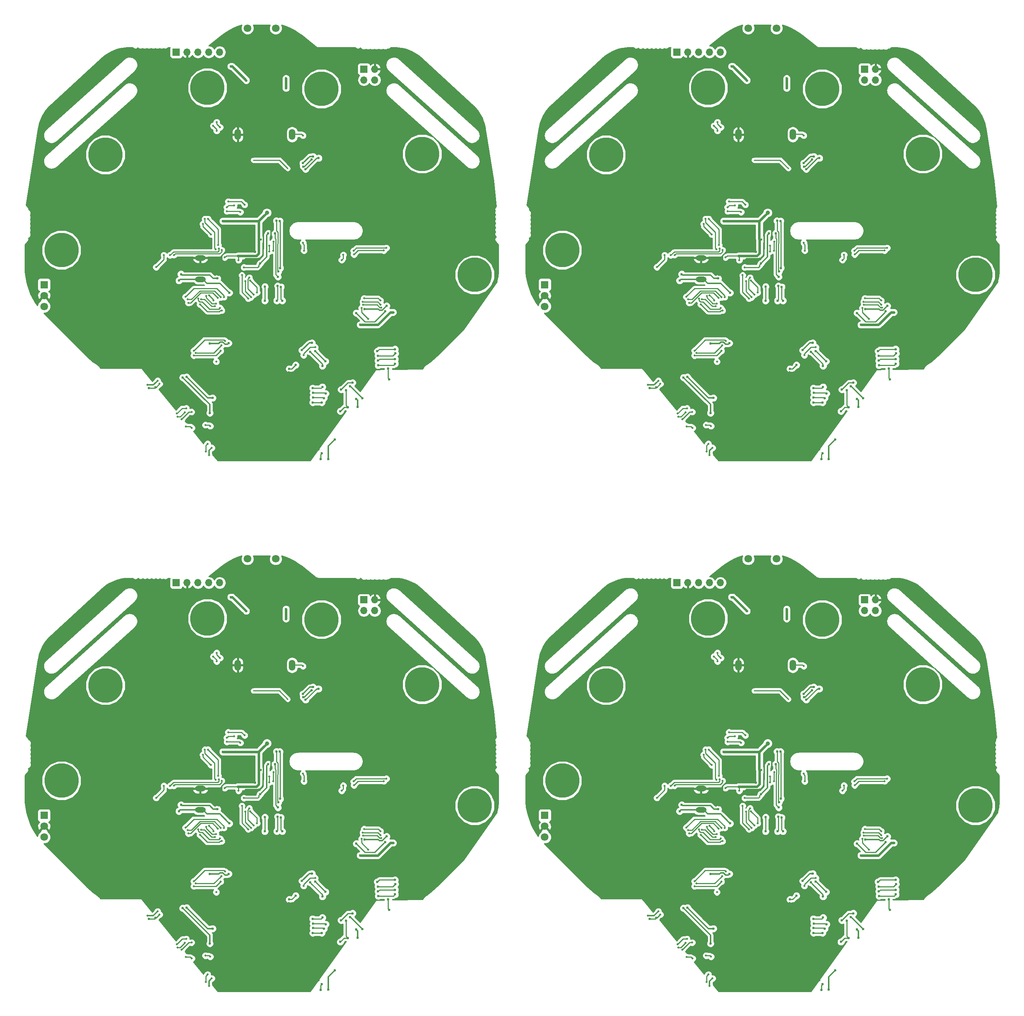
<source format=gbl>
G04 #@! TF.FileFunction,Copper,L2,Bot,Signal*
%FSLAX46Y46*%
G04 Gerber Fmt 4.6, Leading zero omitted, Abs format (unit mm)*
G04 Created by KiCad (PCBNEW 4.0.7-e2-6376~58~ubuntu16.04.1) date Sat Nov  3 10:39:17 2018*
%MOMM*%
%LPD*%
G01*
G04 APERTURE LIST*
%ADD10C,0.150000*%
%ADD11R,1.800000X1.800000*%
%ADD12C,1.800000*%
%ADD13O,2.524000X1.300000*%
%ADD14R,1.700000X1.700000*%
%ADD15O,1.700000X1.700000*%
%ADD16C,8.000000*%
%ADD17O,1.500000X2.524000*%
%ADD18C,0.500000*%
%ADD19C,0.600000*%
%ADD20C,1.000000*%
%ADD21C,0.250000*%
%ADD22C,0.600000*%
%ADD23C,0.300000*%
%ADD24C,0.254000*%
G04 APERTURE END LIST*
D10*
D11*
X147575000Y-134585000D03*
D12*
X147575000Y-137125000D03*
X147575000Y-139665000D03*
D11*
X30575000Y-134585000D03*
D12*
X30575000Y-137125000D03*
X30575000Y-139665000D03*
D11*
X147575000Y-10585000D03*
D12*
X147575000Y-13125000D03*
X147575000Y-15665000D03*
D13*
X184100000Y-133325000D03*
X184100000Y-128325000D03*
X67100000Y-133325000D03*
X67100000Y-128325000D03*
X184100000Y-9325000D03*
X184100000Y-4325000D03*
D14*
X178445000Y-80250000D03*
D15*
X180985000Y-80250000D03*
X183525000Y-80250000D03*
X186065000Y-80250000D03*
X188605000Y-80250000D03*
D14*
X61445000Y-80250000D03*
D15*
X63985000Y-80250000D03*
X66525000Y-80250000D03*
X69065000Y-80250000D03*
X71605000Y-80250000D03*
D14*
X178445000Y43750000D03*
D15*
X180985000Y43750000D03*
X183525000Y43750000D03*
X186065000Y43750000D03*
X188605000Y43750000D03*
D14*
X222300000Y-84225000D03*
D15*
X224840000Y-84225000D03*
X222300000Y-86765000D03*
X224840000Y-86765000D03*
D14*
X105300000Y-84225000D03*
D15*
X107840000Y-84225000D03*
X105300000Y-86765000D03*
X107840000Y-86765000D03*
D14*
X222300000Y39775000D03*
D15*
X224840000Y39775000D03*
X222300000Y37235000D03*
X224840000Y37235000D03*
D16*
X151650000Y-126475000D03*
X34650000Y-126475000D03*
X151650000Y-2475000D03*
X161900000Y-104225000D03*
X44900000Y-104225000D03*
X161900000Y19775000D03*
X248200000Y-132275000D03*
X131200000Y-132275000D03*
X248200000Y-8275000D03*
X185750000Y-88575000D03*
X68750000Y-88575000D03*
X185750000Y35425000D03*
X212400000Y-88825000D03*
X95400000Y-88825000D03*
X212400000Y35175000D03*
X235900000Y-104025000D03*
X118900000Y-104025000D03*
X235900000Y19975000D03*
D12*
X201700000Y-74650000D03*
X195100000Y-74650000D03*
X84700000Y-74650000D03*
X78100000Y-74650000D03*
X201700000Y49350000D03*
X195100000Y49350000D03*
D17*
X205525000Y-99500000D03*
X192825000Y-99500000D03*
X88525000Y-99500000D03*
X75825000Y-99500000D03*
X205525000Y24500000D03*
X192825000Y24500000D03*
X88525000Y24500000D03*
X75825000Y24500000D03*
D12*
X84700000Y49350000D03*
X78100000Y49350000D03*
D16*
X118900000Y19975000D03*
X95400000Y35175000D03*
X68750000Y35425000D03*
X131200000Y-8275000D03*
X44900000Y19775000D03*
X34650000Y-2475000D03*
D14*
X105300000Y39775000D03*
D15*
X107840000Y39775000D03*
X105300000Y37235000D03*
X107840000Y37235000D03*
D14*
X61445000Y43750000D03*
D15*
X63985000Y43750000D03*
X66525000Y43750000D03*
X69065000Y43750000D03*
X71605000Y43750000D03*
D13*
X67100000Y-9325000D03*
X67100000Y-4325000D03*
D11*
X30575000Y-10585000D03*
D12*
X30575000Y-13125000D03*
X30575000Y-15665000D03*
D18*
X187800000Y-152550000D03*
X70800000Y-152550000D03*
X187800000Y-28550000D03*
X70800000Y-28550000D03*
D19*
X183650000Y-110925000D03*
X66650000Y-110925000D03*
X183650000Y13075000D03*
X183650000Y-111825000D03*
X66650000Y-111825000D03*
X183650000Y12175000D03*
X183650000Y-112575000D03*
X66650000Y-112575000D03*
X183650000Y11425000D03*
X209975000Y-174800000D03*
X92975000Y-174800000D03*
X209975000Y-50800000D03*
X210500000Y-174225000D03*
X93500000Y-174225000D03*
X210500000Y-50225000D03*
X211125000Y-173600000D03*
X94125000Y-173600000D03*
X211125000Y-49600000D03*
X211700000Y-173100000D03*
X94700000Y-173100000D03*
X211700000Y-49100000D03*
X213325000Y-168925000D03*
X96325000Y-168925000D03*
X213325000Y-44925000D03*
X213975000Y-168300000D03*
X96975000Y-168300000D03*
X213975000Y-44300000D03*
X187725000Y-174325000D03*
X70725000Y-174325000D03*
X187725000Y-50325000D03*
D18*
X209600000Y-128975000D03*
X92600000Y-128975000D03*
X209600000Y-4975000D03*
X209275000Y-132200000D03*
X92275000Y-132200000D03*
X209275000Y-8200000D03*
X214750000Y-128975000D03*
X97750000Y-128975000D03*
X214750000Y-4975000D03*
X214750000Y-132025000D03*
X97750000Y-132025000D03*
X214750000Y-8025000D03*
X224075000Y-114000000D03*
X107075000Y-114000000D03*
X224075000Y10000000D03*
X225075000Y-118625000D03*
X108075000Y-118625000D03*
X225075000Y5375000D03*
X197075000Y-79050000D03*
X80075000Y-79050000D03*
X197075000Y44950000D03*
X197075000Y-79650000D03*
X80075000Y-79650000D03*
X197075000Y44350000D03*
X199075000Y-91525000D03*
X82075000Y-91525000D03*
X199075000Y32475000D03*
X201375000Y-94000000D03*
X84375000Y-94000000D03*
X201375000Y30000000D03*
X204200000Y-93700000D03*
X87200000Y-93700000D03*
X204200000Y30300000D03*
X205775000Y-91475000D03*
X88775000Y-91475000D03*
X205775000Y32525000D03*
X188250000Y-132325000D03*
X71250000Y-132325000D03*
X188250000Y-8325000D03*
X189325000Y-132250000D03*
X72325000Y-132250000D03*
X189325000Y-8250000D03*
X206400000Y-127650000D03*
X89400000Y-127650000D03*
X206400000Y-3650000D03*
X204750000Y-155025000D03*
X87750000Y-155025000D03*
X204750000Y-31025000D03*
X207000000Y-155025000D03*
X90000000Y-155025000D03*
X207000000Y-31025000D03*
X210500000Y-155200000D03*
X93500000Y-155200000D03*
X210500000Y-31200000D03*
X216025000Y-153600000D03*
X99025000Y-153600000D03*
X216025000Y-29600000D03*
X196300000Y-149900000D03*
X79300000Y-149900000D03*
X196300000Y-25900000D03*
X196225000Y-149000000D03*
X79225000Y-149000000D03*
X196225000Y-25000000D03*
X195500000Y-149400000D03*
X78500000Y-149400000D03*
X195500000Y-25400000D03*
X190200000Y-118475000D03*
X73200000Y-118475000D03*
X190200000Y5525000D03*
X192975054Y-130275000D03*
X75975054Y-130275000D03*
X192975054Y-6275000D03*
D19*
X176575000Y-133125000D03*
X59575000Y-133125000D03*
X176575000Y-9125000D03*
X174575000Y-133625000D03*
X57575000Y-133625000D03*
X174575000Y-9625000D03*
D18*
X204036543Y-123090446D03*
X87036543Y-123090446D03*
X204036543Y909554D03*
X203952591Y-123851260D03*
X86952591Y-123851260D03*
X203952591Y148740D03*
X204125742Y-122219445D03*
X87125742Y-122219445D03*
X204125742Y1780555D03*
D19*
X237175000Y-136525000D03*
X120175000Y-136525000D03*
X237175000Y-12525000D03*
X196627652Y-78711027D03*
X79627652Y-78711027D03*
X196627652Y45288973D03*
X233775000Y-151150000D03*
X116775000Y-151150000D03*
X233775000Y-27150000D03*
X195850000Y-94225000D03*
X78850000Y-94225000D03*
X195850000Y29775000D03*
X197275000Y-95150000D03*
X80275000Y-95150000D03*
X197275000Y28850000D03*
X193175000Y-112000000D03*
X76175000Y-112000000D03*
X193175000Y12000000D03*
X200625000Y-123325000D03*
X83625000Y-123325000D03*
X200625000Y675000D03*
X200300000Y-121175000D03*
X83300000Y-121175000D03*
X200300000Y2825000D03*
X197925000Y-128525000D03*
X80925000Y-128525000D03*
X197925000Y-4525000D03*
X196925000Y-126925000D03*
X79925000Y-126925000D03*
X196925000Y-2925000D03*
X213500000Y-156575000D03*
X96500000Y-156575000D03*
X213500000Y-32575000D03*
X213075000Y-147100000D03*
X96075000Y-147100000D03*
X213075000Y-23100000D03*
X206825000Y-141250000D03*
X89825000Y-141250000D03*
X206825000Y-17250000D03*
X204725000Y-135650000D03*
X87725000Y-135650000D03*
X204725000Y-11650000D03*
X238975000Y-139075000D03*
X121975000Y-139075000D03*
X238975000Y-15075000D03*
X237150000Y-142625000D03*
X120150000Y-142625000D03*
X237150000Y-18625000D03*
X202375000Y-117425000D03*
X85375000Y-117425000D03*
X202375000Y6575000D03*
X209775000Y-109025000D03*
X92775000Y-109025000D03*
X209775000Y14975000D03*
X214325000Y-104600000D03*
X97325000Y-104600000D03*
X214325000Y19400000D03*
X217250000Y-117625000D03*
X100250000Y-117625000D03*
X217250000Y6375000D03*
D18*
X184575000Y-125050000D03*
X67575000Y-125050000D03*
X184575000Y-1050000D03*
X199100000Y-130875000D03*
X82100000Y-130875000D03*
X199100000Y-6875000D03*
D19*
X186500528Y-124104272D03*
X69500528Y-124104272D03*
X186500528Y-104272D03*
D18*
X180050000Y-128600000D03*
X63050000Y-128600000D03*
X180050000Y-4600000D03*
X180075000Y-125675000D03*
X63075000Y-125675000D03*
X180075000Y-1675000D03*
X63075000Y-1675000D03*
X63050000Y-4600000D03*
D19*
X69500528Y-104272D03*
D18*
X82100000Y-6875000D03*
X67575000Y-1050000D03*
D19*
X100250000Y6375000D03*
X97325000Y19400000D03*
X92775000Y14975000D03*
X85375000Y6575000D03*
X120150000Y-18625000D03*
X121975000Y-15075000D03*
X87725000Y-11650000D03*
X89825000Y-17250000D03*
X96075000Y-23100000D03*
X96500000Y-32575000D03*
X79925000Y-2925000D03*
X80925000Y-4525000D03*
X83300000Y2825000D03*
X83625000Y675000D03*
X76175000Y12000000D03*
X80275000Y28850000D03*
X78850000Y29775000D03*
X116775000Y-27150000D03*
X79627652Y45288973D03*
X120175000Y-12525000D03*
D18*
X87125742Y1780555D03*
X86952591Y148740D03*
X87036543Y909554D03*
D19*
X57575000Y-9625000D03*
X59575000Y-9125000D03*
D18*
X75975054Y-6275000D03*
X73200000Y5525000D03*
X78500000Y-25400000D03*
X79225000Y-25000000D03*
X79300000Y-25900000D03*
X99025000Y-29600000D03*
X93500000Y-31200000D03*
X90000000Y-31025000D03*
X87750000Y-31025000D03*
X89400000Y-3650000D03*
X72325000Y-8250000D03*
X71250000Y-8325000D03*
X88775000Y32525000D03*
X87200000Y30300000D03*
X84375000Y30000000D03*
X82075000Y32475000D03*
X80075000Y44350000D03*
X80075000Y44950000D03*
X108075000Y5375000D03*
X107075000Y10000000D03*
X97750000Y-8025000D03*
X97750000Y-4975000D03*
X92275000Y-8200000D03*
X92600000Y-4975000D03*
D19*
X70725000Y-50325000D03*
X96975000Y-44300000D03*
X96325000Y-44925000D03*
X94700000Y-49100000D03*
X94125000Y-49600000D03*
X93500000Y-50225000D03*
X92975000Y-50800000D03*
X66650000Y11425000D03*
X66650000Y12175000D03*
X66650000Y13075000D03*
X189325000Y-119725000D03*
X72325000Y-119725000D03*
X189325000Y4275000D03*
X229121051Y-141028949D03*
X112121051Y-141028949D03*
X229121051Y-17028949D03*
X221425000Y-143950000D03*
X104425000Y-143950000D03*
X221425000Y-19950000D03*
X191200000Y-83575000D03*
X74200000Y-83575000D03*
X191200000Y40425000D03*
X194800000Y-86850000D03*
X77800000Y-86850000D03*
X194800000Y37150000D03*
X204100000Y-86375000D03*
X87100000Y-86375000D03*
X204100000Y37625000D03*
X204100000Y-88675000D03*
X87100000Y-88675000D03*
X204100000Y35325000D03*
X188075000Y-133125000D03*
X71075000Y-133125000D03*
X188075000Y-9125000D03*
X179575000Y-132125000D03*
X62575000Y-132125000D03*
X179575000Y-8125000D03*
D20*
X199650462Y-117774990D03*
X82650462Y-117774990D03*
X199650462Y6225010D03*
D18*
X198200000Y-124025021D03*
X81200000Y-124025021D03*
X198200000Y-25021D03*
X189794705Y-128224900D03*
X72794705Y-128224900D03*
X189794705Y-4224900D03*
X193025179Y-128836114D03*
X76025179Y-128836114D03*
X193025179Y-4836114D03*
X76025179Y-4836114D03*
X72794705Y-4224900D03*
X81200000Y-25021D03*
D20*
X82650462Y6225010D03*
D19*
X62575000Y-8125000D03*
X71075000Y-9125000D03*
X87100000Y35325000D03*
X87100000Y37625000D03*
X77800000Y37150000D03*
X74200000Y40425000D03*
X104425000Y-19950000D03*
X112121051Y-17028949D03*
X72325000Y4275000D03*
D18*
X171700000Y-158025000D03*
X54700000Y-158025000D03*
X171700000Y-34025000D03*
X194425010Y-115900010D03*
X77425010Y-115900010D03*
X194425010Y8099990D03*
X174094333Y-157031146D03*
X57094333Y-157031146D03*
X174094333Y-33031146D03*
X190600034Y-115169584D03*
X73600034Y-115169584D03*
X190600034Y8830416D03*
X73600034Y8830416D03*
X57094333Y-33031146D03*
X77425010Y8099990D03*
X54700000Y-34025000D03*
D19*
X220525000Y-141200000D03*
X103525000Y-141200000D03*
X220525000Y-17200000D03*
X172050000Y-158775000D03*
X55050000Y-158775000D03*
X172050000Y-34775000D03*
X173623255Y-158557154D03*
X56623255Y-158557154D03*
X173623255Y-34557154D03*
D18*
X180750000Y-167700000D03*
X63750000Y-167700000D03*
X180750000Y-43700000D03*
X182100000Y-168050000D03*
X65100000Y-168050000D03*
X182100000Y-44050000D03*
X174550000Y-157775000D03*
X57550000Y-157775000D03*
X174550000Y-33775000D03*
X210900000Y-149200000D03*
X93900000Y-149200000D03*
X210900000Y-25200000D03*
X208225010Y-151077256D03*
X91225010Y-151077256D03*
X208225010Y-27077256D03*
X182551841Y-149987192D03*
X65551841Y-149987192D03*
X182551841Y-25987192D03*
X189885191Y-147711648D03*
X72885191Y-147711648D03*
X189885191Y-23711648D03*
D19*
X227246013Y-140823241D03*
X110246013Y-140823241D03*
X227246013Y-16823241D03*
X110246013Y-16823241D03*
D18*
X72885191Y-23711648D03*
X65551841Y-25987192D03*
X91225010Y-27077256D03*
X93900000Y-25200000D03*
X57550000Y-33775000D03*
X65100000Y-44050000D03*
X63750000Y-43700000D03*
D19*
X56623255Y-34557154D03*
X55050000Y-34775000D03*
X103525000Y-17200000D03*
X212188652Y-175350010D03*
X95188652Y-175350010D03*
X212188652Y-51350010D03*
X212450000Y-173999990D03*
X95450000Y-173999990D03*
X212450000Y-49999990D03*
X218600000Y-163250000D03*
X101600000Y-163250000D03*
X218600000Y-39250000D03*
X216775000Y-164150000D03*
X99775000Y-164150000D03*
X216775000Y-40150000D03*
X212600000Y-153575000D03*
X95600000Y-153575000D03*
X212600000Y-29575000D03*
X218167248Y-159224990D03*
X101167248Y-159224990D03*
X218167248Y-35224990D03*
D18*
X185400000Y-173550000D03*
X68400000Y-173550000D03*
X185400000Y-49550000D03*
X185775000Y-171775000D03*
X68775000Y-171775000D03*
X185775000Y-47775000D03*
D19*
X209742443Y-150275021D03*
X92742443Y-150275021D03*
X209742443Y-26275021D03*
D18*
X178800000Y-165450000D03*
X61800000Y-165450000D03*
X178800000Y-41450000D03*
X180450000Y-164400000D03*
X63450000Y-164400000D03*
X180450000Y-40400000D03*
X182999924Y-150525000D03*
X65999924Y-150525000D03*
X182999924Y-26525000D03*
X188996414Y-148765495D03*
X71996414Y-148765495D03*
X188996414Y-24765495D03*
X71996414Y-24765495D03*
X65999924Y-26525000D03*
X63450000Y-40400000D03*
X61800000Y-41450000D03*
D19*
X92742443Y-26275021D03*
D18*
X68775000Y-47775000D03*
X68400000Y-49550000D03*
D19*
X101167248Y-35224990D03*
X95600000Y-29575000D03*
X99775000Y-40150000D03*
X101600000Y-39250000D03*
X95450000Y-49999990D03*
X95188652Y-51350010D03*
X213325000Y-152475000D03*
X96325000Y-152475000D03*
X213325000Y-28475000D03*
X210903051Y-150078051D03*
X93903051Y-150078051D03*
X210903051Y-26078051D03*
X221928687Y-161128687D03*
X104928687Y-161128687D03*
X221928687Y-37128687D03*
X219106570Y-158359537D03*
X102106570Y-158359537D03*
X219106570Y-34359537D03*
D18*
X178600000Y-164700000D03*
X61600000Y-164700000D03*
X178600000Y-40700000D03*
X180777691Y-163450010D03*
X63777691Y-163450010D03*
X180777691Y-39450010D03*
X188837701Y-150062299D03*
X71837701Y-150062299D03*
X188837701Y-26062299D03*
X182549913Y-151150000D03*
X65549913Y-151150000D03*
X182549913Y-27150000D03*
X65549913Y-27150000D03*
X71837701Y-26062299D03*
X63777691Y-39450010D03*
X61600000Y-40700000D03*
D19*
X102106570Y-34359537D03*
X104928687Y-37128687D03*
X93903051Y-26078051D03*
X96325000Y-28475000D03*
D18*
X182028323Y-164317314D03*
X65028323Y-164317314D03*
X182028323Y-40317314D03*
X179730906Y-165994094D03*
X62730906Y-165994094D03*
X179730906Y-41994094D03*
X190260107Y-116462318D03*
X73260107Y-116462318D03*
X190260107Y7537682D03*
X191967349Y-116102872D03*
X74967349Y-116102872D03*
X191967349Y7897128D03*
X74967349Y7897128D03*
X73260107Y7537682D03*
X62730906Y-41994094D03*
X65028323Y-40317314D03*
X186755331Y-172692143D03*
X69755331Y-172692143D03*
X186755331Y-48692143D03*
X193441338Y-117636647D03*
X76441338Y-117636647D03*
X193441338Y6363353D03*
X190300000Y-117425000D03*
X73300000Y-117425000D03*
X190300000Y6575000D03*
X186100000Y-174425000D03*
X69100000Y-174425000D03*
X186100000Y-50425000D03*
X69100000Y-50425000D03*
X73300000Y6575000D03*
X76441338Y6363353D03*
X69755331Y-48692143D03*
D19*
X215475000Y-170775000D03*
X98475000Y-170775000D03*
X215475000Y-46775000D03*
X208136685Y-107008192D03*
X91136685Y-107008192D03*
X208136685Y16991808D03*
X210058051Y-105333051D03*
X93058051Y-105333051D03*
X210058051Y18666949D03*
X213950000Y-175325010D03*
X96950000Y-175325010D03*
X213950000Y-51325010D03*
X96950000Y-51325010D03*
X93058051Y18666949D03*
X91136685Y16991808D03*
X98475000Y-46775000D03*
X208048328Y-106213075D03*
X91048328Y-106213075D03*
X208048328Y17786925D03*
X210405964Y-104612651D03*
X93405964Y-104612651D03*
X210405964Y19387349D03*
X220824811Y-163158946D03*
X103824811Y-163158946D03*
X220824811Y-39158946D03*
X220501491Y-161262351D03*
X103501491Y-161262351D03*
X220501491Y-37262351D03*
X103501491Y-37262351D03*
X103824811Y-39158946D03*
X93405964Y19387349D03*
X91048328Y17786925D03*
X208675000Y-107600000D03*
X91675000Y-107600000D03*
X208675000Y16400000D03*
X211725000Y-105025000D03*
X94725000Y-105025000D03*
X211725000Y18975000D03*
X228000000Y-154175000D03*
X111000000Y-154175000D03*
X228000000Y-30175000D03*
X228224991Y-156700000D03*
X111224991Y-156700000D03*
X228224991Y-32700000D03*
X111224991Y-32700000D03*
X111000000Y-30175000D03*
X94725000Y18975000D03*
X91675000Y16400000D03*
D18*
X208300000Y-126625000D03*
X91300000Y-126625000D03*
X208300000Y-2625000D03*
X208100000Y-124825000D03*
X91100000Y-124825000D03*
X208100000Y-825000D03*
X91100000Y-825000D03*
X91300000Y-2625000D03*
X217500000Y-127625000D03*
X100500000Y-127625000D03*
X217500000Y-3625000D03*
X217100000Y-128825000D03*
X100100000Y-128825000D03*
X217100000Y-4825000D03*
X189100000Y-140625000D03*
X72100000Y-140625000D03*
X189100000Y-16625000D03*
X184001663Y-139181160D03*
X67001663Y-139181160D03*
X184001663Y-15181160D03*
X227550000Y-126000000D03*
X110550000Y-126000000D03*
X227550000Y-2000000D03*
X219900000Y-126650000D03*
X102900000Y-126650000D03*
X219900000Y-2650000D03*
X200175010Y-125475000D03*
X83175010Y-125475000D03*
X200175010Y-1475000D03*
X200175010Y-126838601D03*
X83175010Y-126838601D03*
X200175010Y-2838601D03*
X83175010Y-2838601D03*
X83175010Y-1475000D03*
X102900000Y-2650000D03*
X110550000Y-2000000D03*
X67001663Y-15181160D03*
X72100000Y-16625000D03*
X100100000Y-4825000D03*
X100500000Y-3625000D03*
X188700000Y-140025000D03*
X71700000Y-140025000D03*
X188700000Y-16025000D03*
X226925000Y-126600000D03*
X109925000Y-126600000D03*
X226925000Y-2600000D03*
X219975000Y-127550000D03*
X102975000Y-127550000D03*
X219975000Y-3550000D03*
X183584627Y-137873147D03*
X66584627Y-137873147D03*
X183584627Y-13873147D03*
X66584627Y-13873147D03*
X102975000Y-3550000D03*
X109925000Y-2600000D03*
X71700000Y-16025000D03*
X181300000Y-138825000D03*
X64300000Y-138825000D03*
X181300000Y-14825000D03*
X151654461Y-126509211D03*
X34654461Y-126509211D03*
X151654461Y-2509211D03*
X188190805Y-137685114D03*
X71190805Y-137685114D03*
X188190805Y-13685114D03*
X71190805Y-13685114D03*
X34654461Y-2509211D03*
X64300000Y-14825000D03*
X181100000Y-138025000D03*
X64100000Y-138025000D03*
X181100000Y-14025000D03*
X161948942Y-104237078D03*
X44948942Y-104237078D03*
X161948942Y19762922D03*
X188870806Y-137518935D03*
X71870806Y-137518935D03*
X188870806Y-13518935D03*
X71870806Y-13518935D03*
X44948942Y19762922D03*
X64100000Y-14025000D03*
X180600000Y-137434637D03*
X63600000Y-137434637D03*
X180600000Y-13434637D03*
X189600723Y-137499267D03*
X72600723Y-137499267D03*
X189600723Y-13499267D03*
X185732405Y-88575837D03*
X68732405Y-88575837D03*
X185732405Y35424163D03*
X68732405Y35424163D03*
X72600723Y-13499267D03*
X63600000Y-13434637D03*
X222156441Y-139316872D03*
X105156441Y-139316872D03*
X222156441Y-15316872D03*
X248174826Y-132291184D03*
X131174826Y-132291184D03*
X248174826Y-8291184D03*
X194591199Y-133747132D03*
X77591199Y-133747132D03*
X194591199Y-9747132D03*
X195917551Y-137506106D03*
X78917551Y-137506106D03*
X195917551Y-13506106D03*
X226373099Y-139924990D03*
X109373099Y-139924990D03*
X226373099Y-15924990D03*
X109373099Y-15924990D03*
X78917551Y-13506106D03*
X77591199Y-9747132D03*
X131174826Y-8291184D03*
X105156441Y-15316872D03*
X222050000Y-138625000D03*
X105050000Y-138625000D03*
X222050000Y-14625000D03*
X235898715Y-104025148D03*
X118898715Y-104025148D03*
X235898715Y19974852D03*
X195511318Y-132949060D03*
X78511318Y-132949060D03*
X195511318Y-8949060D03*
X196537429Y-136920347D03*
X79537429Y-136920347D03*
X196537429Y-12920347D03*
X226196813Y-139247539D03*
X109196813Y-139247539D03*
X226196813Y-15247539D03*
X109196813Y-15247539D03*
X79537429Y-12920347D03*
X78511318Y-8949060D03*
X118898715Y19974852D03*
X105050000Y-14625000D03*
X222350000Y-137775000D03*
X105350000Y-137775000D03*
X222350000Y-13775000D03*
X226175010Y-138299775D03*
X109175010Y-138299775D03*
X226175010Y-14299775D03*
X197320530Y-136426891D03*
X80320530Y-136426891D03*
X197320530Y-12426891D03*
X212402590Y-88813864D03*
X95402590Y-88813864D03*
X212402590Y35186136D03*
X195741210Y-133610246D03*
X78741210Y-133610246D03*
X195741210Y-9610246D03*
X78741210Y-9610246D03*
X95402590Y35186136D03*
X80320530Y-12426891D03*
X109175010Y-14299775D03*
X105350000Y-13775000D03*
D19*
X229600000Y-151975000D03*
X112600000Y-151975000D03*
X229600000Y-27975000D03*
X225625000Y-152350000D03*
X108625000Y-152350000D03*
X225625000Y-28350000D03*
X210450000Y-159850000D03*
X93450000Y-159850000D03*
X210450000Y-35850000D03*
X213376069Y-160019748D03*
X96376069Y-160019748D03*
X213376069Y-36019748D03*
X96376069Y-36019748D03*
X93450000Y-35850000D03*
X108625000Y-28350000D03*
X112600000Y-27975000D03*
X210325000Y-158750000D03*
X93325000Y-158750000D03*
X210325000Y-34750000D03*
X212600000Y-158475000D03*
X95600000Y-158475000D03*
X212600000Y-34475000D03*
X216975000Y-159100000D03*
X99975000Y-159100000D03*
X216975000Y-35100000D03*
X219650000Y-157475000D03*
X102650000Y-157475000D03*
X219650000Y-33475000D03*
X225425000Y-150125000D03*
X108425000Y-150125000D03*
X225425000Y-26125000D03*
X229550000Y-149650000D03*
X112550000Y-149650000D03*
X229550000Y-25650000D03*
X112550000Y-25650000D03*
X108425000Y-26125000D03*
X102650000Y-33475000D03*
X99975000Y-35100000D03*
X95600000Y-34475000D03*
X93325000Y-34750000D03*
X229625000Y-150650000D03*
X112625000Y-150650000D03*
X229625000Y-26650000D03*
X225600000Y-151225000D03*
X108600000Y-151225000D03*
X225600000Y-27225000D03*
X212450000Y-162100000D03*
X95450000Y-162100000D03*
X212450000Y-38100000D03*
X210350000Y-162100000D03*
X93350000Y-162100000D03*
X210350000Y-38100000D03*
X93350000Y-38100000D03*
X95450000Y-38100000D03*
X108600000Y-27225000D03*
X112625000Y-26650000D03*
X229600000Y-153050000D03*
X112600000Y-153050000D03*
X229600000Y-29050000D03*
X225650000Y-153450000D03*
X108650000Y-153450000D03*
X225650000Y-29450000D03*
X210400000Y-160925000D03*
X93400000Y-160925000D03*
X210400000Y-36925000D03*
X212977733Y-161108287D03*
X95977733Y-161108287D03*
X212977733Y-37108287D03*
X95977733Y-37108287D03*
X93400000Y-36925000D03*
X108650000Y-29450000D03*
X112600000Y-29050000D03*
D18*
X187900000Y-98625000D03*
X70900000Y-98625000D03*
X187900000Y25375000D03*
X187100000Y-97471447D03*
X70100000Y-97471447D03*
X187100000Y26528553D03*
X185153908Y-119216326D03*
X68153908Y-119216326D03*
X185153908Y4783674D03*
X187695468Y-126300090D03*
X70695468Y-126300090D03*
X187695468Y-2300090D03*
X70695468Y-2300090D03*
X68153908Y4783674D03*
X70100000Y26528553D03*
X70900000Y25375000D03*
X188700000Y-97825000D03*
X71700000Y-97825000D03*
X188700000Y26175000D03*
X187906594Y-96631594D03*
X70906594Y-96631594D03*
X187906594Y27368406D03*
X185853909Y-119212261D03*
X68853909Y-119212261D03*
X185853909Y4787739D03*
X188266228Y-125345726D03*
X71266228Y-125345726D03*
X188266228Y-1345726D03*
X71266228Y-1345726D03*
X68853909Y4787739D03*
X70906594Y27368406D03*
X71700000Y26175000D03*
X184663991Y-120402179D03*
X67663991Y-120402179D03*
X184663991Y3597821D03*
X186558500Y-122844472D03*
X69558500Y-122844472D03*
X186558500Y1155528D03*
X69558500Y1155528D03*
X67663991Y3597821D03*
D19*
X179075000Y-133625000D03*
X62075000Y-133625000D03*
X179075000Y-9625000D03*
X198075000Y-129625000D03*
X81075000Y-129625000D03*
X198075000Y-5625000D03*
X190859632Y-136474990D03*
X73859632Y-136474990D03*
X190859632Y-12474990D03*
X199975090Y-122625000D03*
X82975090Y-122625000D03*
X199975090Y1375000D03*
D18*
X194275000Y-130550000D03*
X77275000Y-130550000D03*
X194275000Y-6550000D03*
X77275000Y-6550000D03*
D19*
X82975090Y1375000D03*
X73859632Y-12474990D03*
X81075000Y-5625000D03*
X62075000Y-9625000D03*
X202925000Y-135100000D03*
X85925000Y-135100000D03*
X202925000Y-11100000D03*
X202750021Y-130697597D03*
X85750021Y-130697597D03*
X202750021Y-6697597D03*
X203225000Y-138315028D03*
X86225000Y-138315028D03*
X203225000Y-14315028D03*
X202649885Y-119689269D03*
X85649885Y-119689269D03*
X202649885Y4310731D03*
X85649885Y4310731D03*
X86225000Y-14315028D03*
X85750021Y-6697597D03*
X85925000Y-11100000D03*
X199175000Y-135025000D03*
X82175000Y-135025000D03*
X199175000Y-11025000D03*
X202318666Y-131486175D03*
X85318666Y-131486175D03*
X202318666Y-7486175D03*
X199150000Y-138315028D03*
X82150000Y-138315028D03*
X199150000Y-14315028D03*
X201850000Y-119675021D03*
X84850000Y-119675021D03*
X201850000Y4324979D03*
X84850000Y4324979D03*
X82150000Y-14315028D03*
X85318666Y-7486175D03*
X82175000Y-11025000D03*
X202150000Y-134875000D03*
X85150000Y-134875000D03*
X202150000Y-10875000D03*
X202225000Y-132750000D03*
X85225000Y-132750000D03*
X202225000Y-8750000D03*
X201525000Y-122625000D03*
X84525000Y-122625000D03*
X201525000Y1375000D03*
X201950000Y-138315028D03*
X84950000Y-138315028D03*
X201950000Y-14315028D03*
X84950000Y-14315028D03*
X84525000Y1375000D03*
X85225000Y-8750000D03*
X85150000Y-10875000D03*
D18*
X201099990Y-126625000D03*
X84099990Y-126625000D03*
X201099990Y-2625000D03*
X201172920Y-124525010D03*
X84172920Y-124525010D03*
X201172920Y-525010D03*
X84172920Y-525010D03*
X84099990Y-2625000D03*
D19*
X186300000Y-148300000D03*
X69300000Y-148300000D03*
X186300000Y-24300000D03*
X190675000Y-148250000D03*
X73675000Y-148250000D03*
X190675000Y-24250000D03*
X207825000Y-149900000D03*
X90825000Y-149900000D03*
X207825000Y-25900000D03*
X210175000Y-148175000D03*
X93175000Y-148175000D03*
X210175000Y-24175000D03*
X222475000Y-140275000D03*
X105475000Y-140275000D03*
X222475000Y-16275000D03*
X227625000Y-139525000D03*
X110625000Y-139525000D03*
X227625000Y-15525000D03*
X110625000Y-15525000D03*
X105475000Y-16275000D03*
X93175000Y-24175000D03*
X90825000Y-25900000D03*
X73675000Y-24250000D03*
X69300000Y-24300000D03*
D18*
X185252094Y-167363907D03*
X68252094Y-167363907D03*
X185252094Y-43363907D03*
X186402105Y-167613753D03*
X69402105Y-167613753D03*
X186402105Y-43613753D03*
X69402105Y-43613753D03*
X68252094Y-43363907D03*
D19*
X180875000Y-156125000D03*
X63875000Y-156125000D03*
X180875000Y-32125000D03*
X186950000Y-161050000D03*
X69950000Y-161050000D03*
X186950000Y-37050000D03*
X69950000Y-37050000D03*
X63875000Y-32125000D03*
D18*
X186094458Y-137050021D03*
X69094458Y-137050021D03*
X186094458Y-13050021D03*
X187166634Y-138278447D03*
X70166634Y-138278447D03*
X187166634Y-14278447D03*
X70166634Y-14278447D03*
X69094458Y-13050021D03*
X187712395Y-138989038D03*
X70712395Y-138989038D03*
X187712395Y-14989038D03*
X185425821Y-137257243D03*
X68425821Y-137257243D03*
X185425821Y-13257243D03*
X68425821Y-13257243D03*
X70712395Y-14989038D03*
D19*
X186300000Y-164550000D03*
X69300000Y-164550000D03*
X186300000Y-40550000D03*
X179975000Y-156275000D03*
X62975000Y-156275000D03*
X179975000Y-32275000D03*
X62975000Y-32275000D03*
X69300000Y-40550000D03*
D18*
X208050000Y-99725000D03*
X91050000Y-99725000D03*
X208050000Y24275000D03*
X91050000Y24275000D03*
X188450000Y-126175000D03*
X71450000Y-126175000D03*
X188450000Y-2175000D03*
X177025000Y-127700000D03*
X60025000Y-127700000D03*
X177025000Y-3700000D03*
X175575000Y-127700000D03*
X58575000Y-127700000D03*
X175575000Y-3700000D03*
X173750000Y-130500000D03*
X56750000Y-130500000D03*
X173750000Y-6500000D03*
X56750000Y-6500000D03*
X58575000Y-3700000D03*
X60025000Y-3700000D03*
X71450000Y-2175000D03*
X223300000Y-142575000D03*
X106300000Y-142575000D03*
X223300000Y-18575000D03*
X193800000Y-132375000D03*
X76800000Y-132375000D03*
X193800000Y-8375000D03*
X195298418Y-137832742D03*
X78298418Y-137832742D03*
X195298418Y-13832742D03*
X221758800Y-140052342D03*
X104758800Y-140052342D03*
X221758800Y-16052342D03*
X104758800Y-16052342D03*
X78298418Y-13832742D03*
X76800000Y-8375000D03*
X106300000Y-18575000D03*
X189094495Y-126525734D03*
X72094495Y-126525734D03*
X189094495Y-2525734D03*
X177894023Y-127644023D03*
X60894023Y-127644023D03*
X177894023Y-3644023D03*
X60894023Y-3644023D03*
X72094495Y-2525734D03*
X187481834Y-139649990D03*
X70481834Y-139649990D03*
X187481834Y-15649990D03*
D19*
X206375000Y-153350000D03*
X89375000Y-153350000D03*
X206375000Y-29350000D03*
X204849979Y-154250000D03*
X87849979Y-154250000D03*
X204849979Y-30250000D03*
D18*
X184275434Y-137986278D03*
X67275434Y-137986278D03*
X184275434Y-13986278D03*
X67275434Y-13986278D03*
D19*
X87849979Y-30250000D03*
X89375000Y-29350000D03*
D18*
X70481834Y-15649990D03*
D21*
X202525000Y-105475000D02*
X204500000Y-107450000D01*
X85525000Y-105475000D02*
X87500000Y-107450000D01*
X202525000Y18525000D02*
X204500000Y16550000D01*
X196475000Y-105475000D02*
X202525000Y-105475000D01*
X79475000Y-105475000D02*
X85525000Y-105475000D01*
X196475000Y18525000D02*
X202525000Y18525000D01*
X79475000Y18525000D02*
X85525000Y18525000D01*
X85525000Y18525000D02*
X87500000Y16550000D01*
D22*
X183650000Y-110925000D02*
X183650000Y-111825000D01*
X66650000Y-110925000D02*
X66650000Y-111825000D01*
X183650000Y13075000D02*
X183650000Y12175000D01*
D21*
X209975000Y-174750000D02*
X210500000Y-174225000D01*
X92975000Y-174750000D02*
X93500000Y-174225000D01*
X209975000Y-50750000D02*
X210500000Y-50225000D01*
X209975000Y-174800000D02*
X209975000Y-174750000D01*
X92975000Y-174800000D02*
X92975000Y-174750000D01*
X209975000Y-50800000D02*
X209975000Y-50750000D01*
X211200000Y-173600000D02*
X211700000Y-173100000D01*
X94200000Y-173600000D02*
X94700000Y-173100000D01*
X211200000Y-49600000D02*
X211700000Y-49100000D01*
X211125000Y-173600000D02*
X211200000Y-173600000D01*
X94125000Y-173600000D02*
X94200000Y-173600000D01*
X211125000Y-49600000D02*
X211200000Y-49600000D01*
X213350000Y-168925000D02*
X213975000Y-168300000D01*
X96350000Y-168925000D02*
X96975000Y-168300000D01*
X213350000Y-44925000D02*
X213975000Y-44300000D01*
X213325000Y-168925000D02*
X213350000Y-168925000D01*
X96325000Y-168925000D02*
X96350000Y-168925000D01*
X213325000Y-44925000D02*
X213350000Y-44925000D01*
X196500000Y-104250000D02*
X196475000Y-104225000D01*
X79500000Y-104250000D02*
X79475000Y-104225000D01*
X196500000Y19750000D02*
X196475000Y19775000D01*
X196500000Y-104800000D02*
X196500000Y-104250000D01*
X79500000Y-104800000D02*
X79500000Y-104250000D01*
X196500000Y19200000D02*
X196500000Y19750000D01*
X189775000Y-104800000D02*
X183650000Y-110925000D01*
X72775000Y-104800000D02*
X66650000Y-110925000D01*
X189775000Y19200000D02*
X183650000Y13075000D01*
X196500000Y-104800000D02*
X189775000Y-104800000D01*
X79500000Y-104800000D02*
X72775000Y-104800000D01*
X196500000Y19200000D02*
X189775000Y19200000D01*
X209275000Y-129300000D02*
X209275000Y-132200000D01*
X92275000Y-129300000D02*
X92275000Y-132200000D01*
X209275000Y-5300000D02*
X209275000Y-8200000D01*
X209600000Y-128975000D02*
X209275000Y-129300000D01*
X92600000Y-128975000D02*
X92275000Y-129300000D01*
X209600000Y-4975000D02*
X209275000Y-5300000D01*
X214750000Y-128975000D02*
X214750000Y-132025000D01*
X97750000Y-128975000D02*
X97750000Y-132025000D01*
X214750000Y-4975000D02*
X214750000Y-8025000D01*
X225075000Y-115000000D02*
X225075000Y-118625000D01*
X108075000Y-115000000D02*
X108075000Y-118625000D01*
X225075000Y9000000D02*
X225075000Y5375000D01*
X224075000Y-114000000D02*
X225075000Y-115000000D01*
X107075000Y-114000000D02*
X108075000Y-115000000D01*
X224075000Y10000000D02*
X225075000Y9000000D01*
X197075000Y-79050000D02*
X197075000Y-79650000D01*
X80075000Y-79050000D02*
X80075000Y-79650000D01*
X197075000Y44950000D02*
X197075000Y44350000D01*
X201375000Y-93825000D02*
X201375000Y-94000000D01*
X84375000Y-93825000D02*
X84375000Y-94000000D01*
X201375000Y30175000D02*
X201375000Y30000000D01*
X199075000Y-91525000D02*
X201375000Y-93825000D01*
X82075000Y-91525000D02*
X84375000Y-93825000D01*
X199075000Y32475000D02*
X201375000Y30175000D01*
X205775000Y-92125000D02*
X205775000Y-91475000D01*
X88775000Y-92125000D02*
X88775000Y-91475000D01*
X205775000Y31875000D02*
X205775000Y32525000D01*
X204200000Y-93700000D02*
X205775000Y-92125000D01*
X87200000Y-93700000D02*
X88775000Y-92125000D01*
X204200000Y30300000D02*
X205775000Y31875000D01*
X189250000Y-132325000D02*
X189325000Y-132250000D01*
X72250000Y-132325000D02*
X72325000Y-132250000D01*
X189250000Y-8325000D02*
X189325000Y-8250000D01*
X188250000Y-132325000D02*
X189250000Y-132325000D01*
X71250000Y-132325000D02*
X72250000Y-132325000D01*
X188250000Y-8325000D02*
X189250000Y-8325000D01*
X204750000Y-155025000D02*
X205103553Y-155025000D01*
X87750000Y-155025000D02*
X88103553Y-155025000D01*
X204750000Y-31025000D02*
X205103553Y-31025000D01*
X205103553Y-155025000D02*
X207000000Y-155025000D01*
X88103553Y-155025000D02*
X90000000Y-155025000D01*
X205103553Y-31025000D02*
X207000000Y-31025000D01*
X210500000Y-155200000D02*
X214025000Y-155200000D01*
X93500000Y-155200000D02*
X97025000Y-155200000D01*
X210500000Y-31200000D02*
X214025000Y-31200000D01*
X215625000Y-153600000D02*
X216025000Y-153600000D01*
X98625000Y-153600000D02*
X99025000Y-153600000D01*
X215625000Y-29600000D02*
X216025000Y-29600000D01*
X214025000Y-155200000D02*
X215625000Y-153600000D01*
X97025000Y-155200000D02*
X98625000Y-153600000D01*
X214025000Y-31200000D02*
X215625000Y-29600000D01*
X195800000Y-149900000D02*
X196300000Y-149900000D01*
X78800000Y-149900000D02*
X79300000Y-149900000D01*
X195800000Y-25900000D02*
X196300000Y-25900000D01*
X195000000Y-149100000D02*
X195800000Y-149900000D01*
X78000000Y-149100000D02*
X78800000Y-149900000D01*
X195000000Y-25100000D02*
X195800000Y-25900000D01*
X201125000Y-155025000D02*
X204750000Y-155025000D01*
X84125000Y-155025000D02*
X87750000Y-155025000D01*
X201125000Y-31025000D02*
X204750000Y-31025000D01*
X195500000Y-149400000D02*
X201125000Y-155025000D01*
X78500000Y-149400000D02*
X84125000Y-155025000D01*
X195500000Y-25400000D02*
X201125000Y-31025000D01*
X190200000Y-118475000D02*
X189650000Y-118475000D01*
X73200000Y-118475000D02*
X72650000Y-118475000D01*
X190200000Y5525000D02*
X189650000Y5525000D01*
X192650000Y-129875000D02*
X192650000Y-129949946D01*
X75650000Y-129875000D02*
X75650000Y-129949946D01*
X192650000Y-5875000D02*
X192650000Y-5949946D01*
X192650000Y-129949946D02*
X192725055Y-130025001D01*
X75650000Y-129949946D02*
X75725055Y-130025001D01*
X192650000Y-5949946D02*
X192725055Y-6025001D01*
X192725055Y-130025001D02*
X192975054Y-130275000D01*
X75725055Y-130025001D02*
X75975054Y-130275000D01*
X192725055Y-6025001D02*
X192975054Y-6275000D01*
D23*
X176575000Y-133125000D02*
X176075000Y-133625000D01*
X59575000Y-133125000D02*
X59075000Y-133625000D01*
X176575000Y-9125000D02*
X176075000Y-9625000D01*
X176075000Y-133625000D02*
X174575000Y-133625000D01*
X59075000Y-133625000D02*
X57575000Y-133625000D01*
X176075000Y-9625000D02*
X174575000Y-9625000D01*
D21*
X206400000Y-127650000D02*
X206400000Y-126298669D01*
X89400000Y-127650000D02*
X89400000Y-126298669D01*
X206400000Y-3650000D02*
X206400000Y-2298669D01*
X206400000Y-126298669D02*
X204202590Y-124101259D01*
X89400000Y-126298669D02*
X87202590Y-124101259D01*
X206400000Y-2298669D02*
X204202590Y-101259D01*
X204202590Y-124101259D02*
X203952591Y-123851260D01*
X87202590Y-124101259D02*
X86952591Y-123851260D01*
X204202590Y-101259D02*
X203952591Y148740D01*
X204036543Y-123090446D02*
X204036543Y-122308644D01*
X87036543Y-123090446D02*
X87036543Y-122308644D01*
X204036543Y909554D02*
X204036543Y1691356D01*
X204036543Y-122308644D02*
X204125742Y-122219445D01*
X87036543Y-122308644D02*
X87125742Y-122219445D01*
X204036543Y1691356D02*
X204125742Y1780555D01*
D23*
X196350000Y-94225000D02*
X197275000Y-95150000D01*
X79350000Y-94225000D02*
X80275000Y-95150000D01*
X196350000Y29775000D02*
X197275000Y28850000D01*
X195850000Y-94225000D02*
X196350000Y-94225000D01*
X78850000Y-94225000D02*
X79350000Y-94225000D01*
X195850000Y29775000D02*
X196350000Y29775000D01*
X200625000Y-121500000D02*
X200300000Y-121175000D01*
X83625000Y-121500000D02*
X83300000Y-121175000D01*
X200625000Y2500000D02*
X200300000Y2825000D01*
X200625000Y-123325000D02*
X200625000Y-121500000D01*
X83625000Y-123325000D02*
X83625000Y-121500000D01*
X200625000Y675000D02*
X200625000Y2500000D01*
X200300000Y-121175000D02*
X199500000Y-121175000D01*
X83300000Y-121175000D02*
X82500000Y-121175000D01*
X200300000Y2825000D02*
X199500000Y2825000D01*
X199500000Y-121175000D02*
X198825000Y-121850000D01*
X82500000Y-121175000D02*
X81825000Y-121850000D01*
X199500000Y2825000D02*
X198825000Y2150000D01*
X198825000Y-121850000D02*
X198825000Y-126275000D01*
X81825000Y-121850000D02*
X81825000Y-126275000D01*
X198825000Y2150000D02*
X198825000Y-2275000D01*
X196925000Y-126925000D02*
X194700000Y-124700000D01*
X79925000Y-126925000D02*
X77700000Y-124700000D01*
X196925000Y-2925000D02*
X194700000Y-700000D01*
X212125000Y-155200000D02*
X213500000Y-156575000D01*
X95125000Y-155200000D02*
X96500000Y-156575000D01*
X212125000Y-31200000D02*
X213500000Y-32575000D01*
X210500000Y-155200000D02*
X212125000Y-155200000D01*
X93500000Y-155200000D02*
X95125000Y-155200000D01*
X210500000Y-31200000D02*
X212125000Y-31200000D01*
X216025000Y-150050000D02*
X213075000Y-147100000D01*
X99025000Y-150050000D02*
X96075000Y-147100000D01*
X216025000Y-26050000D02*
X213075000Y-23100000D01*
X216025000Y-153600000D02*
X216025000Y-150050000D01*
X99025000Y-153600000D02*
X99025000Y-150050000D01*
X216025000Y-29600000D02*
X216025000Y-26050000D01*
X206825000Y-137750000D02*
X204725000Y-135650000D01*
X89825000Y-137750000D02*
X87725000Y-135650000D01*
X206825000Y-13750000D02*
X204725000Y-11650000D01*
X206825000Y-141250000D02*
X206825000Y-137750000D01*
X89825000Y-141250000D02*
X89825000Y-137750000D01*
X206825000Y-17250000D02*
X206825000Y-13750000D01*
X237150000Y-140900000D02*
X237150000Y-142625000D01*
X120150000Y-140900000D02*
X120150000Y-142625000D01*
X237150000Y-16900000D02*
X237150000Y-18625000D01*
X238975000Y-139075000D02*
X237150000Y-140900000D01*
X121975000Y-139075000D02*
X120150000Y-140900000D01*
X238975000Y-15075000D02*
X237150000Y-16900000D01*
X193175000Y-112000000D02*
X196675000Y-112000000D01*
X76175000Y-112000000D02*
X79675000Y-112000000D01*
X193175000Y12000000D02*
X196675000Y12000000D01*
X202100000Y-117425000D02*
X202375000Y-117425000D01*
X85100000Y-117425000D02*
X85375000Y-117425000D01*
X202100000Y6575000D02*
X202375000Y6575000D01*
X196675000Y-112000000D02*
X202100000Y-117425000D01*
X79675000Y-112000000D02*
X85100000Y-117425000D01*
X196675000Y12000000D02*
X202100000Y6575000D01*
X214200000Y-104600000D02*
X214325000Y-104600000D01*
X97200000Y-104600000D02*
X97325000Y-104600000D01*
X214200000Y19400000D02*
X214325000Y19400000D01*
X209775000Y-109025000D02*
X214200000Y-104600000D01*
X92775000Y-109025000D02*
X97200000Y-104600000D01*
X209775000Y14975000D02*
X214200000Y19400000D01*
X218250000Y-118625000D02*
X217250000Y-117625000D01*
X101250000Y-118625000D02*
X100250000Y-117625000D01*
X218250000Y5375000D02*
X217250000Y6375000D01*
X225075000Y-118625000D02*
X218250000Y-118625000D01*
X108075000Y-118625000D02*
X101250000Y-118625000D01*
X225075000Y5375000D02*
X218250000Y5375000D01*
D21*
X184575000Y-125050000D02*
X184575000Y-124475000D01*
X67575000Y-125050000D02*
X67575000Y-124475000D01*
X184575000Y-1050000D02*
X184575000Y-475000D01*
D23*
X197500736Y-128525000D02*
X197925000Y-128525000D01*
X80500736Y-128525000D02*
X80925000Y-128525000D01*
X197500736Y-4525000D02*
X197925000Y-4525000D01*
X192975054Y-130275000D02*
X194725054Y-128525000D01*
X75975054Y-130275000D02*
X77725054Y-128525000D01*
X192975054Y-6275000D02*
X194725054Y-4525000D01*
X194725054Y-128525000D02*
X197500736Y-128525000D01*
X77725054Y-128525000D02*
X80500736Y-128525000D01*
X194725054Y-4525000D02*
X197500736Y-4525000D01*
X189325000Y-132250000D02*
X189075001Y-132000001D01*
X72325000Y-132250000D02*
X72075001Y-132000001D01*
X189325000Y-8250000D02*
X189075001Y-8000001D01*
X189075001Y-127832894D02*
X192575000Y-124332895D01*
X72075001Y-127832894D02*
X75575000Y-124332895D01*
X189075001Y-3832894D02*
X192575000Y-332895D01*
X189075001Y-132000001D02*
X189075001Y-127832894D01*
X72075001Y-132000001D02*
X72075001Y-127832894D01*
X189075001Y-8000001D02*
X189075001Y-3832894D01*
X192575000Y-124332895D02*
X192575000Y-124125000D01*
X75575000Y-124332895D02*
X75575000Y-124125000D01*
X192575000Y-332895D02*
X192575000Y-125000D01*
D21*
X176575000Y-133125000D02*
X180075000Y-129625000D01*
X59575000Y-133125000D02*
X63075000Y-129625000D01*
X176575000Y-9125000D02*
X180075000Y-5625000D01*
X180075000Y-129625000D02*
X180075000Y-128625000D01*
X63075000Y-129625000D02*
X63075000Y-128625000D01*
X180075000Y-5625000D02*
X180075000Y-4625000D01*
X180075000Y-128625000D02*
X180050000Y-128600000D01*
X63075000Y-128625000D02*
X63050000Y-128600000D01*
X180075000Y-4625000D02*
X180050000Y-4600000D01*
X63075000Y-4625000D02*
X63050000Y-4600000D01*
X63075000Y-5625000D02*
X63075000Y-4625000D01*
X59575000Y-9125000D02*
X63075000Y-5625000D01*
D23*
X75575000Y-332895D02*
X75575000Y-125000D01*
X72075001Y-8000001D02*
X72075001Y-3832894D01*
X72075001Y-3832894D02*
X75575000Y-332895D01*
X72325000Y-8250000D02*
X72075001Y-8000001D01*
X77725054Y-4525000D02*
X80500736Y-4525000D01*
X75975054Y-6275000D02*
X77725054Y-4525000D01*
X80500736Y-4525000D02*
X80925000Y-4525000D01*
D21*
X67575000Y-1050000D02*
X67575000Y-475000D01*
D23*
X108075000Y5375000D02*
X101250000Y5375000D01*
X101250000Y5375000D02*
X100250000Y6375000D01*
X92775000Y14975000D02*
X97200000Y19400000D01*
X97200000Y19400000D02*
X97325000Y19400000D01*
X79675000Y12000000D02*
X85100000Y6575000D01*
X85100000Y6575000D02*
X85375000Y6575000D01*
X76175000Y12000000D02*
X79675000Y12000000D01*
X121975000Y-15075000D02*
X120150000Y-16900000D01*
X120150000Y-16900000D02*
X120150000Y-18625000D01*
X89825000Y-17250000D02*
X89825000Y-13750000D01*
X89825000Y-13750000D02*
X87725000Y-11650000D01*
X99025000Y-29600000D02*
X99025000Y-26050000D01*
X99025000Y-26050000D02*
X96075000Y-23100000D01*
X93500000Y-31200000D02*
X95125000Y-31200000D01*
X95125000Y-31200000D02*
X96500000Y-32575000D01*
X79925000Y-2925000D02*
X77700000Y-700000D01*
X81825000Y2150000D02*
X81825000Y-2275000D01*
X82500000Y2825000D02*
X81825000Y2150000D01*
X83300000Y2825000D02*
X82500000Y2825000D01*
X83625000Y675000D02*
X83625000Y2500000D01*
X83625000Y2500000D02*
X83300000Y2825000D01*
X78850000Y29775000D02*
X79350000Y29775000D01*
X79350000Y29775000D02*
X80275000Y28850000D01*
D21*
X87036543Y1691356D02*
X87125742Y1780555D01*
X87036543Y909554D02*
X87036543Y1691356D01*
X87202590Y-101259D02*
X86952591Y148740D01*
X89400000Y-2298669D02*
X87202590Y-101259D01*
X89400000Y-3650000D02*
X89400000Y-2298669D01*
D23*
X59075000Y-9625000D02*
X57575000Y-9625000D01*
X59575000Y-9125000D02*
X59075000Y-9625000D01*
D21*
X75725055Y-6025001D02*
X75975054Y-6275000D01*
X75650000Y-5949946D02*
X75725055Y-6025001D01*
X75650000Y-5875000D02*
X75650000Y-5949946D01*
X73200000Y5525000D02*
X72650000Y5525000D01*
X78500000Y-25400000D02*
X84125000Y-31025000D01*
X84125000Y-31025000D02*
X87750000Y-31025000D01*
X78000000Y-25100000D02*
X78800000Y-25900000D01*
X78800000Y-25900000D02*
X79300000Y-25900000D01*
X97025000Y-31200000D02*
X98625000Y-29600000D01*
X98625000Y-29600000D02*
X99025000Y-29600000D01*
X93500000Y-31200000D02*
X97025000Y-31200000D01*
X88103553Y-31025000D02*
X90000000Y-31025000D01*
X87750000Y-31025000D02*
X88103553Y-31025000D01*
X71250000Y-8325000D02*
X72250000Y-8325000D01*
X72250000Y-8325000D02*
X72325000Y-8250000D01*
X87200000Y30300000D02*
X88775000Y31875000D01*
X88775000Y31875000D02*
X88775000Y32525000D01*
X82075000Y32475000D02*
X84375000Y30175000D01*
X84375000Y30175000D02*
X84375000Y30000000D01*
X80075000Y44950000D02*
X80075000Y44350000D01*
X107075000Y10000000D02*
X108075000Y9000000D01*
X108075000Y9000000D02*
X108075000Y5375000D01*
X97750000Y-4975000D02*
X97750000Y-8025000D01*
X92600000Y-4975000D02*
X92275000Y-5300000D01*
X92275000Y-5300000D02*
X92275000Y-8200000D01*
X79500000Y19200000D02*
X72775000Y19200000D01*
X72775000Y19200000D02*
X66650000Y13075000D01*
X79500000Y19200000D02*
X79500000Y19750000D01*
X79500000Y19750000D02*
X79475000Y19775000D01*
X96325000Y-44925000D02*
X96350000Y-44925000D01*
X96350000Y-44925000D02*
X96975000Y-44300000D01*
X94125000Y-49600000D02*
X94200000Y-49600000D01*
X94200000Y-49600000D02*
X94700000Y-49100000D01*
X92975000Y-50800000D02*
X92975000Y-50750000D01*
X92975000Y-50750000D02*
X93500000Y-50225000D01*
D22*
X66650000Y13075000D02*
X66650000Y12175000D01*
X197750000Y-119725000D02*
X189325000Y-119725000D01*
X80750000Y-119725000D02*
X72325000Y-119725000D01*
X197750000Y4275000D02*
X189325000Y4275000D01*
D23*
X189325000Y-119725000D02*
X189650000Y-119725000D01*
X72325000Y-119725000D02*
X72650000Y-119725000D01*
X189325000Y4275000D02*
X189650000Y4275000D01*
D22*
X229121051Y-141028949D02*
X228471051Y-141028949D01*
X112121051Y-141028949D02*
X111471051Y-141028949D01*
X229121051Y-17028949D02*
X228471051Y-17028949D01*
X225550000Y-143950000D02*
X221425000Y-143950000D01*
X108550000Y-143950000D02*
X104425000Y-143950000D01*
X225550000Y-19950000D02*
X221425000Y-19950000D01*
X228471051Y-141028949D02*
X225550000Y-143950000D01*
X111471051Y-141028949D02*
X108550000Y-143950000D01*
X228471051Y-17028949D02*
X225550000Y-19950000D01*
X197699989Y-123899989D02*
X197750000Y-123950000D01*
X80699989Y-123899989D02*
X80750000Y-123950000D01*
X197699989Y100011D02*
X197750000Y50000D01*
X197750000Y-119725000D02*
X197699989Y-119775011D01*
X80750000Y-119725000D02*
X80699989Y-119775011D01*
X197750000Y4275000D02*
X197699989Y4224989D01*
X197699989Y-119775011D02*
X197699989Y-123899989D01*
X80699989Y-119775011D02*
X80699989Y-123899989D01*
X197699989Y4224989D02*
X197699989Y100011D01*
X191525000Y-83575000D02*
X194800000Y-86850000D01*
X74525000Y-83575000D02*
X77800000Y-86850000D01*
X191525000Y40425000D02*
X194800000Y37150000D01*
X191200000Y-83575000D02*
X191525000Y-83575000D01*
X74200000Y-83575000D02*
X74525000Y-83575000D01*
X191200000Y40425000D02*
X191525000Y40425000D01*
X204100000Y-86375000D02*
X204100000Y-88675000D01*
X87100000Y-86375000D02*
X87100000Y-88675000D01*
X204100000Y37625000D02*
X204100000Y35325000D01*
D23*
X188075000Y-133125000D02*
X187075000Y-133125000D01*
X71075000Y-133125000D02*
X70075000Y-133125000D01*
X188075000Y-9125000D02*
X187075000Y-9125000D01*
X179774990Y-132324990D02*
X179575000Y-132125000D01*
X62774990Y-132324990D02*
X62575000Y-132125000D01*
X179774990Y-8324990D02*
X179575000Y-8125000D01*
X186274990Y-132324990D02*
X179774990Y-132324990D01*
X69274990Y-132324990D02*
X62774990Y-132324990D01*
X186274990Y-8324990D02*
X179774990Y-8324990D01*
X187075000Y-133125000D02*
X186274990Y-132324990D01*
X70075000Y-133125000D02*
X69274990Y-132324990D01*
X187075000Y-9125000D02*
X186274990Y-8324990D01*
D22*
X197750000Y-119725000D02*
X197750000Y-119675452D01*
X80750000Y-119725000D02*
X80750000Y-119675452D01*
X197750000Y4275000D02*
X197750000Y4324548D01*
X197750000Y-119675452D02*
X199150463Y-118274989D01*
X80750000Y-119675452D02*
X82150463Y-118274989D01*
X197750000Y4324548D02*
X199150463Y5725011D01*
X199150463Y-118274989D02*
X199650462Y-117774990D01*
X82150463Y-118274989D02*
X82650462Y-117774990D01*
X199150463Y5725011D02*
X199650462Y6225010D01*
D21*
X197846447Y-124025021D02*
X198200000Y-124025021D01*
X80846447Y-124025021D02*
X81200000Y-124025021D01*
X197846447Y-25021D02*
X198200000Y-25021D01*
X197750000Y-123950000D02*
X197825021Y-124025021D01*
X80750000Y-123950000D02*
X80825021Y-124025021D01*
X197750000Y50000D02*
X197825021Y-25021D01*
X197825021Y-124025021D02*
X197846447Y-124025021D01*
X80825021Y-124025021D02*
X80846447Y-124025021D01*
X197825021Y-25021D02*
X197846447Y-25021D01*
D22*
X197183854Y-127850000D02*
X192825000Y-127850000D01*
X80183854Y-127850000D02*
X75825000Y-127850000D01*
X197183854Y-3850000D02*
X192825000Y-3850000D01*
X197750000Y-123950000D02*
X197750000Y-127283854D01*
X80750000Y-123950000D02*
X80750000Y-127283854D01*
X197750000Y50000D02*
X197750000Y-3283854D01*
X197750000Y-127283854D02*
X197183854Y-127850000D01*
X80750000Y-127283854D02*
X80183854Y-127850000D01*
X197750000Y-3283854D02*
X197183854Y-3850000D01*
D21*
X192825000Y-127850000D02*
X190169605Y-127850000D01*
X75825000Y-127850000D02*
X73169605Y-127850000D01*
X192825000Y-3850000D02*
X190169605Y-3850000D01*
X190044704Y-127974901D02*
X189794705Y-128224900D01*
X73044704Y-127974901D02*
X72794705Y-128224900D01*
X190044704Y-3974901D02*
X189794705Y-4224900D01*
X190169605Y-127850000D02*
X190044704Y-127974901D01*
X73169605Y-127850000D02*
X73044704Y-127974901D01*
X190169605Y-3850000D02*
X190044704Y-3974901D01*
X193025179Y-128050179D02*
X193025179Y-128482561D01*
X76025179Y-128050179D02*
X76025179Y-128482561D01*
X193025179Y-4050179D02*
X193025179Y-4482561D01*
X192825000Y-127850000D02*
X193025179Y-128050179D01*
X75825000Y-127850000D02*
X76025179Y-128050179D01*
X192825000Y-3850000D02*
X193025179Y-4050179D01*
X193025179Y-128482561D02*
X193025179Y-128836114D01*
X76025179Y-128482561D02*
X76025179Y-128836114D01*
X193025179Y-4482561D02*
X193025179Y-4836114D01*
X76025179Y-4482561D02*
X76025179Y-4836114D01*
X75825000Y-3850000D02*
X76025179Y-4050179D01*
X76025179Y-4050179D02*
X76025179Y-4482561D01*
X73169605Y-3850000D02*
X73044704Y-3974901D01*
X73044704Y-3974901D02*
X72794705Y-4224900D01*
X75825000Y-3850000D02*
X73169605Y-3850000D01*
D22*
X80750000Y-3283854D02*
X80183854Y-3850000D01*
X80750000Y50000D02*
X80750000Y-3283854D01*
X80183854Y-3850000D02*
X75825000Y-3850000D01*
D21*
X80825021Y-25021D02*
X80846447Y-25021D01*
X80750000Y50000D02*
X80825021Y-25021D01*
X80846447Y-25021D02*
X81200000Y-25021D01*
D22*
X82150463Y5725011D02*
X82650462Y6225010D01*
X80750000Y4324548D02*
X82150463Y5725011D01*
X80750000Y4275000D02*
X80750000Y4324548D01*
D23*
X70075000Y-9125000D02*
X69274990Y-8324990D01*
X69274990Y-8324990D02*
X62774990Y-8324990D01*
X62774990Y-8324990D02*
X62575000Y-8125000D01*
X71075000Y-9125000D02*
X70075000Y-9125000D01*
D22*
X87100000Y37625000D02*
X87100000Y35325000D01*
X74200000Y40425000D02*
X74525000Y40425000D01*
X74525000Y40425000D02*
X77800000Y37150000D01*
X80699989Y4224989D02*
X80699989Y100011D01*
X80750000Y4275000D02*
X80699989Y4224989D01*
X80699989Y100011D02*
X80750000Y50000D01*
X111471051Y-17028949D02*
X108550000Y-19950000D01*
X108550000Y-19950000D02*
X104425000Y-19950000D01*
X112121051Y-17028949D02*
X111471051Y-17028949D01*
D23*
X72325000Y4275000D02*
X72650000Y4275000D01*
D22*
X80750000Y4275000D02*
X72325000Y4275000D01*
D23*
X171700000Y-158025000D02*
X173100479Y-158025000D01*
X54700000Y-158025000D02*
X56100479Y-158025000D01*
X171700000Y-34025000D02*
X173100479Y-34025000D01*
X173844334Y-157281145D02*
X174094333Y-157031146D01*
X56844334Y-157281145D02*
X57094333Y-157031146D01*
X173844334Y-33281145D02*
X174094333Y-33031146D01*
X173100479Y-158025000D02*
X173844334Y-157281145D01*
X56100479Y-158025000D02*
X56844334Y-157281145D01*
X173100479Y-34025000D02*
X173844334Y-33281145D01*
D21*
X190953587Y-115169584D02*
X190600034Y-115169584D01*
X73953587Y-115169584D02*
X73600034Y-115169584D01*
X190953587Y8830416D02*
X190600034Y8830416D01*
X194425010Y-115900010D02*
X193694584Y-115169584D01*
X77425010Y-115900010D02*
X76694584Y-115169584D01*
X194425010Y8099990D02*
X193694584Y8830416D01*
X193694584Y-115169584D02*
X190953587Y-115169584D01*
X76694584Y-115169584D02*
X73953587Y-115169584D01*
X193694584Y8830416D02*
X190953587Y8830416D01*
X76694584Y8830416D02*
X73953587Y8830416D01*
X77425010Y8099990D02*
X76694584Y8830416D01*
X73953587Y8830416D02*
X73600034Y8830416D01*
D23*
X56100479Y-34025000D02*
X56844334Y-33281145D01*
X56844334Y-33281145D02*
X57094333Y-33031146D01*
X54700000Y-34025000D02*
X56100479Y-34025000D01*
D21*
X173405409Y-158775000D02*
X173623255Y-158557154D01*
X56405409Y-158775000D02*
X56623255Y-158557154D01*
X173405409Y-34775000D02*
X173623255Y-34557154D01*
X172050000Y-158775000D02*
X173405409Y-158775000D01*
X55050000Y-158775000D02*
X56405409Y-158775000D01*
X172050000Y-34775000D02*
X173405409Y-34775000D01*
X181750000Y-167700000D02*
X182100000Y-168050000D01*
X64750000Y-167700000D02*
X65100000Y-168050000D01*
X181750000Y-43700000D02*
X182100000Y-44050000D01*
X180750000Y-167700000D02*
X181750000Y-167700000D01*
X63750000Y-167700000D02*
X64750000Y-167700000D01*
X180750000Y-43700000D02*
X181750000Y-43700000D01*
X173767846Y-158557154D02*
X174550000Y-157775000D01*
X56767846Y-158557154D02*
X57550000Y-157775000D01*
X173767846Y-34557154D02*
X174550000Y-33775000D01*
X173623255Y-158557154D02*
X173767846Y-158557154D01*
X56623255Y-158557154D02*
X56767846Y-158557154D01*
X173623255Y-34557154D02*
X173767846Y-34557154D01*
X209748713Y-149200000D02*
X208225010Y-150723703D01*
X92748713Y-149200000D02*
X91225010Y-150723703D01*
X209748713Y-25200000D02*
X208225010Y-26723703D01*
X210900000Y-149200000D02*
X209748713Y-149200000D01*
X93900000Y-149200000D02*
X92748713Y-149200000D01*
X210900000Y-25200000D02*
X209748713Y-25200000D01*
X208225010Y-150723703D02*
X208225010Y-151077256D01*
X91225010Y-150723703D02*
X91225010Y-151077256D01*
X208225010Y-26723703D02*
X208225010Y-27077256D01*
X189635192Y-147461649D02*
X189885191Y-147711648D01*
X72635192Y-147461649D02*
X72885191Y-147711648D01*
X189635192Y-23461649D02*
X189885191Y-23711648D01*
X182551841Y-149987192D02*
X185077384Y-147461649D01*
X65551841Y-149987192D02*
X68077384Y-147461649D01*
X182551841Y-25987192D02*
X185077384Y-23461649D01*
X185077384Y-147461649D02*
X189635192Y-147461649D01*
X68077384Y-147461649D02*
X72635192Y-147461649D01*
X185077384Y-23461649D02*
X189635192Y-23461649D01*
X226946014Y-141123240D02*
X227246013Y-140823241D01*
X109946014Y-141123240D02*
X110246013Y-140823241D01*
X226946014Y-17123240D02*
X227246013Y-16823241D01*
X220525000Y-141200000D02*
X222550000Y-143225000D01*
X103525000Y-141200000D02*
X105550000Y-143225000D01*
X220525000Y-17200000D02*
X222550000Y-19225000D01*
X222550000Y-143225000D02*
X224844254Y-143225000D01*
X105550000Y-143225000D02*
X107844254Y-143225000D01*
X222550000Y-19225000D02*
X224844254Y-19225000D01*
X224844254Y-143225000D02*
X226946014Y-141123240D01*
X107844254Y-143225000D02*
X109946014Y-141123240D01*
X224844254Y-19225000D02*
X226946014Y-17123240D01*
X107844254Y-19225000D02*
X109946014Y-17123240D01*
X105550000Y-19225000D02*
X107844254Y-19225000D01*
X103525000Y-17200000D02*
X105550000Y-19225000D01*
X109946014Y-17123240D02*
X110246013Y-16823241D01*
X68077384Y-23461649D02*
X72635192Y-23461649D01*
X65551841Y-25987192D02*
X68077384Y-23461649D01*
X72635192Y-23461649D02*
X72885191Y-23711648D01*
X91225010Y-26723703D02*
X91225010Y-27077256D01*
X93900000Y-25200000D02*
X92748713Y-25200000D01*
X92748713Y-25200000D02*
X91225010Y-26723703D01*
X56623255Y-34557154D02*
X56767846Y-34557154D01*
X56767846Y-34557154D02*
X57550000Y-33775000D01*
X63750000Y-43700000D02*
X64750000Y-43700000D01*
X64750000Y-43700000D02*
X65100000Y-44050000D01*
X55050000Y-34775000D02*
X56405409Y-34775000D01*
X56405409Y-34775000D02*
X56623255Y-34557154D01*
X212188652Y-175350010D02*
X212188652Y-174261338D01*
X95188652Y-175350010D02*
X95188652Y-174261338D01*
X212188652Y-51350010D02*
X212188652Y-50261338D01*
X212188652Y-174261338D02*
X212450000Y-173999990D01*
X95188652Y-174261338D02*
X95450000Y-173999990D01*
X212188652Y-50261338D02*
X212450000Y-49999990D01*
X217675000Y-163250000D02*
X216775000Y-164150000D01*
X100675000Y-163250000D02*
X99775000Y-164150000D01*
X217675000Y-39250000D02*
X216775000Y-40150000D01*
X218600000Y-163250000D02*
X217675000Y-163250000D01*
X101600000Y-163250000D02*
X100675000Y-163250000D01*
X218600000Y-39250000D02*
X217675000Y-39250000D01*
X218167248Y-159649254D02*
X218167248Y-159224990D01*
X101167248Y-159649254D02*
X101167248Y-159224990D01*
X218167248Y-35649254D02*
X218167248Y-35224990D01*
X218600000Y-163250000D02*
X218167248Y-162817248D01*
X101600000Y-163250000D02*
X101167248Y-162817248D01*
X218600000Y-39250000D02*
X218167248Y-38817248D01*
X218167248Y-162817248D02*
X218167248Y-159649254D01*
X101167248Y-162817248D02*
X101167248Y-159649254D01*
X218167248Y-38817248D02*
X218167248Y-35649254D01*
X185775000Y-171775000D02*
X185400000Y-172150000D01*
X68775000Y-171775000D02*
X68400000Y-172150000D01*
X185775000Y-47775000D02*
X185400000Y-48150000D01*
X185400000Y-172150000D02*
X185400000Y-173550000D01*
X68400000Y-172150000D02*
X68400000Y-173550000D01*
X185400000Y-48150000D02*
X185400000Y-49550000D01*
X212600000Y-153575000D02*
X212600000Y-153132578D01*
X95600000Y-153575000D02*
X95600000Y-153132578D01*
X212600000Y-29575000D02*
X212600000Y-29132578D01*
X212600000Y-153132578D02*
X210042442Y-150575020D01*
X95600000Y-153132578D02*
X93042442Y-150575020D01*
X212600000Y-29132578D02*
X210042442Y-26575020D01*
X210042442Y-150575020D02*
X209742443Y-150275021D01*
X93042442Y-150575020D02*
X92742443Y-150275021D01*
X210042442Y-26575020D02*
X209742443Y-26275021D01*
X179400000Y-165450000D02*
X180450000Y-164400000D01*
X62400000Y-165450000D02*
X63450000Y-164400000D01*
X179400000Y-41450000D02*
X180450000Y-40400000D01*
X178800000Y-165450000D02*
X179400000Y-165450000D01*
X61800000Y-165450000D02*
X62400000Y-165450000D01*
X178800000Y-41450000D02*
X179400000Y-41450000D01*
X188746415Y-149015494D02*
X188996414Y-148765495D01*
X71746415Y-149015494D02*
X71996414Y-148765495D01*
X188746415Y-25015494D02*
X188996414Y-24765495D01*
X182999924Y-150525000D02*
X187236909Y-150525000D01*
X65999924Y-150525000D02*
X70236909Y-150525000D01*
X182999924Y-26525000D02*
X187236909Y-26525000D01*
X187236909Y-150525000D02*
X188746415Y-149015494D01*
X70236909Y-150525000D02*
X71746415Y-149015494D01*
X187236909Y-26525000D02*
X188746415Y-25015494D01*
X70236909Y-26525000D02*
X71746415Y-25015494D01*
X65999924Y-26525000D02*
X70236909Y-26525000D01*
X71746415Y-25015494D02*
X71996414Y-24765495D01*
X61800000Y-41450000D02*
X62400000Y-41450000D01*
X62400000Y-41450000D02*
X63450000Y-40400000D01*
X93042442Y-26575020D02*
X92742443Y-26275021D01*
X95600000Y-29132578D02*
X93042442Y-26575020D01*
X95600000Y-29575000D02*
X95600000Y-29132578D01*
X68400000Y-48150000D02*
X68400000Y-49550000D01*
X68775000Y-47775000D02*
X68400000Y-48150000D01*
X101167248Y-38817248D02*
X101167248Y-35649254D01*
X101600000Y-39250000D02*
X101167248Y-38817248D01*
X101167248Y-35649254D02*
X101167248Y-35224990D01*
X101600000Y-39250000D02*
X100675000Y-39250000D01*
X100675000Y-39250000D02*
X99775000Y-40150000D01*
X95188652Y-50261338D02*
X95450000Y-49999990D01*
X95188652Y-51350010D02*
X95188652Y-50261338D01*
X213325000Y-152475000D02*
X210928051Y-150078051D01*
X96325000Y-152475000D02*
X93928051Y-150078051D01*
X213325000Y-28475000D02*
X210928051Y-26078051D01*
X210928051Y-150078051D02*
X210903051Y-150078051D01*
X93928051Y-150078051D02*
X93903051Y-150078051D01*
X210928051Y-26078051D02*
X210903051Y-26078051D01*
X219159537Y-158359537D02*
X219106570Y-158359537D01*
X102159537Y-158359537D02*
X102106570Y-158359537D01*
X219159537Y-34359537D02*
X219106570Y-34359537D01*
X221928687Y-161128687D02*
X219159537Y-158359537D01*
X104928687Y-161128687D02*
X102159537Y-158359537D01*
X221928687Y-37128687D02*
X219159537Y-34359537D01*
X178600000Y-164700000D02*
X179849990Y-163450010D01*
X61600000Y-164700000D02*
X62849990Y-163450010D01*
X178600000Y-40700000D02*
X179849990Y-39450010D01*
X179849990Y-163450010D02*
X180424138Y-163450010D01*
X62849990Y-163450010D02*
X63424138Y-163450010D01*
X179849990Y-39450010D02*
X180424138Y-39450010D01*
X180424138Y-163450010D02*
X180777691Y-163450010D01*
X63424138Y-163450010D02*
X63777691Y-163450010D01*
X180424138Y-39450010D02*
X180777691Y-39450010D01*
X188837701Y-150062299D02*
X187750000Y-151150000D01*
X71837701Y-150062299D02*
X70750000Y-151150000D01*
X188837701Y-26062299D02*
X187750000Y-27150000D01*
X187750000Y-151150000D02*
X182903466Y-151150000D01*
X70750000Y-151150000D02*
X65903466Y-151150000D01*
X187750000Y-27150000D02*
X182903466Y-27150000D01*
X182903466Y-151150000D02*
X182549913Y-151150000D01*
X65903466Y-151150000D02*
X65549913Y-151150000D01*
X182903466Y-27150000D02*
X182549913Y-27150000D01*
X65903466Y-27150000D02*
X65549913Y-27150000D01*
X70750000Y-27150000D02*
X65903466Y-27150000D01*
X71837701Y-26062299D02*
X70750000Y-27150000D01*
X63424138Y-39450010D02*
X63777691Y-39450010D01*
X62849990Y-39450010D02*
X63424138Y-39450010D01*
X61600000Y-40700000D02*
X62849990Y-39450010D01*
X104928687Y-37128687D02*
X102159537Y-34359537D01*
X102159537Y-34359537D02*
X102106570Y-34359537D01*
X93928051Y-26078051D02*
X93903051Y-26078051D01*
X96325000Y-28475000D02*
X93928051Y-26078051D01*
X181407686Y-164317314D02*
X179980905Y-165744095D01*
X64407686Y-164317314D02*
X62980905Y-165744095D01*
X181407686Y-40317314D02*
X179980905Y-41744095D01*
X179980905Y-165744095D02*
X179730906Y-165994094D01*
X62980905Y-165744095D02*
X62730906Y-165994094D01*
X179980905Y-41744095D02*
X179730906Y-41994094D01*
X182028323Y-164317314D02*
X181407686Y-164317314D01*
X65028323Y-164317314D02*
X64407686Y-164317314D01*
X182028323Y-40317314D02*
X181407686Y-40317314D01*
X191967349Y-116102872D02*
X190619553Y-116102872D01*
X74967349Y-116102872D02*
X73619553Y-116102872D01*
X191967349Y7897128D02*
X190619553Y7897128D01*
X190619553Y-116102872D02*
X190510106Y-116212319D01*
X73619553Y-116102872D02*
X73510106Y-116212319D01*
X190619553Y7897128D02*
X190510106Y7787681D01*
X190510106Y-116212319D02*
X190260107Y-116462318D01*
X73510106Y-116212319D02*
X73260107Y-116462318D01*
X190510106Y7787681D02*
X190260107Y7537682D01*
X73510106Y7787681D02*
X73260107Y7537682D01*
X73619553Y7897128D02*
X73510106Y7787681D01*
X74967349Y7897128D02*
X73619553Y7897128D01*
X65028323Y-40317314D02*
X64407686Y-40317314D01*
X62980905Y-41744095D02*
X62730906Y-41994094D01*
X64407686Y-40317314D02*
X62980905Y-41744095D01*
D23*
X186100000Y-173347474D02*
X186505332Y-172942142D01*
X69100000Y-173347474D02*
X69505332Y-172942142D01*
X186100000Y-49347474D02*
X186505332Y-48942142D01*
X186100000Y-174425000D02*
X186100000Y-173347474D01*
X69100000Y-174425000D02*
X69100000Y-173347474D01*
X186100000Y-50425000D02*
X186100000Y-49347474D01*
X186505332Y-172942142D02*
X186755331Y-172692143D01*
X69505332Y-172942142D02*
X69755331Y-172692143D01*
X186505332Y-48942142D02*
X186755331Y-48692143D01*
D21*
X193229691Y-117425000D02*
X193441338Y-117636647D01*
X76229691Y-117425000D02*
X76441338Y-117636647D01*
X193229691Y6575000D02*
X193441338Y6363353D01*
X190300000Y-117425000D02*
X193229691Y-117425000D01*
X73300000Y-117425000D02*
X76229691Y-117425000D01*
X190300000Y6575000D02*
X193229691Y6575000D01*
X73300000Y6575000D02*
X76229691Y6575000D01*
X76229691Y6575000D02*
X76441338Y6363353D01*
D23*
X69505332Y-48942142D02*
X69755331Y-48692143D01*
X69100000Y-50425000D02*
X69100000Y-49347474D01*
X69100000Y-49347474D02*
X69505332Y-48942142D01*
X208382910Y-107008192D02*
X209758052Y-105633050D01*
X91382910Y-107008192D02*
X92758052Y-105633050D01*
X208382910Y16991808D02*
X209758052Y18366950D01*
X209758052Y-105633050D02*
X210058051Y-105333051D01*
X92758052Y-105633050D02*
X93058051Y-105333051D01*
X209758052Y18366950D02*
X210058051Y18666949D01*
X208136685Y-107008192D02*
X208382910Y-107008192D01*
X91136685Y-107008192D02*
X91382910Y-107008192D01*
X208136685Y16991808D02*
X208382910Y16991808D01*
X215475000Y-170775000D02*
X213950000Y-172300000D01*
X98475000Y-170775000D02*
X96950000Y-172300000D01*
X215475000Y-46775000D02*
X213950000Y-48300000D01*
X213950000Y-174900746D02*
X213950000Y-175325010D01*
X96950000Y-174900746D02*
X96950000Y-175325010D01*
X213950000Y-50900746D02*
X213950000Y-51325010D01*
X213950000Y-172300000D02*
X213950000Y-174900746D01*
X96950000Y-172300000D02*
X96950000Y-174900746D01*
X213950000Y-48300000D02*
X213950000Y-50900746D01*
X96950000Y-48300000D02*
X96950000Y-50900746D01*
X96950000Y-50900746D02*
X96950000Y-51325010D01*
X98475000Y-46775000D02*
X96950000Y-48300000D01*
X91136685Y16991808D02*
X91382910Y16991808D01*
X92758052Y18366950D02*
X93058051Y18666949D01*
X91382910Y16991808D02*
X92758052Y18366950D01*
X209981700Y-104612651D02*
X210405964Y-104612651D01*
X92981700Y-104612651D02*
X93405964Y-104612651D01*
X209981700Y19387349D02*
X210405964Y19387349D01*
X209648752Y-104612651D02*
X209981700Y-104612651D01*
X92648752Y-104612651D02*
X92981700Y-104612651D01*
X209648752Y19387349D02*
X209981700Y19387349D01*
X208048328Y-106213075D02*
X209648752Y-104612651D01*
X91048328Y-106213075D02*
X92648752Y-104612651D01*
X208048328Y17786925D02*
X209648752Y19387349D01*
X220824811Y-163158946D02*
X220824811Y-161585671D01*
X103824811Y-163158946D02*
X103824811Y-161585671D01*
X220824811Y-39158946D02*
X220824811Y-37585671D01*
X220801490Y-161562350D02*
X220501491Y-161262351D01*
X103801490Y-161562350D02*
X103501491Y-161262351D01*
X220801490Y-37562350D02*
X220501491Y-37262351D01*
X220824811Y-161585671D02*
X220801490Y-161562350D01*
X103824811Y-161585671D02*
X103801490Y-161562350D01*
X220824811Y-37585671D02*
X220801490Y-37562350D01*
X103824811Y-37585671D02*
X103801490Y-37562350D01*
X103801490Y-37562350D02*
X103501491Y-37262351D01*
X103824811Y-39158946D02*
X103824811Y-37585671D01*
X91048328Y17786925D02*
X92648752Y19387349D01*
X92648752Y19387349D02*
X92981700Y19387349D01*
X92981700Y19387349D02*
X93405964Y19387349D01*
D21*
X211250000Y-105025000D02*
X211725000Y-105025000D01*
X94250000Y-105025000D02*
X94725000Y-105025000D01*
X211250000Y18975000D02*
X211725000Y18975000D01*
X208675000Y-107600000D02*
X211250000Y-105025000D01*
X91675000Y-107600000D02*
X94250000Y-105025000D01*
X208675000Y16400000D02*
X211250000Y18975000D01*
X228000000Y-154175000D02*
X228000000Y-156475009D01*
X111000000Y-154175000D02*
X111000000Y-156475009D01*
X228000000Y-30175000D02*
X228000000Y-32475009D01*
X228000000Y-156475009D02*
X228224991Y-156700000D01*
X111000000Y-156475009D02*
X111224991Y-156700000D01*
X228000000Y-32475009D02*
X228224991Y-32700000D01*
X111000000Y-32475009D02*
X111224991Y-32700000D01*
X111000000Y-30175000D02*
X111000000Y-32475009D01*
X91675000Y16400000D02*
X94250000Y18975000D01*
X94250000Y18975000D02*
X94725000Y18975000D01*
X208300000Y-126625000D02*
X208300000Y-125225000D01*
X91300000Y-126625000D02*
X91300000Y-125225000D01*
X208300000Y-2625000D02*
X208300000Y-1225000D01*
X208100000Y-125025000D02*
X208100000Y-124825000D01*
X91100000Y-125025000D02*
X91100000Y-124825000D01*
X208100000Y-1025000D02*
X208100000Y-825000D01*
X208300000Y-125225000D02*
X208100000Y-125025000D01*
X91300000Y-125225000D02*
X91100000Y-125025000D01*
X208300000Y-1225000D02*
X208100000Y-1025000D01*
X91300000Y-1225000D02*
X91100000Y-1025000D01*
X91100000Y-1025000D02*
X91100000Y-825000D01*
X91300000Y-2625000D02*
X91300000Y-1225000D01*
X217500000Y-128425000D02*
X217100000Y-128825000D01*
X100500000Y-128425000D02*
X100100000Y-128825000D01*
X217500000Y-4425000D02*
X217100000Y-4825000D01*
X217500000Y-127625000D02*
X217500000Y-128425000D01*
X100500000Y-127625000D02*
X100500000Y-128425000D01*
X217500000Y-3625000D02*
X217500000Y-4425000D01*
X188746447Y-140625000D02*
X188496459Y-140874988D01*
X71746447Y-140625000D02*
X71496459Y-140874988D01*
X188746447Y-16625000D02*
X188496459Y-16874988D01*
X188496459Y-140874988D02*
X185695491Y-140874988D01*
X71496459Y-140874988D02*
X68695491Y-140874988D01*
X188496459Y-16874988D02*
X185695491Y-16874988D01*
X184251662Y-139431159D02*
X184001663Y-139181160D01*
X67251662Y-139431159D02*
X67001663Y-139181160D01*
X184251662Y-15431159D02*
X184001663Y-15181160D01*
X185695491Y-140874988D02*
X184251662Y-139431159D01*
X68695491Y-140874988D02*
X67251662Y-139431159D01*
X185695491Y-16874988D02*
X184251662Y-15431159D01*
X189100000Y-140625000D02*
X188746447Y-140625000D01*
X72100000Y-140625000D02*
X71746447Y-140625000D01*
X189100000Y-16625000D02*
X188746447Y-16625000D01*
X220550000Y-126000000D02*
X219900000Y-126650000D01*
X103550000Y-126000000D02*
X102900000Y-126650000D01*
X220550000Y-2000000D02*
X219900000Y-2650000D01*
X227550000Y-126000000D02*
X220550000Y-126000000D01*
X110550000Y-126000000D02*
X103550000Y-126000000D01*
X227550000Y-2000000D02*
X220550000Y-2000000D01*
X200175010Y-125475000D02*
X200175010Y-126838601D01*
X83175010Y-125475000D02*
X83175010Y-126838601D01*
X200175010Y-1475000D02*
X200175010Y-2838601D01*
X83175010Y-1475000D02*
X83175010Y-2838601D01*
X110550000Y-2000000D02*
X103550000Y-2000000D01*
X103550000Y-2000000D02*
X102900000Y-2650000D01*
X72100000Y-16625000D02*
X71746447Y-16625000D01*
X68695491Y-16874988D02*
X67251662Y-15431159D01*
X67251662Y-15431159D02*
X67001663Y-15181160D01*
X71496459Y-16874988D02*
X68695491Y-16874988D01*
X71746447Y-16625000D02*
X71496459Y-16874988D01*
X100500000Y-3625000D02*
X100500000Y-4425000D01*
X100500000Y-4425000D02*
X100100000Y-4825000D01*
X220925000Y-126600000D02*
X219975000Y-127550000D01*
X103925000Y-126600000D02*
X102975000Y-127550000D01*
X220925000Y-2600000D02*
X219975000Y-3550000D01*
X226925000Y-126600000D02*
X220925000Y-126600000D01*
X109925000Y-126600000D02*
X103925000Y-126600000D01*
X226925000Y-2600000D02*
X220925000Y-2600000D01*
X183919215Y-138561288D02*
X183584627Y-138226700D01*
X66919215Y-138561288D02*
X66584627Y-138226700D01*
X183919215Y-14561288D02*
X183584627Y-14226700D01*
X188700000Y-140025000D02*
X188450001Y-140274999D01*
X71700000Y-140025000D02*
X71450001Y-140274999D01*
X188700000Y-16025000D02*
X188450001Y-16274999D01*
X188450001Y-140274999D02*
X186229246Y-140274999D01*
X71450001Y-140274999D02*
X69229246Y-140274999D01*
X188450001Y-16274999D02*
X186229246Y-16274999D01*
X184515535Y-138561288D02*
X183919215Y-138561288D01*
X67515535Y-138561288D02*
X66919215Y-138561288D01*
X184515535Y-14561288D02*
X183919215Y-14561288D01*
X186229246Y-140274999D02*
X184515535Y-138561288D01*
X69229246Y-140274999D02*
X67515535Y-138561288D01*
X186229246Y-16274999D02*
X184515535Y-14561288D01*
X183584627Y-138226700D02*
X183584627Y-137873147D01*
X66584627Y-138226700D02*
X66584627Y-137873147D01*
X183584627Y-14226700D02*
X183584627Y-13873147D01*
X66584627Y-14226700D02*
X66584627Y-13873147D01*
X69229246Y-16274999D02*
X67515535Y-14561288D01*
X67515535Y-14561288D02*
X66919215Y-14561288D01*
X71450001Y-16274999D02*
X69229246Y-16274999D01*
X71700000Y-16025000D02*
X71450001Y-16274999D01*
X66919215Y-14561288D02*
X66584627Y-14226700D01*
X109925000Y-2600000D02*
X103925000Y-2600000D01*
X103925000Y-2600000D02*
X102975000Y-3550000D01*
X151650000Y-126475000D02*
X151654461Y-126479461D01*
X34650000Y-126475000D02*
X34654461Y-126479461D01*
X151650000Y-2475000D02*
X151654461Y-2479461D01*
X151654461Y-126479461D02*
X151654461Y-126509211D01*
X34654461Y-126479461D02*
X34654461Y-126509211D01*
X151654461Y-2479461D02*
X151654461Y-2509211D01*
X181300000Y-138825000D02*
X181819587Y-138825000D01*
X64300000Y-138825000D02*
X64819587Y-138825000D01*
X181300000Y-14825000D02*
X181819587Y-14825000D01*
X184169575Y-136475012D02*
X186980703Y-136475012D01*
X67169575Y-136475012D02*
X69980703Y-136475012D01*
X184169575Y-12475012D02*
X186980703Y-12475012D01*
X181819587Y-138825000D02*
X184169575Y-136475012D01*
X64819587Y-138825000D02*
X67169575Y-136475012D01*
X181819587Y-14825000D02*
X184169575Y-12475012D01*
X186980703Y-136475012D02*
X187940806Y-137435115D01*
X69980703Y-136475012D02*
X70940806Y-137435115D01*
X186980703Y-12475012D02*
X187940806Y-13435115D01*
X187940806Y-137435115D02*
X188190805Y-137685114D01*
X70940806Y-137435115D02*
X71190805Y-137685114D01*
X187940806Y-13435115D02*
X188190805Y-13685114D01*
X70940806Y-13435115D02*
X71190805Y-13685114D01*
X69980703Y-12475012D02*
X70940806Y-13435115D01*
X64819587Y-14825000D02*
X67169575Y-12475012D01*
X67169575Y-12475012D02*
X69980703Y-12475012D01*
X64300000Y-14825000D02*
X64819587Y-14825000D01*
X34654461Y-2479461D02*
X34654461Y-2509211D01*
X34650000Y-2475000D02*
X34654461Y-2479461D01*
X161900000Y-104225000D02*
X161936864Y-104225000D01*
X44900000Y-104225000D02*
X44936864Y-104225000D01*
X161900000Y19775000D02*
X161936864Y19775000D01*
X161936864Y-104225000D02*
X161948942Y-104237078D01*
X44936864Y-104225000D02*
X44948942Y-104237078D01*
X161936864Y19775000D02*
X161948942Y19762922D01*
X183983175Y-136025001D02*
X187376872Y-136025001D01*
X66983175Y-136025001D02*
X70376872Y-136025001D01*
X183983175Y-12025001D02*
X187376872Y-12025001D01*
X188620807Y-137268936D02*
X188870806Y-137518935D01*
X71620807Y-137268936D02*
X71870806Y-137518935D01*
X188620807Y-13268936D02*
X188870806Y-13518935D01*
X187376872Y-136025001D02*
X188620807Y-137268936D01*
X70376872Y-136025001D02*
X71620807Y-137268936D01*
X187376872Y-12025001D02*
X188620807Y-13268936D01*
X181100000Y-138025000D02*
X181983176Y-138025000D01*
X64100000Y-138025000D02*
X64983176Y-138025000D01*
X181100000Y-14025000D02*
X181983176Y-14025000D01*
X181983176Y-138025000D02*
X183983175Y-136025001D01*
X64983176Y-138025000D02*
X66983175Y-136025001D01*
X181983176Y-14025000D02*
X183983175Y-12025001D01*
X64983176Y-14025000D02*
X66983175Y-12025001D01*
X64100000Y-14025000D02*
X64983176Y-14025000D01*
X70376872Y-12025001D02*
X71620807Y-13268936D01*
X71620807Y-13268936D02*
X71870806Y-13518935D01*
X66983175Y-12025001D02*
X70376872Y-12025001D01*
X44936864Y19775000D02*
X44948942Y19762922D01*
X44900000Y19775000D02*
X44936864Y19775000D01*
X185658526Y-89001956D02*
X185482406Y-88825836D01*
X68658526Y-89001956D02*
X68482406Y-88825836D01*
X185658526Y34998044D02*
X185482406Y35174164D01*
X185658526Y-91066474D02*
X185658526Y-89001956D01*
X68658526Y-91066474D02*
X68658526Y-89001956D01*
X185658526Y32933526D02*
X185658526Y34998044D01*
X185683152Y-88600463D02*
X185683152Y-91041848D01*
X68683152Y-88600463D02*
X68683152Y-91041848D01*
X185683152Y35399537D02*
X185683152Y32958152D01*
X185724537Y-88600463D02*
X185683152Y-88600463D01*
X68724537Y-88600463D02*
X68683152Y-88600463D01*
X185724537Y35399537D02*
X185683152Y35399537D01*
X185683152Y-91041848D02*
X185658526Y-91066474D01*
X68683152Y-91041848D02*
X68658526Y-91066474D01*
X185683152Y32958152D02*
X185658526Y32933526D01*
X185750000Y-88575000D02*
X185724537Y-88600463D01*
X68750000Y-88575000D02*
X68724537Y-88600463D01*
X185750000Y35425000D02*
X185724537Y35399537D01*
X185744718Y-88551211D02*
X185720092Y-88575837D01*
X68744718Y-88551211D02*
X68720092Y-88575837D01*
X185744718Y35448789D02*
X185720092Y35424163D01*
X185744718Y-88538898D02*
X185744718Y-88551211D01*
X68744718Y-88538898D02*
X68744718Y-88551211D01*
X185744718Y35461102D02*
X185744718Y35448789D01*
X182559636Y-135475001D02*
X180849999Y-137184638D01*
X65559636Y-135475001D02*
X63849999Y-137184638D01*
X182559636Y-11475001D02*
X180849999Y-13184638D01*
X180849999Y-137184638D02*
X180600000Y-137434637D01*
X63849999Y-137184638D02*
X63600000Y-137434637D01*
X180849999Y-13184638D02*
X180600000Y-13434637D01*
X187930010Y-135475001D02*
X182559636Y-135475001D01*
X70930010Y-135475001D02*
X65559636Y-135475001D01*
X187930010Y-11475001D02*
X182559636Y-11475001D01*
X189600723Y-137145714D02*
X187930010Y-135475001D01*
X72600723Y-137145714D02*
X70930010Y-135475001D01*
X189600723Y-13145714D02*
X187930010Y-11475001D01*
X189600723Y-137499267D02*
X189600723Y-137145714D01*
X72600723Y-137499267D02*
X72600723Y-137145714D01*
X189600723Y-13499267D02*
X189600723Y-13145714D01*
X185482406Y-88825836D02*
X185732405Y-88575837D01*
X68482406Y-88825836D02*
X68732405Y-88575837D01*
X185482406Y35174164D02*
X185732405Y35424163D01*
X68482406Y35174164D02*
X68732405Y35424163D01*
X72600723Y-13499267D02*
X72600723Y-13145714D01*
X72600723Y-13145714D02*
X70930010Y-11475001D01*
X70930010Y-11475001D02*
X65559636Y-11475001D01*
X63849999Y-13184638D02*
X63600000Y-13434637D01*
X65559636Y-11475001D02*
X63849999Y-13184638D01*
X68744718Y35461102D02*
X68744718Y35448789D01*
X68744718Y35448789D02*
X68720092Y35424163D01*
X68750000Y35425000D02*
X68724537Y35399537D01*
X68683152Y32958152D02*
X68658526Y32933526D01*
X68724537Y35399537D02*
X68683152Y35399537D01*
X68683152Y35399537D02*
X68683152Y32958152D01*
X68658526Y32933526D02*
X68658526Y34998044D01*
X68658526Y34998044D02*
X68482406Y35174164D01*
X248200000Y-132275000D02*
X248183816Y-132291184D01*
X131200000Y-132275000D02*
X131183816Y-132291184D01*
X248200000Y-8275000D02*
X248183816Y-8291184D01*
X248183816Y-132291184D02*
X248174826Y-132291184D01*
X131183816Y-132291184D02*
X131174826Y-132291184D01*
X248183816Y-8291184D02*
X248174826Y-8291184D01*
X194591199Y-136179754D02*
X195667552Y-137256107D01*
X77591199Y-136179754D02*
X78667552Y-137256107D01*
X194591199Y-12179754D02*
X195667552Y-13256107D01*
X195667552Y-137256107D02*
X195917551Y-137506106D01*
X78667552Y-137256107D02*
X78917551Y-137506106D01*
X195667552Y-13256107D02*
X195917551Y-13506106D01*
X194591199Y-133747132D02*
X194591199Y-136179754D01*
X77591199Y-133747132D02*
X77591199Y-136179754D01*
X194591199Y-9747132D02*
X194591199Y-12179754D01*
X225413638Y-139316872D02*
X226021756Y-139924990D01*
X108413638Y-139316872D02*
X109021756Y-139924990D01*
X225413638Y-15316872D02*
X226021756Y-15924990D01*
X222156441Y-139316872D02*
X225413638Y-139316872D01*
X105156441Y-139316872D02*
X108413638Y-139316872D01*
X222156441Y-15316872D02*
X225413638Y-15316872D01*
X226021756Y-139924990D02*
X226373099Y-139924990D01*
X109021756Y-139924990D02*
X109373099Y-139924990D01*
X226021756Y-15924990D02*
X226373099Y-15924990D01*
X109021756Y-15924990D02*
X109373099Y-15924990D01*
X105156441Y-15316872D02*
X108413638Y-15316872D01*
X108413638Y-15316872D02*
X109021756Y-15924990D01*
X77591199Y-9747132D02*
X77591199Y-12179754D01*
X78667552Y-13256107D02*
X78917551Y-13506106D01*
X77591199Y-12179754D02*
X78667552Y-13256107D01*
X131183816Y-8291184D02*
X131174826Y-8291184D01*
X131200000Y-8275000D02*
X131183816Y-8291184D01*
X235900000Y-104025000D02*
X235899852Y-104025148D01*
X118900000Y-104025000D02*
X118899852Y-104025148D01*
X235900000Y19975000D02*
X235899852Y19974852D01*
X235899852Y-104025148D02*
X235898715Y-104025148D01*
X118899852Y-104025148D02*
X118898715Y-104025148D01*
X235899852Y19974852D02*
X235898715Y19974852D01*
X195166209Y-133294169D02*
X195166209Y-135549127D01*
X78166209Y-133294169D02*
X78166209Y-135549127D01*
X195166209Y-9294169D02*
X195166209Y-11549127D01*
X195166209Y-135549127D02*
X196287430Y-136670348D01*
X78166209Y-135549127D02*
X79287430Y-136670348D01*
X195166209Y-11549127D02*
X196287430Y-12670348D01*
X196287430Y-136670348D02*
X196537429Y-136920347D01*
X79287430Y-136670348D02*
X79537429Y-136920347D01*
X196287430Y-12670348D02*
X196537429Y-12920347D01*
X195511318Y-132949060D02*
X195166209Y-133294169D01*
X78511318Y-132949060D02*
X78166209Y-133294169D01*
X195511318Y-8949060D02*
X195166209Y-9294169D01*
X225574274Y-138625000D02*
X225946814Y-138997540D01*
X108574274Y-138625000D02*
X108946814Y-138997540D01*
X225574274Y-14625000D02*
X225946814Y-14997540D01*
X222050000Y-138625000D02*
X225574274Y-138625000D01*
X105050000Y-138625000D02*
X108574274Y-138625000D01*
X222050000Y-14625000D02*
X225574274Y-14625000D01*
X225946814Y-138997540D02*
X226196813Y-139247539D01*
X108946814Y-138997540D02*
X109196813Y-139247539D01*
X225946814Y-14997540D02*
X226196813Y-15247539D01*
X108946814Y-14997540D02*
X109196813Y-15247539D01*
X105050000Y-14625000D02*
X108574274Y-14625000D01*
X108574274Y-14625000D02*
X108946814Y-14997540D01*
X78511318Y-8949060D02*
X78166209Y-9294169D01*
X79287430Y-12670348D02*
X79537429Y-12920347D01*
X78166209Y-11549127D02*
X79287430Y-12670348D01*
X78166209Y-9294169D02*
X78166209Y-11549127D01*
X118899852Y19974852D02*
X118898715Y19974852D01*
X118900000Y19975000D02*
X118899852Y19974852D01*
X222350000Y-137775000D02*
X225650235Y-137775000D01*
X105350000Y-137775000D02*
X108650235Y-137775000D01*
X222350000Y-13775000D02*
X225650235Y-13775000D01*
X225650235Y-137775000D02*
X225925011Y-138049776D01*
X108650235Y-137775000D02*
X108925011Y-138049776D01*
X225650235Y-13775000D02*
X225925011Y-14049776D01*
X225925011Y-138049776D02*
X226175010Y-138299775D01*
X108925011Y-138049776D02*
X109175010Y-138299775D01*
X225925011Y-14049776D02*
X226175010Y-14299775D01*
X212400000Y-88825000D02*
X212400000Y-88816454D01*
X95400000Y-88825000D02*
X95400000Y-88816454D01*
X212400000Y35175000D02*
X212400000Y35183546D01*
X212400000Y-88816454D02*
X212402590Y-88813864D01*
X95400000Y-88816454D02*
X95402590Y-88813864D01*
X212400000Y35183546D02*
X212402590Y35186136D01*
X197320530Y-136426891D02*
X197320530Y-135189566D01*
X80320530Y-136426891D02*
X80320530Y-135189566D01*
X197320530Y-12426891D02*
X197320530Y-11189566D01*
X195991209Y-133860245D02*
X195741210Y-133610246D01*
X78991209Y-133860245D02*
X78741210Y-133610246D01*
X195991209Y-9860245D02*
X195741210Y-9610246D01*
X197320530Y-135189566D02*
X195991209Y-133860245D01*
X80320530Y-135189566D02*
X78991209Y-133860245D01*
X197320530Y-11189566D02*
X195991209Y-9860245D01*
X80320530Y-11189566D02*
X78991209Y-9860245D01*
X78991209Y-9860245D02*
X78741210Y-9610246D01*
X80320530Y-12426891D02*
X80320530Y-11189566D01*
X95400000Y35183546D02*
X95402590Y35186136D01*
X95400000Y35175000D02*
X95400000Y35183546D01*
X108925011Y-14049776D02*
X109175010Y-14299775D01*
X108650235Y-13775000D02*
X108925011Y-14049776D01*
X105350000Y-13775000D02*
X108650235Y-13775000D01*
X225625000Y-152350000D02*
X226000000Y-151975000D01*
X108625000Y-152350000D02*
X109000000Y-151975000D01*
X225625000Y-28350000D02*
X226000000Y-27975000D01*
X226000000Y-151975000D02*
X229600000Y-151975000D01*
X109000000Y-151975000D02*
X112600000Y-151975000D01*
X226000000Y-27975000D02*
X229600000Y-27975000D01*
X213206321Y-159850000D02*
X213376069Y-160019748D01*
X96206321Y-159850000D02*
X96376069Y-160019748D01*
X213206321Y-35850000D02*
X213376069Y-36019748D01*
X210450000Y-159850000D02*
X213206321Y-159850000D01*
X93450000Y-159850000D02*
X96206321Y-159850000D01*
X210450000Y-35850000D02*
X213206321Y-35850000D01*
X93450000Y-35850000D02*
X96206321Y-35850000D01*
X96206321Y-35850000D02*
X96376069Y-36019748D01*
X109000000Y-27975000D02*
X112600000Y-27975000D01*
X108625000Y-28350000D02*
X109000000Y-27975000D01*
X212325000Y-158750000D02*
X212600000Y-158475000D01*
X95325000Y-158750000D02*
X95600000Y-158475000D01*
X212325000Y-34750000D02*
X212600000Y-34475000D01*
X210325000Y-158750000D02*
X212325000Y-158750000D01*
X93325000Y-158750000D02*
X95325000Y-158750000D01*
X210325000Y-34750000D02*
X212325000Y-34750000D01*
X218600000Y-157475000D02*
X219650000Y-157475000D01*
X101600000Y-157475000D02*
X102650000Y-157475000D01*
X218600000Y-33475000D02*
X219650000Y-33475000D01*
X216975000Y-159100000D02*
X218600000Y-157475000D01*
X99975000Y-159100000D02*
X101600000Y-157475000D01*
X216975000Y-35100000D02*
X218600000Y-33475000D01*
X225900000Y-149650000D02*
X229550000Y-149650000D01*
X108900000Y-149650000D02*
X112550000Y-149650000D01*
X225900000Y-25650000D02*
X229550000Y-25650000D01*
X225425000Y-150125000D02*
X225900000Y-149650000D01*
X108425000Y-150125000D02*
X108900000Y-149650000D01*
X225425000Y-26125000D02*
X225900000Y-25650000D01*
X108425000Y-26125000D02*
X108900000Y-25650000D01*
X108900000Y-25650000D02*
X112550000Y-25650000D01*
X99975000Y-35100000D02*
X101600000Y-33475000D01*
X101600000Y-33475000D02*
X102650000Y-33475000D01*
X93325000Y-34750000D02*
X95325000Y-34750000D01*
X95325000Y-34750000D02*
X95600000Y-34475000D01*
X229050000Y-151225000D02*
X225600000Y-151225000D01*
X112050000Y-151225000D02*
X108600000Y-151225000D01*
X229050000Y-27225000D02*
X225600000Y-27225000D01*
X229625000Y-150650000D02*
X229050000Y-151225000D01*
X112625000Y-150650000D02*
X112050000Y-151225000D01*
X229625000Y-26650000D02*
X229050000Y-27225000D01*
X212450000Y-162100000D02*
X210350000Y-162100000D01*
X95450000Y-162100000D02*
X93350000Y-162100000D01*
X212450000Y-38100000D02*
X210350000Y-38100000D01*
X95450000Y-38100000D02*
X93350000Y-38100000D01*
X112625000Y-26650000D02*
X112050000Y-27225000D01*
X112050000Y-27225000D02*
X108600000Y-27225000D01*
X229200000Y-153450000D02*
X225650000Y-153450000D01*
X112200000Y-153450000D02*
X108650000Y-153450000D01*
X229200000Y-29450000D02*
X225650000Y-29450000D01*
X229600000Y-153050000D02*
X229200000Y-153450000D01*
X112600000Y-153050000D02*
X112200000Y-153450000D01*
X229600000Y-29050000D02*
X229200000Y-29450000D01*
X212794446Y-160925000D02*
X212977733Y-161108287D01*
X95794446Y-160925000D02*
X95977733Y-161108287D01*
X212794446Y-36925000D02*
X212977733Y-37108287D01*
X210400000Y-160925000D02*
X212794446Y-160925000D01*
X93400000Y-160925000D02*
X95794446Y-160925000D01*
X210400000Y-36925000D02*
X212794446Y-36925000D01*
X93400000Y-36925000D02*
X95794446Y-36925000D01*
X95794446Y-36925000D02*
X95977733Y-37108287D01*
X112600000Y-29050000D02*
X112200000Y-29450000D01*
X112200000Y-29450000D02*
X108650000Y-29450000D01*
X187900000Y-98271447D02*
X187100000Y-97471447D01*
X70900000Y-98271447D02*
X70100000Y-97471447D01*
X187900000Y25728553D02*
X187100000Y26528553D01*
X187900000Y-98625000D02*
X187900000Y-98271447D01*
X70900000Y-98625000D02*
X70900000Y-98271447D01*
X187900000Y25375000D02*
X187900000Y25728553D01*
X185153908Y-120078908D02*
X187445469Y-122370469D01*
X68153908Y-120078908D02*
X70445469Y-122370469D01*
X185153908Y3921092D02*
X187445469Y1629531D01*
X187445469Y-126050091D02*
X187695468Y-126300090D01*
X70445469Y-126050091D02*
X70695468Y-126300090D01*
X187445469Y-2050091D02*
X187695468Y-2300090D01*
X187445469Y-122370469D02*
X187445469Y-126050091D01*
X70445469Y-122370469D02*
X70445469Y-126050091D01*
X187445469Y1629531D02*
X187445469Y-2050091D01*
X185153908Y-119216326D02*
X185153908Y-120078908D01*
X68153908Y-119216326D02*
X68153908Y-120078908D01*
X185153908Y4783674D02*
X185153908Y3921092D01*
X68153908Y4783674D02*
X68153908Y3921092D01*
X70445469Y1629531D02*
X70445469Y-2050091D01*
X70445469Y-2050091D02*
X70695468Y-2300090D01*
X68153908Y3921092D02*
X70445469Y1629531D01*
X70900000Y25375000D02*
X70900000Y25728553D01*
X70900000Y25728553D02*
X70100000Y26528553D01*
X188700000Y-97825000D02*
X187906594Y-97031594D01*
X71700000Y-97825000D02*
X70906594Y-97031594D01*
X188700000Y26175000D02*
X187906594Y26968406D01*
X187906594Y-96985147D02*
X187906594Y-96631594D01*
X70906594Y-96985147D02*
X70906594Y-96631594D01*
X187906594Y27014853D02*
X187906594Y27368406D01*
X187906594Y-97031594D02*
X187906594Y-96985147D01*
X70906594Y-97031594D02*
X70906594Y-96985147D01*
X187906594Y26968406D02*
X187906594Y27014853D01*
X185853909Y-119212261D02*
X188266228Y-121624580D01*
X68853909Y-119212261D02*
X71266228Y-121624580D01*
X185853909Y4787739D02*
X188266228Y2375420D01*
X188266228Y-121624580D02*
X188266228Y-124992173D01*
X71266228Y-121624580D02*
X71266228Y-124992173D01*
X188266228Y2375420D02*
X188266228Y-992173D01*
X188266228Y-124992173D02*
X188266228Y-125345726D01*
X71266228Y-124992173D02*
X71266228Y-125345726D01*
X188266228Y-992173D02*
X188266228Y-1345726D01*
X71266228Y-992173D02*
X71266228Y-1345726D01*
X71266228Y2375420D02*
X71266228Y-992173D01*
X68853909Y4787739D02*
X71266228Y2375420D01*
X70906594Y26968406D02*
X70906594Y27014853D01*
X70906594Y27014853D02*
X70906594Y27368406D01*
X71700000Y26175000D02*
X70906594Y26968406D01*
X186308501Y-122594473D02*
X186558500Y-122844472D01*
X69308501Y-122594473D02*
X69558500Y-122844472D01*
X186308501Y1405527D02*
X186558500Y1155528D01*
X184663991Y-120949963D02*
X186308501Y-122594473D01*
X67663991Y-120949963D02*
X69308501Y-122594473D01*
X184663991Y3050037D02*
X186308501Y1405527D01*
X184663991Y-120402179D02*
X184663991Y-120949963D01*
X67663991Y-120402179D02*
X67663991Y-120949963D01*
X184663991Y3597821D02*
X184663991Y3050037D01*
X67663991Y3597821D02*
X67663991Y3050037D01*
X67663991Y3050037D02*
X69308501Y1405527D01*
X69308501Y1405527D02*
X69558500Y1155528D01*
D23*
X179375000Y-133325000D02*
X179075000Y-133625000D01*
X62375000Y-133325000D02*
X62075000Y-133625000D01*
X179375000Y-9325000D02*
X179075000Y-9625000D01*
X184100000Y-133325000D02*
X179375000Y-133325000D01*
X67100000Y-133325000D02*
X62375000Y-133325000D01*
X184100000Y-9325000D02*
X179375000Y-9325000D01*
X184100000Y-133325000D02*
X184712000Y-133325000D01*
X67100000Y-133325000D02*
X67712000Y-133325000D01*
X184100000Y-9325000D02*
X184712000Y-9325000D01*
X190559633Y-136174991D02*
X190859632Y-136474990D01*
X73559633Y-136174991D02*
X73859632Y-136474990D01*
X190559633Y-12174991D02*
X190859632Y-12474990D01*
X184712000Y-133325000D02*
X185662000Y-134275000D01*
X67712000Y-133325000D02*
X68662000Y-134275000D01*
X184712000Y-9325000D02*
X185662000Y-10275000D01*
X185662000Y-134275000D02*
X188659642Y-134275000D01*
X68662000Y-134275000D02*
X71659642Y-134275000D01*
X185662000Y-10275000D02*
X188659642Y-10275000D01*
X188659642Y-134275000D02*
X190559633Y-136174991D01*
X71659642Y-134275000D02*
X73559633Y-136174991D01*
X188659642Y-10275000D02*
X190559633Y-12174991D01*
X198075000Y-129625000D02*
X199575000Y-128125000D01*
X81075000Y-129625000D02*
X82575000Y-128125000D01*
X198075000Y-5625000D02*
X199575000Y-4125000D01*
X199575000Y-128125000D02*
X199575000Y-123025090D01*
X82575000Y-128125000D02*
X82575000Y-123025090D01*
X199575000Y-4125000D02*
X199575000Y974910D01*
X199575000Y-123025090D02*
X199675091Y-122924999D01*
X82575000Y-123025090D02*
X82675091Y-122924999D01*
X199575000Y974910D02*
X199675091Y1075001D01*
X199675091Y-122924999D02*
X199975090Y-122625000D01*
X82675091Y-122924999D02*
X82975090Y-122625000D01*
X199675091Y1075001D02*
X199975090Y1375000D01*
D21*
X194275000Y-130550000D02*
X197475000Y-130550000D01*
X77275000Y-130550000D02*
X80475000Y-130550000D01*
X194275000Y-6550000D02*
X197475000Y-6550000D01*
X197475000Y-130550000D02*
X197800000Y-130225000D01*
X80475000Y-130550000D02*
X80800000Y-130225000D01*
X197475000Y-6550000D02*
X197800000Y-6225000D01*
X197775001Y-129924999D02*
X198075000Y-129625000D01*
X80775001Y-129924999D02*
X81075000Y-129625000D01*
X197775001Y-5924999D02*
X198075000Y-5625000D01*
X197775001Y-130200001D02*
X197775001Y-129924999D01*
X80775001Y-130200001D02*
X80775001Y-129924999D01*
X197775001Y-6200001D02*
X197775001Y-5924999D01*
X197800000Y-130225000D02*
X197775001Y-130200001D01*
X80800000Y-130225000D02*
X80775001Y-130200001D01*
X197800000Y-6225000D02*
X197775001Y-6200001D01*
X80800000Y-6225000D02*
X80775001Y-6200001D01*
X80775001Y-6200001D02*
X80775001Y-5924999D01*
X80775001Y-5924999D02*
X81075000Y-5625000D01*
X80475000Y-6550000D02*
X80800000Y-6225000D01*
X77275000Y-6550000D02*
X80475000Y-6550000D01*
D23*
X82675091Y1075001D02*
X82975090Y1375000D01*
X82575000Y974910D02*
X82675091Y1075001D01*
X82575000Y-4125000D02*
X82575000Y974910D01*
X81075000Y-5625000D02*
X82575000Y-4125000D01*
X71659642Y-10275000D02*
X73559633Y-12174991D01*
X68662000Y-10275000D02*
X71659642Y-10275000D01*
X67712000Y-9325000D02*
X68662000Y-10275000D01*
X73559633Y-12174991D02*
X73859632Y-12474990D01*
X67100000Y-9325000D02*
X67712000Y-9325000D01*
X67100000Y-9325000D02*
X62375000Y-9325000D01*
X62375000Y-9325000D02*
X62075000Y-9625000D01*
D21*
X202925001Y-138015029D02*
X203225000Y-138315028D01*
X85925001Y-138015029D02*
X86225000Y-138315028D01*
X202925001Y-14015029D02*
X203225000Y-14315028D01*
X202925000Y-135100000D02*
X202925001Y-138015029D01*
X85925000Y-135100000D02*
X85925001Y-138015029D01*
X202925000Y-11100000D02*
X202925001Y-14015029D01*
X202750021Y-130697597D02*
X202750021Y-119789405D01*
X85750021Y-130697597D02*
X85750021Y-119789405D01*
X202750021Y-6697597D02*
X202750021Y4210595D01*
X202750021Y-119789405D02*
X202649885Y-119689269D01*
X85750021Y-119789405D02*
X85649885Y-119689269D01*
X202750021Y4210595D02*
X202649885Y4310731D01*
X85750021Y4210595D02*
X85649885Y4310731D01*
X85750021Y-6697597D02*
X85750021Y4210595D01*
X85925000Y-11100000D02*
X85925001Y-14015029D01*
X85925001Y-14015029D02*
X86225000Y-14315028D01*
X199175000Y-138290028D02*
X199150000Y-138315028D01*
X82175000Y-138290028D02*
X82150000Y-138315028D01*
X199175000Y-14290028D02*
X199150000Y-14315028D01*
X199175000Y-135025000D02*
X199175000Y-138290028D01*
X82175000Y-135025000D02*
X82175000Y-138290028D01*
X199175000Y-11025000D02*
X199175000Y-14290028D01*
X202125011Y-125060332D02*
X202197932Y-124987411D01*
X85125011Y-125060332D02*
X85197932Y-124987411D01*
X202125011Y-1060332D02*
X202197932Y-987411D01*
X201850000Y-120099285D02*
X201850000Y-119675021D01*
X84850000Y-120099285D02*
X84850000Y-119675021D01*
X201850000Y3900715D02*
X201850000Y4324979D01*
X202125011Y-131292520D02*
X202125011Y-125060332D01*
X85125011Y-131292520D02*
X85125011Y-125060332D01*
X202125011Y-7292520D02*
X202125011Y-1060332D01*
X202197932Y-122372928D02*
X201850000Y-122024996D01*
X85197932Y-122372928D02*
X84850000Y-122024996D01*
X202197932Y1627072D02*
X201850000Y1975004D01*
X201850000Y-122024996D02*
X201850000Y-120099285D01*
X84850000Y-122024996D02*
X84850000Y-120099285D01*
X201850000Y1975004D02*
X201850000Y3900715D01*
X202197932Y-124987411D02*
X202197932Y-122372928D01*
X85197932Y-124987411D02*
X85197932Y-122372928D01*
X202197932Y-987411D02*
X202197932Y1627072D01*
X202318666Y-131486175D02*
X202125011Y-131292520D01*
X85318666Y-131486175D02*
X85125011Y-131292520D01*
X202318666Y-7486175D02*
X202125011Y-7292520D01*
X85318666Y-7486175D02*
X85125011Y-7292520D01*
X85197932Y-987411D02*
X85197932Y1627072D01*
X84850000Y1975004D02*
X84850000Y3900715D01*
X85197932Y1627072D02*
X84850000Y1975004D01*
X85125011Y-7292520D02*
X85125011Y-1060332D01*
X84850000Y3900715D02*
X84850000Y4324979D01*
X85125011Y-1060332D02*
X85197932Y-987411D01*
X82175000Y-11025000D02*
X82175000Y-14290028D01*
X82175000Y-14290028D02*
X82150000Y-14315028D01*
X201747921Y-123915611D02*
X201525000Y-123692690D01*
X84747921Y-123915611D02*
X84525000Y-123692690D01*
X201747921Y84389D02*
X201525000Y307310D01*
X201675000Y-124873932D02*
X201747921Y-124801011D01*
X84675000Y-124873932D02*
X84747921Y-124801011D01*
X201675000Y-873932D02*
X201747921Y-801011D01*
X201525000Y-123049264D02*
X201525000Y-122625000D01*
X84525000Y-123049264D02*
X84525000Y-122625000D01*
X201525000Y950736D02*
X201525000Y1375000D01*
X201675000Y-132200000D02*
X201675000Y-124873932D01*
X84675000Y-132200000D02*
X84675000Y-124873932D01*
X201675000Y-8200000D02*
X201675000Y-873932D01*
X201747921Y-124801011D02*
X201747921Y-123915611D01*
X84747921Y-124801011D02*
X84747921Y-123915611D01*
X201747921Y-801011D02*
X201747921Y84389D01*
X201525000Y-123692690D02*
X201525000Y-123049264D01*
X84525000Y-123692690D02*
X84525000Y-123049264D01*
X201525000Y307310D02*
X201525000Y950736D01*
X202225000Y-132750000D02*
X201675000Y-132200000D01*
X85225000Y-132750000D02*
X84675000Y-132200000D01*
X202225000Y-8750000D02*
X201675000Y-8200000D01*
X202150000Y-134875000D02*
X202150000Y-138115028D01*
X85150000Y-134875000D02*
X85150000Y-138115028D01*
X202150000Y-10875000D02*
X202150000Y-14115028D01*
X202150000Y-138115028D02*
X201950000Y-138315028D01*
X85150000Y-138115028D02*
X84950000Y-138315028D01*
X202150000Y-14115028D02*
X201950000Y-14315028D01*
X85150000Y-14115028D02*
X84950000Y-14315028D01*
X85150000Y-10875000D02*
X85150000Y-14115028D01*
X85225000Y-8750000D02*
X84675000Y-8200000D01*
X84525000Y307310D02*
X84525000Y950736D01*
X84747921Y-801011D02*
X84747921Y84389D01*
X84675000Y-8200000D02*
X84675000Y-873932D01*
X84525000Y950736D02*
X84525000Y1375000D01*
X84675000Y-873932D02*
X84747921Y-801011D01*
X84747921Y84389D02*
X84525000Y307310D01*
X201099990Y-124597940D02*
X201172920Y-124525010D01*
X84099990Y-124597940D02*
X84172920Y-124525010D01*
X201099990Y-597940D02*
X201172920Y-525010D01*
X201099990Y-126625000D02*
X201099990Y-124597940D01*
X84099990Y-126625000D02*
X84099990Y-124597940D01*
X201099990Y-2625000D02*
X201099990Y-597940D01*
X84099990Y-2625000D02*
X84099990Y-597940D01*
X84099990Y-597940D02*
X84172920Y-525010D01*
D23*
X186300000Y-148300000D02*
X188425000Y-148300000D01*
X69300000Y-148300000D02*
X71425000Y-148300000D01*
X186300000Y-24300000D02*
X188425000Y-24300000D01*
X188425000Y-148300000D02*
X188700000Y-148025000D01*
X71425000Y-148300000D02*
X71700000Y-148025000D01*
X188425000Y-24300000D02*
X188700000Y-24025000D01*
X188700000Y-148025000D02*
X189350000Y-148025000D01*
X71700000Y-148025000D02*
X72350000Y-148025000D01*
X188700000Y-24025000D02*
X189350000Y-24025000D01*
X189350000Y-148025000D02*
X189825000Y-148500000D01*
X72350000Y-148025000D02*
X72825000Y-148500000D01*
X189350000Y-24025000D02*
X189825000Y-24500000D01*
X190425000Y-148500000D02*
X190675000Y-148250000D01*
X73425000Y-148500000D02*
X73675000Y-148250000D01*
X190425000Y-24500000D02*
X190675000Y-24250000D01*
X189825000Y-148500000D02*
X190425000Y-148500000D01*
X72825000Y-148500000D02*
X73425000Y-148500000D01*
X189825000Y-24500000D02*
X190425000Y-24500000D01*
X209550000Y-148175000D02*
X210175000Y-148175000D01*
X92550000Y-148175000D02*
X93175000Y-148175000D01*
X209550000Y-24175000D02*
X210175000Y-24175000D01*
X207825000Y-149900000D02*
X209550000Y-148175000D01*
X90825000Y-149900000D02*
X92550000Y-148175000D01*
X207825000Y-25900000D02*
X209550000Y-24175000D01*
X222475000Y-140275000D02*
X225700000Y-140275000D01*
X105475000Y-140275000D02*
X108700000Y-140275000D01*
X222475000Y-16275000D02*
X225700000Y-16275000D01*
X225700000Y-140275000D02*
X225950000Y-140525000D01*
X108700000Y-140275000D02*
X108950000Y-140525000D01*
X225700000Y-16275000D02*
X225950000Y-16525000D01*
X226625000Y-140525000D02*
X227625000Y-139525000D01*
X109625000Y-140525000D02*
X110625000Y-139525000D01*
X226625000Y-16525000D02*
X227625000Y-15525000D01*
X225950000Y-140525000D02*
X226625000Y-140525000D01*
X108950000Y-140525000D02*
X109625000Y-140525000D01*
X225950000Y-16525000D02*
X226625000Y-16525000D01*
X108950000Y-16525000D02*
X109625000Y-16525000D01*
X109625000Y-16525000D02*
X110625000Y-15525000D01*
X108700000Y-16275000D02*
X108950000Y-16525000D01*
X105475000Y-16275000D02*
X108700000Y-16275000D01*
X90825000Y-25900000D02*
X92550000Y-24175000D01*
X92550000Y-24175000D02*
X93175000Y-24175000D01*
X72825000Y-24500000D02*
X73425000Y-24500000D01*
X73425000Y-24500000D02*
X73675000Y-24250000D01*
X72350000Y-24025000D02*
X72825000Y-24500000D01*
X71700000Y-24025000D02*
X72350000Y-24025000D01*
X71425000Y-24300000D02*
X71700000Y-24025000D01*
X69300000Y-24300000D02*
X71425000Y-24300000D01*
D21*
X186152259Y-167363907D02*
X186402105Y-167613753D01*
X69152259Y-167363907D02*
X69402105Y-167613753D01*
X186152259Y-43363907D02*
X186402105Y-43613753D01*
X185252094Y-167363907D02*
X186152259Y-167363907D01*
X68252094Y-167363907D02*
X69152259Y-167363907D01*
X185252094Y-43363907D02*
X186152259Y-43363907D01*
X68252094Y-43363907D02*
X69152259Y-43363907D01*
X69152259Y-43363907D02*
X69402105Y-43613753D01*
D23*
X185800000Y-161050000D02*
X186950000Y-161050000D01*
X68800000Y-161050000D02*
X69950000Y-161050000D01*
X185800000Y-37050000D02*
X186950000Y-37050000D01*
X180875000Y-156125000D02*
X185800000Y-161050000D01*
X63875000Y-156125000D02*
X68800000Y-161050000D01*
X180875000Y-32125000D02*
X185800000Y-37050000D01*
X63875000Y-32125000D02*
X68800000Y-37050000D01*
X68800000Y-37050000D02*
X69950000Y-37050000D01*
D21*
X186094458Y-137050021D02*
X187166634Y-138122197D01*
X69094458Y-137050021D02*
X70166634Y-138122197D01*
X186094458Y-13050021D02*
X187166634Y-14122197D01*
X187166634Y-138122197D02*
X187166634Y-138278447D01*
X70166634Y-138122197D02*
X70166634Y-138278447D01*
X187166634Y-14122197D02*
X187166634Y-14278447D01*
X70166634Y-14122197D02*
X70166634Y-14278447D01*
X69094458Y-13050021D02*
X70166634Y-14122197D01*
X185425821Y-137610796D02*
X185425821Y-137257243D01*
X68425821Y-137610796D02*
X68425821Y-137257243D01*
X185425821Y-13610796D02*
X185425821Y-13257243D01*
X186804063Y-138989038D02*
X185425821Y-137610796D01*
X69804063Y-138989038D02*
X68425821Y-137610796D01*
X186804063Y-14989038D02*
X185425821Y-13610796D01*
X187712395Y-138989038D02*
X186804063Y-138989038D01*
X70712395Y-138989038D02*
X69804063Y-138989038D01*
X187712395Y-14989038D02*
X186804063Y-14989038D01*
X70712395Y-14989038D02*
X69804063Y-14989038D01*
X69804063Y-14989038D02*
X68425821Y-13610796D01*
X68425821Y-13610796D02*
X68425821Y-13257243D01*
D23*
X186300000Y-162600000D02*
X179975000Y-156275000D01*
X69300000Y-162600000D02*
X62975000Y-156275000D01*
X186300000Y-38600000D02*
X179975000Y-32275000D01*
X186300000Y-164550000D02*
X186300000Y-162600000D01*
X69300000Y-164550000D02*
X69300000Y-162600000D01*
X186300000Y-40550000D02*
X186300000Y-38600000D01*
X69300000Y-40550000D02*
X69300000Y-38600000D01*
X69300000Y-38600000D02*
X62975000Y-32275000D01*
D21*
X207735000Y-99410000D02*
X208050000Y-99725000D01*
X90735000Y-99410000D02*
X91050000Y-99725000D01*
X207735000Y24590000D02*
X208050000Y24275000D01*
X205650000Y-99410000D02*
X207735000Y-99410000D01*
X88650000Y-99410000D02*
X90735000Y-99410000D01*
X205650000Y24590000D02*
X207735000Y24590000D01*
X88650000Y24590000D02*
X90735000Y24590000D01*
X90735000Y24590000D02*
X91050000Y24275000D01*
X188450000Y-126175000D02*
X188450000Y-126650000D01*
X71450000Y-126175000D02*
X71450000Y-126650000D01*
X188450000Y-2175000D02*
X188450000Y-2650000D01*
X188450000Y-126650000D02*
X188199821Y-126900179D01*
X71450000Y-126650000D02*
X71199821Y-126900179D01*
X188450000Y-2650000D02*
X188199821Y-2900179D01*
X188199821Y-126900179D02*
X177824821Y-126900179D01*
X71199821Y-126900179D02*
X60824821Y-126900179D01*
X188199821Y-2900179D02*
X177824821Y-2900179D01*
X177824821Y-126900179D02*
X177025000Y-127700000D01*
X60824821Y-126900179D02*
X60025000Y-127700000D01*
X177824821Y-2900179D02*
X177025000Y-3700000D01*
X175575000Y-128675000D02*
X173750000Y-130500000D01*
X58575000Y-128675000D02*
X56750000Y-130500000D01*
X175575000Y-4675000D02*
X173750000Y-6500000D01*
X175575000Y-127700000D02*
X175575000Y-128675000D01*
X58575000Y-127700000D02*
X58575000Y-128675000D01*
X175575000Y-3700000D02*
X175575000Y-4675000D01*
X58575000Y-3700000D02*
X58575000Y-4675000D01*
X58575000Y-4675000D02*
X56750000Y-6500000D01*
X60824821Y-2900179D02*
X60025000Y-3700000D01*
X71199821Y-2900179D02*
X60824821Y-2900179D01*
X71450000Y-2650000D02*
X71199821Y-2900179D01*
X71450000Y-2175000D02*
X71450000Y-2650000D01*
X193800000Y-132375000D02*
X193800000Y-136334324D01*
X76800000Y-132375000D02*
X76800000Y-136334324D01*
X193800000Y-8375000D02*
X193800000Y-12334324D01*
X193800000Y-136334324D02*
X195048419Y-137582743D01*
X76800000Y-136334324D02*
X78048419Y-137582743D01*
X193800000Y-12334324D02*
X195048419Y-13582743D01*
X195048419Y-137582743D02*
X195298418Y-137832742D01*
X78048419Y-137582743D02*
X78298418Y-137832742D01*
X195048419Y-13582743D02*
X195298418Y-13832742D01*
X221758800Y-141033800D02*
X221758800Y-140405895D01*
X104758800Y-141033800D02*
X104758800Y-140405895D01*
X221758800Y-17033800D02*
X221758800Y-16405895D01*
X223300000Y-142575000D02*
X221758800Y-141033800D01*
X106300000Y-142575000D02*
X104758800Y-141033800D01*
X223300000Y-18575000D02*
X221758800Y-17033800D01*
X221758800Y-140405895D02*
X221758800Y-140052342D01*
X104758800Y-140405895D02*
X104758800Y-140052342D01*
X221758800Y-16405895D02*
X221758800Y-16052342D01*
X104758800Y-16405895D02*
X104758800Y-16052342D01*
X106300000Y-18575000D02*
X104758800Y-17033800D01*
X104758800Y-17033800D02*
X104758800Y-16405895D01*
X78048419Y-13582743D02*
X78298418Y-13832742D01*
X76800000Y-12334324D02*
X78048419Y-13582743D01*
X76800000Y-8375000D02*
X76800000Y-12334324D01*
X178187956Y-127350090D02*
X178144022Y-127394024D01*
X61187956Y-127350090D02*
X61144022Y-127394024D01*
X178187956Y-3350090D02*
X178144022Y-3394024D01*
X178144022Y-127394024D02*
X177894023Y-127644023D01*
X61144022Y-127394024D02*
X60894023Y-127644023D01*
X178144022Y-3394024D02*
X177894023Y-3644023D01*
X188623692Y-127350090D02*
X178187956Y-127350090D01*
X71623692Y-127350090D02*
X61187956Y-127350090D01*
X188623692Y-3350090D02*
X178187956Y-3350090D01*
X189094495Y-126879287D02*
X188623692Y-127350090D01*
X72094495Y-126879287D02*
X71623692Y-127350090D01*
X189094495Y-2879287D02*
X188623692Y-3350090D01*
X189094495Y-126525734D02*
X189094495Y-126879287D01*
X72094495Y-126525734D02*
X72094495Y-126879287D01*
X189094495Y-2525734D02*
X189094495Y-2879287D01*
X72094495Y-2525734D02*
X72094495Y-2879287D01*
X72094495Y-2879287D02*
X71623692Y-3350090D01*
X71623692Y-3350090D02*
X61187956Y-3350090D01*
X61144022Y-3394024D02*
X60894023Y-3644023D01*
X61187956Y-3350090D02*
X61144022Y-3394024D01*
X205274243Y-154250000D02*
X204849979Y-154250000D01*
X88274243Y-154250000D02*
X87849979Y-154250000D01*
X205274243Y-30250000D02*
X204849979Y-30250000D01*
X206375000Y-153350000D02*
X205475000Y-154250000D01*
X89375000Y-153350000D02*
X88475000Y-154250000D01*
X206375000Y-29350000D02*
X205475000Y-30250000D01*
X205475000Y-154250000D02*
X205274243Y-154250000D01*
X88475000Y-154250000D02*
X88274243Y-154250000D01*
X205475000Y-30250000D02*
X205274243Y-30250000D01*
X187481834Y-139649990D02*
X186726077Y-139649990D01*
X70481834Y-139649990D02*
X69726077Y-139649990D01*
X187481834Y-15649990D02*
X186726077Y-15649990D01*
X186726077Y-139649990D02*
X185062365Y-137986278D01*
X69726077Y-139649990D02*
X68062365Y-137986278D01*
X186726077Y-15649990D02*
X185062365Y-13986278D01*
X184628987Y-137986278D02*
X184275434Y-137986278D01*
X67628987Y-137986278D02*
X67275434Y-137986278D01*
X184628987Y-13986278D02*
X184275434Y-13986278D01*
X185062365Y-137986278D02*
X184628987Y-137986278D01*
X68062365Y-137986278D02*
X67628987Y-137986278D01*
X185062365Y-13986278D02*
X184628987Y-13986278D01*
X68062365Y-13986278D02*
X67628987Y-13986278D01*
X67628987Y-13986278D02*
X67275434Y-13986278D01*
X69726077Y-15649990D02*
X68062365Y-13986278D01*
X70481834Y-15649990D02*
X69726077Y-15649990D01*
X88475000Y-30250000D02*
X88274243Y-30250000D01*
X89375000Y-29350000D02*
X88475000Y-30250000D01*
X88274243Y-30250000D02*
X87849979Y-30250000D01*
D24*
G36*
X76565267Y49656670D02*
X76564735Y49046009D01*
X76797932Y48481629D01*
X77229357Y48049449D01*
X77793330Y47815267D01*
X78403991Y47814735D01*
X78968371Y48047932D01*
X79400551Y48479357D01*
X79634733Y49043330D01*
X79635265Y49653991D01*
X79455110Y50090000D01*
X83345201Y50090000D01*
X83165267Y49656670D01*
X83164735Y49046009D01*
X83397932Y48481629D01*
X83829357Y48049449D01*
X84393330Y47815267D01*
X85003991Y47814735D01*
X85568371Y48047932D01*
X86000551Y48479357D01*
X86234733Y49043330D01*
X86235265Y49653991D01*
X86055110Y50090000D01*
X86154045Y50090000D01*
X87158192Y49724473D01*
X88134508Y49290002D01*
X89078525Y48787407D01*
X89985064Y48221718D01*
X90856212Y47588244D01*
X94111708Y44984086D01*
X94197298Y44939707D01*
X94277462Y44886143D01*
X94315003Y44878676D01*
X94348982Y44861057D01*
X94445039Y44852810D01*
X94539600Y44834000D01*
X103213330Y44834000D01*
X103286823Y44772316D01*
X103308043Y44760671D01*
X103324472Y44742892D01*
X103518472Y44601892D01*
X103591866Y44568042D01*
X103659062Y44523143D01*
X103712083Y44512596D01*
X103761176Y44489954D01*
X103841934Y44486767D01*
X103921200Y44471000D01*
X103974222Y44481547D01*
X104028242Y44479415D01*
X104104072Y44507376D01*
X104183338Y44523143D01*
X104228289Y44553178D01*
X104279011Y44571881D01*
X104338367Y44626730D01*
X104405568Y44671632D01*
X104435602Y44716581D01*
X104475308Y44753272D01*
X104483945Y44771999D01*
X104524296Y44674343D01*
X104773033Y44425171D01*
X105098190Y44290154D01*
X105450265Y44289847D01*
X105775398Y44424189D01*
X106098190Y44290154D01*
X106450265Y44289847D01*
X106775398Y44424189D01*
X107098190Y44290154D01*
X107450265Y44289847D01*
X107775398Y44424189D01*
X108098190Y44290154D01*
X108450265Y44289847D01*
X108775398Y44424189D01*
X109098190Y44290154D01*
X109450265Y44289847D01*
X109775398Y44424189D01*
X110098190Y44290154D01*
X110450265Y44289847D01*
X110775657Y44424296D01*
X110831560Y44480102D01*
X110868178Y44481547D01*
X110921200Y44471000D01*
X111000466Y44486767D01*
X111081224Y44489954D01*
X111130317Y44512596D01*
X111183338Y44523143D01*
X111250534Y44568042D01*
X111323928Y44601892D01*
X111517928Y44742892D01*
X111534357Y44760671D01*
X111555577Y44772316D01*
X111629070Y44834000D01*
X112746129Y44834000D01*
X113394768Y44788354D01*
X114038796Y44697974D01*
X114674826Y44562886D01*
X115299653Y44384098D01*
X115910378Y44161559D01*
X116504260Y43897032D01*
X117078331Y43591507D01*
X117629857Y43246745D01*
X118155808Y42864879D01*
X118660610Y42440984D01*
X130643068Y31457563D01*
X131121528Y30995484D01*
X131556581Y30512309D01*
X131956844Y30000022D01*
X132320395Y29460998D01*
X132645489Y28897905D01*
X132930485Y28313623D01*
X133174031Y27710767D01*
X133374946Y27092464D01*
X133532221Y26461597D01*
X133648215Y25803829D01*
X135558550Y13705060D01*
X136148928Y7629091D01*
X136027315Y7473444D01*
X136016450Y7451890D01*
X135999304Y7434902D01*
X135981284Y7408202D01*
X135954568Y7344541D01*
X135916213Y7287138D01*
X135903358Y7222511D01*
X135877859Y7161750D01*
X135877539Y7092712D01*
X135864070Y7025000D01*
X135876925Y6960372D01*
X135876620Y6894480D01*
X135902744Y6830575D01*
X135916213Y6762862D01*
X135952821Y6708074D01*
X135962119Y6685328D01*
X135865154Y6451810D01*
X135864847Y6099735D01*
X135999189Y5774602D01*
X135865154Y5451810D01*
X135864847Y5099735D01*
X135999189Y4774602D01*
X135865154Y4451810D01*
X135864847Y4099735D01*
X135999189Y3774602D01*
X135865154Y3451810D01*
X135864847Y3099735D01*
X135999189Y2774602D01*
X135865154Y2451810D01*
X135864847Y2099735D01*
X135999189Y1774602D01*
X135865154Y1451810D01*
X135864847Y1099735D01*
X135999296Y774343D01*
X136176184Y597146D01*
X136166024Y592885D01*
X136119573Y546025D01*
X136064712Y509368D01*
X136026403Y452035D01*
X135977863Y403067D01*
X135952881Y342001D01*
X135916223Y287138D01*
X135902771Y219512D01*
X135876663Y155693D01*
X135876952Y89712D01*
X135864080Y25000D01*
X135877532Y-42627D01*
X135877834Y-111578D01*
X135903351Y-172427D01*
X135916223Y-237138D01*
X135954529Y-294467D01*
X135981195Y-358056D01*
X135999205Y-384756D01*
X136016411Y-401811D01*
X136027315Y-423444D01*
X136285155Y-753444D01*
X136303510Y-769258D01*
X136315896Y-790076D01*
X136596125Y-1101276D01*
X136615481Y-1115728D01*
X136629246Y-1135577D01*
X136736200Y-1238892D01*
X136736200Y-6463050D01*
X136698463Y-7543282D01*
X136586733Y-8606408D01*
X136401121Y-9659091D01*
X136336410Y-9918616D01*
X128634781Y-20916602D01*
X122450447Y-27100917D01*
X121668643Y-27855956D01*
X120849810Y-28543086D01*
X119985041Y-29171348D01*
X119601041Y-29411265D01*
X119594371Y-29417539D01*
X119585897Y-29421006D01*
X119497267Y-29508874D01*
X119406356Y-29594384D01*
X119402595Y-29602732D01*
X119396092Y-29609179D01*
X118973976Y-30235053D01*
X111934856Y-30341504D01*
X111934970Y-30210000D01*
X112200000Y-30210000D01*
X112490839Y-30152148D01*
X112737401Y-29987401D01*
X112739680Y-29985122D01*
X112785167Y-29985162D01*
X113128943Y-29843117D01*
X113392192Y-29580327D01*
X113534838Y-29236799D01*
X113535162Y-28864833D01*
X113393117Y-28521057D01*
X113384790Y-28512716D01*
X113392192Y-28505327D01*
X113534838Y-28161799D01*
X113535162Y-27789833D01*
X113393117Y-27446057D01*
X113272269Y-27324998D01*
X113417192Y-27180327D01*
X113559838Y-26836799D01*
X113560162Y-26464833D01*
X113418117Y-26121057D01*
X113381877Y-26084754D01*
X113484838Y-25836799D01*
X113485162Y-25464833D01*
X113343117Y-25121057D01*
X113080327Y-24857808D01*
X112736799Y-24715162D01*
X112364833Y-24714838D01*
X112021057Y-24856883D01*
X111987882Y-24890000D01*
X108900000Y-24890000D01*
X108657414Y-24938254D01*
X108609160Y-24947852D01*
X108362599Y-25112599D01*
X108285320Y-25189878D01*
X108239833Y-25189838D01*
X107896057Y-25331883D01*
X107632808Y-25594673D01*
X107490162Y-25938201D01*
X107489838Y-26310167D01*
X107631883Y-26653943D01*
X107768071Y-26790369D01*
X107665162Y-27038201D01*
X107664838Y-27410167D01*
X107806883Y-27753943D01*
X107852688Y-27799828D01*
X107832808Y-27819673D01*
X107690162Y-28163201D01*
X107689838Y-28535167D01*
X107831883Y-28878943D01*
X107865188Y-28912306D01*
X107857808Y-28919673D01*
X107715162Y-29263201D01*
X107714838Y-29635167D01*
X107856883Y-29978943D01*
X108119673Y-30242192D01*
X108463201Y-30384838D01*
X108835167Y-30385162D01*
X109178943Y-30243117D01*
X109212118Y-30210000D01*
X110064969Y-30210000D01*
X110064838Y-30360167D01*
X110068787Y-30369725D01*
X108198080Y-30398015D01*
X108148826Y-30408766D01*
X108097082Y-30450590D01*
X104416318Y-35541516D01*
X103153452Y-34278650D01*
X103178943Y-34268117D01*
X103442192Y-34005327D01*
X103584838Y-33661799D01*
X103585162Y-33289833D01*
X103443117Y-32946057D01*
X103180327Y-32682808D01*
X102836799Y-32540162D01*
X102464833Y-32539838D01*
X102121057Y-32681883D01*
X102087882Y-32715000D01*
X101600000Y-32715000D01*
X101309161Y-32772852D01*
X101062599Y-32937599D01*
X99835320Y-34164878D01*
X99789833Y-34164838D01*
X99446057Y-34306883D01*
X99182808Y-34569673D01*
X99040162Y-34913201D01*
X99039838Y-35285167D01*
X99181883Y-35628943D01*
X99444673Y-35892192D01*
X99788201Y-36034838D01*
X100160167Y-36035162D01*
X100407248Y-35933070D01*
X100407248Y-38543259D01*
X100384160Y-38547852D01*
X100137599Y-38712599D01*
X99635320Y-39214878D01*
X99589833Y-39214838D01*
X99246057Y-39356883D01*
X98982808Y-39619673D01*
X98840162Y-39963201D01*
X98839838Y-40335167D01*
X98981883Y-40678943D01*
X99244673Y-40942192D01*
X99588201Y-41084838D01*
X99960167Y-41085162D01*
X100303943Y-40943117D01*
X100567192Y-40680327D01*
X100709838Y-40336799D01*
X100709879Y-40289923D01*
X100989802Y-40010000D01*
X101037537Y-40010000D01*
X101069673Y-40042192D01*
X101140919Y-40071776D01*
X92735105Y-51698000D01*
X71134899Y-51698000D01*
X69985106Y-50303090D01*
X69985153Y-50249735D01*
X69885000Y-50007346D01*
X69885000Y-49672632D01*
X70015360Y-49542272D01*
X70255988Y-49442847D01*
X70505160Y-49194110D01*
X70640177Y-48868953D01*
X70640484Y-48516878D01*
X70506035Y-48191486D01*
X70257298Y-47942314D01*
X69932141Y-47807297D01*
X69659972Y-47807060D01*
X69660153Y-47599735D01*
X69525704Y-47274343D01*
X69276967Y-47025171D01*
X68951810Y-46890154D01*
X68599735Y-46889847D01*
X68274343Y-47024296D01*
X68025171Y-47273033D01*
X67899489Y-47575709D01*
X67862599Y-47612599D01*
X67819976Y-47676389D01*
X65487987Y-44847258D01*
X65600657Y-44800704D01*
X65849829Y-44551967D01*
X65984846Y-44226810D01*
X65985153Y-43874735D01*
X65850704Y-43549343D01*
X65840551Y-43539172D01*
X67366941Y-43539172D01*
X67501390Y-43864564D01*
X67750127Y-44113736D01*
X68075284Y-44248753D01*
X68427359Y-44249060D01*
X68681139Y-44144200D01*
X68900138Y-44363582D01*
X69225295Y-44498599D01*
X69577370Y-44498906D01*
X69902762Y-44364457D01*
X70151934Y-44115720D01*
X70286951Y-43790563D01*
X70287258Y-43438488D01*
X70152809Y-43113096D01*
X69904072Y-42863924D01*
X69578915Y-42728907D01*
X69543546Y-42728876D01*
X69443098Y-42661759D01*
X69152259Y-42603907D01*
X68729567Y-42603907D01*
X68428904Y-42479061D01*
X68076829Y-42478754D01*
X67751437Y-42613203D01*
X67502265Y-42861940D01*
X67367248Y-43187097D01*
X67366941Y-43539172D01*
X65840551Y-43539172D01*
X65601967Y-43300171D01*
X65299291Y-43174489D01*
X65287401Y-43162599D01*
X65040839Y-42997852D01*
X64750000Y-42940000D01*
X64227473Y-42940000D01*
X63926810Y-42815154D01*
X63812888Y-42815055D01*
X63503921Y-42440222D01*
X63606417Y-42193385D01*
X64672129Y-41127673D01*
X64851513Y-41202160D01*
X65203588Y-41202467D01*
X65528980Y-41068018D01*
X65778152Y-40819281D01*
X65913169Y-40494124D01*
X65913476Y-40142049D01*
X65779027Y-39816657D01*
X65530290Y-39567485D01*
X65205133Y-39432468D01*
X64853058Y-39432161D01*
X64662638Y-39510841D01*
X64662844Y-39274745D01*
X64528395Y-38949353D01*
X64279658Y-38700181D01*
X63954501Y-38565164D01*
X63602426Y-38564857D01*
X63299532Y-38690010D01*
X62849990Y-38690010D01*
X62559151Y-38747862D01*
X62312589Y-38912609D01*
X61400223Y-39824975D01*
X61361441Y-39840999D01*
X57424752Y-35065072D01*
X57488677Y-34911125D01*
X57749777Y-34650025D01*
X58050657Y-34525704D01*
X58299829Y-34276967D01*
X58434846Y-33951810D01*
X58435153Y-33599735D01*
X58300704Y-33274343D01*
X58051967Y-33025171D01*
X57979365Y-32995024D01*
X57979486Y-32855881D01*
X57845037Y-32530489D01*
X57774838Y-32460167D01*
X62039838Y-32460167D01*
X62181883Y-32803943D01*
X62444673Y-33067192D01*
X62788201Y-33209838D01*
X62799690Y-33209848D01*
X68515000Y-38925158D01*
X68515000Y-40012494D01*
X68507808Y-40019673D01*
X68365162Y-40363201D01*
X68364838Y-40735167D01*
X68506883Y-41078943D01*
X68769673Y-41342192D01*
X69113201Y-41484838D01*
X69485167Y-41485162D01*
X69828943Y-41343117D01*
X70092192Y-41080327D01*
X70234838Y-40736799D01*
X70235162Y-40364833D01*
X70093117Y-40021057D01*
X70085000Y-40012926D01*
X70085000Y-38600000D01*
X70025245Y-38299594D01*
X69855079Y-38044921D01*
X69795024Y-37984866D01*
X70135167Y-37985162D01*
X70478943Y-37843117D01*
X70742192Y-37580327D01*
X70884838Y-37236799D01*
X70885162Y-36864833D01*
X70743117Y-36521057D01*
X70480327Y-36257808D01*
X70136799Y-36115162D01*
X69764833Y-36114838D01*
X69421057Y-36256883D01*
X69412926Y-36265000D01*
X69125158Y-36265000D01*
X67795325Y-34935167D01*
X92389838Y-34935167D01*
X92531883Y-35278943D01*
X92632760Y-35379996D01*
X92515162Y-35663201D01*
X92514838Y-36035167D01*
X92647154Y-36355396D01*
X92607808Y-36394673D01*
X92465162Y-36738201D01*
X92464838Y-37110167D01*
X92606883Y-37453943D01*
X92640253Y-37487372D01*
X92557808Y-37569673D01*
X92415162Y-37913201D01*
X92414838Y-38285167D01*
X92556883Y-38628943D01*
X92819673Y-38892192D01*
X93163201Y-39034838D01*
X93535167Y-39035162D01*
X93878943Y-38893117D01*
X93912118Y-38860000D01*
X94887537Y-38860000D01*
X94919673Y-38892192D01*
X95263201Y-39034838D01*
X95635167Y-39035162D01*
X95978943Y-38893117D01*
X96242192Y-38630327D01*
X96384838Y-38286799D01*
X96385130Y-37951626D01*
X96506676Y-37901404D01*
X96769925Y-37638614D01*
X96912571Y-37295086D01*
X96912895Y-36923120D01*
X96872833Y-36826161D01*
X96905012Y-36812865D01*
X97168261Y-36550075D01*
X97310907Y-36206547D01*
X97311231Y-35834581D01*
X97169186Y-35490805D01*
X96906396Y-35227556D01*
X96562868Y-35084910D01*
X96312688Y-35084692D01*
X96392192Y-35005327D01*
X96534838Y-34661799D01*
X96535162Y-34289833D01*
X96393117Y-33946057D01*
X96130327Y-33682808D01*
X95786799Y-33540162D01*
X95414833Y-33539838D01*
X95071057Y-33681883D01*
X94807808Y-33944673D01*
X94788986Y-33990000D01*
X93887463Y-33990000D01*
X93855327Y-33957808D01*
X93511799Y-33815162D01*
X93139833Y-33814838D01*
X92796057Y-33956883D01*
X92532808Y-34219673D01*
X92390162Y-34563201D01*
X92389838Y-34935167D01*
X67795325Y-34935167D01*
X64810153Y-31949995D01*
X64810162Y-31939833D01*
X64668117Y-31596057D01*
X64405327Y-31332808D01*
X64061799Y-31190162D01*
X63689833Y-31189838D01*
X63346057Y-31331883D01*
X63286071Y-31391764D01*
X63161799Y-31340162D01*
X62789833Y-31339838D01*
X62446057Y-31481883D01*
X62182808Y-31744673D01*
X62040162Y-32088201D01*
X62039838Y-32460167D01*
X57774838Y-32460167D01*
X57596300Y-32281317D01*
X57271143Y-32146300D01*
X56919068Y-32145993D01*
X56593676Y-32280442D01*
X56344504Y-32529179D01*
X56243928Y-32771393D01*
X55854840Y-33160481D01*
X53608426Y-30435167D01*
X86914817Y-30435167D01*
X87056862Y-30778943D01*
X87319652Y-31042192D01*
X87663180Y-31184838D01*
X88035146Y-31185162D01*
X88378922Y-31043117D01*
X88412097Y-31010000D01*
X88475000Y-31010000D01*
X88765839Y-30952148D01*
X89012401Y-30787401D01*
X89514680Y-30285122D01*
X89560167Y-30285162D01*
X89903943Y-30143117D01*
X90167192Y-29880327D01*
X90309838Y-29536799D01*
X90310162Y-29164833D01*
X90168117Y-28821057D01*
X89905327Y-28557808D01*
X89561799Y-28415162D01*
X89189833Y-28414838D01*
X88846057Y-28556883D01*
X88582808Y-28819673D01*
X88440162Y-29163201D01*
X88440121Y-29210077D01*
X88247526Y-29402672D01*
X88036778Y-29315162D01*
X87664812Y-29314838D01*
X87321036Y-29456883D01*
X87057787Y-29719673D01*
X86915141Y-30063201D01*
X86914817Y-30435167D01*
X53608426Y-30435167D01*
X53347999Y-30119222D01*
X53308851Y-30087459D01*
X53250000Y-30073000D01*
X43759129Y-30073000D01*
X43446308Y-29609179D01*
X43439805Y-29602732D01*
X43436044Y-29594384D01*
X43345132Y-29508873D01*
X43256503Y-29421006D01*
X43248029Y-29417539D01*
X43241358Y-29411264D01*
X42857359Y-29171348D01*
X41992582Y-28543081D01*
X41173813Y-27856003D01*
X40624536Y-27325265D01*
X64664760Y-27325265D01*
X64799209Y-27650657D01*
X65047946Y-27899829D01*
X65373103Y-28034846D01*
X65725178Y-28035153D01*
X66028072Y-27910000D01*
X70188445Y-27910000D01*
X70050171Y-28048033D01*
X69915154Y-28373190D01*
X69914847Y-28725265D01*
X70049296Y-29050657D01*
X70298033Y-29299829D01*
X70623190Y-29434846D01*
X70975265Y-29435153D01*
X71300657Y-29300704D01*
X71549829Y-29051967D01*
X71684846Y-28726810D01*
X71685153Y-28374735D01*
X71550704Y-28049343D01*
X71301967Y-27800171D01*
X71188896Y-27753220D01*
X71287401Y-27687401D01*
X72037479Y-26937323D01*
X72338358Y-26813003D01*
X72587530Y-26564266D01*
X72722547Y-26239109D01*
X72722681Y-26085167D01*
X89889838Y-26085167D01*
X90031883Y-26428943D01*
X90294673Y-26692192D01*
X90407231Y-26738930D01*
X90340164Y-26900446D01*
X90339857Y-27252521D01*
X90474306Y-27577913D01*
X90723043Y-27827085D01*
X91048200Y-27962102D01*
X91400275Y-27962409D01*
X91725667Y-27827960D01*
X91974839Y-27579223D01*
X92109856Y-27254066D01*
X92110108Y-26965027D01*
X92212116Y-27067213D01*
X92555644Y-27209859D01*
X92602520Y-27209900D01*
X94699097Y-29306477D01*
X94665162Y-29388201D01*
X94664838Y-29760167D01*
X94806883Y-30103943D01*
X95069673Y-30367192D01*
X95413201Y-30509838D01*
X95785167Y-30510162D01*
X96128943Y-30368117D01*
X96392192Y-30105327D01*
X96534838Y-29761799D01*
X96535153Y-29399838D01*
X96853943Y-29268117D01*
X97117192Y-29005327D01*
X97259838Y-28661799D01*
X97260162Y-28289833D01*
X97118117Y-27946057D01*
X96855327Y-27682808D01*
X96511799Y-27540162D01*
X96464923Y-27540121D01*
X94838195Y-25913393D01*
X94838213Y-25892884D01*
X94704714Y-25569790D01*
X94784846Y-25376810D01*
X94785153Y-25024735D01*
X94650704Y-24699343D01*
X94401967Y-24450171D01*
X94109867Y-24328880D01*
X94110162Y-23989833D01*
X93968117Y-23646057D01*
X93705327Y-23382808D01*
X93361799Y-23240162D01*
X92989833Y-23239838D01*
X92646057Y-23381883D01*
X92637926Y-23390000D01*
X92550000Y-23390000D01*
X92249594Y-23449755D01*
X92137348Y-23524755D01*
X91994921Y-23619921D01*
X90649995Y-24964847D01*
X90639833Y-24964838D01*
X90296057Y-25106883D01*
X90032808Y-25369673D01*
X89890162Y-25713201D01*
X89889838Y-26085167D01*
X72722681Y-26085167D01*
X72722854Y-25887034D01*
X72588405Y-25561642D01*
X72520096Y-25493214D01*
X72744679Y-25269023D01*
X72825000Y-25285000D01*
X73425000Y-25285000D01*
X73725407Y-25225245D01*
X73785493Y-25185097D01*
X73860167Y-25185162D01*
X74203943Y-25043117D01*
X74467192Y-24780327D01*
X74609838Y-24436799D01*
X74610162Y-24064833D01*
X74468117Y-23721057D01*
X74205327Y-23457808D01*
X73861799Y-23315162D01*
X73678872Y-23315003D01*
X73635895Y-23210991D01*
X73387158Y-22961819D01*
X73062001Y-22826802D01*
X73026708Y-22826771D01*
X72926031Y-22759501D01*
X72635192Y-22701649D01*
X68077384Y-22701649D01*
X67786545Y-22759501D01*
X67539983Y-22924248D01*
X65352064Y-25112167D01*
X65051184Y-25236488D01*
X64802012Y-25485225D01*
X64666995Y-25810382D01*
X64666688Y-26162457D01*
X64801137Y-26487849D01*
X64880703Y-26567554D01*
X64800084Y-26648033D01*
X64665067Y-26973190D01*
X64664760Y-27325265D01*
X40624536Y-27325265D01*
X40392420Y-27100984D01*
X30491363Y-17199927D01*
X30878991Y-17200265D01*
X31443371Y-16967068D01*
X31875551Y-16535643D01*
X32109733Y-15971670D01*
X32110265Y-15361009D01*
X31877068Y-14796629D01*
X31445643Y-14364449D01*
X31424806Y-14355797D01*
X31475554Y-14205159D01*
X30575000Y-13304605D01*
X29674446Y-14205159D01*
X29725035Y-14355327D01*
X29706629Y-14362932D01*
X29274449Y-14794357D01*
X29040267Y-15358330D01*
X29040154Y-15487547D01*
X29031717Y-15476739D01*
X28433471Y-14590476D01*
X27899371Y-13664702D01*
X27430355Y-12703984D01*
X27030322Y-11712992D01*
X26700088Y-10696350D01*
X26448091Y-9685000D01*
X29027560Y-9685000D01*
X29027560Y-11485000D01*
X29071838Y-11720317D01*
X29210910Y-11936441D01*
X29414574Y-12075598D01*
X29380282Y-12109890D01*
X29494839Y-12224447D01*
X29238357Y-12310852D01*
X29028542Y-12884336D01*
X29054161Y-13494460D01*
X29238357Y-13939148D01*
X29494841Y-14025554D01*
X30395395Y-13125000D01*
X30381253Y-13110858D01*
X30560858Y-12931253D01*
X30575000Y-12945395D01*
X30589143Y-12931253D01*
X30768748Y-13110858D01*
X30754605Y-13125000D01*
X31655159Y-14025554D01*
X31911643Y-13939148D01*
X32121458Y-13365664D01*
X32095839Y-12755540D01*
X31911643Y-12310852D01*
X31655161Y-12224447D01*
X31769718Y-12109890D01*
X31733240Y-12073412D01*
X31926441Y-11949090D01*
X32071431Y-11736890D01*
X32122440Y-11485000D01*
X32122440Y-9810167D01*
X61139838Y-9810167D01*
X61281883Y-10153943D01*
X61544673Y-10417192D01*
X61888201Y-10559838D01*
X62260167Y-10560162D01*
X62603943Y-10418117D01*
X62867192Y-10155327D01*
X62886014Y-10110000D01*
X65459596Y-10110000D01*
X65542204Y-10233632D01*
X65959088Y-10512185D01*
X66450836Y-10610000D01*
X67749164Y-10610000D01*
X67864000Y-10587158D01*
X67991843Y-10715001D01*
X65559636Y-10715001D01*
X65268797Y-10772853D01*
X65022235Y-10937600D01*
X63400223Y-12559612D01*
X63099343Y-12683933D01*
X62850171Y-12932670D01*
X62715154Y-13257827D01*
X62714847Y-13609902D01*
X62849296Y-13935294D01*
X63098033Y-14184466D01*
X63231160Y-14239745D01*
X63349296Y-14525657D01*
X63431740Y-14608246D01*
X63415154Y-14648190D01*
X63414847Y-15000265D01*
X63549296Y-15325657D01*
X63798033Y-15574829D01*
X64123190Y-15709846D01*
X64475265Y-15710153D01*
X64778159Y-15585000D01*
X64819587Y-15585000D01*
X65110426Y-15527148D01*
X65356988Y-15362401D01*
X66010401Y-14708988D01*
X66047226Y-14764101D01*
X66166889Y-14883764D01*
X66116817Y-15004350D01*
X66116510Y-15356425D01*
X66250959Y-15681817D01*
X66499696Y-15930989D01*
X66802372Y-16056671D01*
X68158090Y-17412389D01*
X68404652Y-17577136D01*
X68695491Y-17634988D01*
X71496459Y-17634988D01*
X71787298Y-17577136D01*
X71901490Y-17500835D01*
X71923190Y-17509846D01*
X72275265Y-17510153D01*
X72577754Y-17385167D01*
X102589838Y-17385167D01*
X102731883Y-17728943D01*
X102994673Y-17992192D01*
X103338201Y-18134838D01*
X103385077Y-18134879D01*
X104265058Y-19014860D01*
X104239833Y-19014838D01*
X103896057Y-19156883D01*
X103632808Y-19419673D01*
X103490162Y-19763201D01*
X103489838Y-20135167D01*
X103631883Y-20478943D01*
X103894673Y-20742192D01*
X104238201Y-20884838D01*
X104610167Y-20885162D01*
X104610559Y-20885000D01*
X108550000Y-20885000D01*
X108907809Y-20813827D01*
X109211145Y-20611145D01*
X111858341Y-17963949D01*
X112120235Y-17963949D01*
X112306218Y-17964111D01*
X112649994Y-17822066D01*
X112913243Y-17559276D01*
X113055889Y-17215748D01*
X113056213Y-16843782D01*
X112914168Y-16500006D01*
X112651378Y-16236757D01*
X112307850Y-16094111D01*
X111935884Y-16093787D01*
X111935492Y-16093949D01*
X111471051Y-16093949D01*
X111355472Y-16116939D01*
X111417192Y-16055327D01*
X111559838Y-15711799D01*
X111560162Y-15339833D01*
X111418117Y-14996057D01*
X111155327Y-14732808D01*
X110811799Y-14590162D01*
X110439833Y-14589838D01*
X110096057Y-14731883D01*
X109986506Y-14841243D01*
X109947568Y-14747005D01*
X110059856Y-14476585D01*
X110060163Y-14124510D01*
X109925714Y-13799118D01*
X109676977Y-13549946D01*
X109374301Y-13424264D01*
X109187636Y-13237599D01*
X108941074Y-13072852D01*
X108650235Y-13015000D01*
X105827473Y-13015000D01*
X105526810Y-12890154D01*
X105174735Y-12889847D01*
X104849343Y-13024296D01*
X104600171Y-13273033D01*
X104465154Y-13598190D01*
X104464847Y-13950265D01*
X104467298Y-13956198D01*
X104300171Y-14123033D01*
X104165154Y-14448190D01*
X104164847Y-14800265D01*
X104288463Y-15099439D01*
X104271595Y-15140062D01*
X104271459Y-15296136D01*
X104258143Y-15301638D01*
X104008971Y-15550375D01*
X103873954Y-15875532D01*
X103873647Y-16227607D01*
X103925898Y-16354064D01*
X103711799Y-16265162D01*
X103339833Y-16264838D01*
X102996057Y-16406883D01*
X102732808Y-16669673D01*
X102590162Y-17013201D01*
X102589838Y-17385167D01*
X72577754Y-17385167D01*
X72600657Y-17375704D01*
X72849829Y-17126967D01*
X72984846Y-16801810D01*
X72985153Y-16449735D01*
X72850704Y-16124343D01*
X72601967Y-15875171D01*
X72585137Y-15868183D01*
X72585153Y-15849735D01*
X72450704Y-15524343D01*
X72201967Y-15275171D01*
X71876810Y-15140154D01*
X71597264Y-15139910D01*
X71597548Y-14813773D01*
X71477850Y-14524081D01*
X71691462Y-14435818D01*
X71723529Y-14403807D01*
X72046071Y-14404088D01*
X72259570Y-14315872D01*
X72423913Y-14384113D01*
X72775988Y-14384420D01*
X73101380Y-14249971D01*
X73350552Y-14001234D01*
X73485569Y-13676077D01*
X73485869Y-13332193D01*
X73672833Y-13409828D01*
X74044799Y-13410152D01*
X74388575Y-13268107D01*
X74651824Y-13005317D01*
X74794470Y-12661789D01*
X74794794Y-12289823D01*
X74652749Y-11946047D01*
X74389959Y-11682798D01*
X74046431Y-11540152D01*
X74034942Y-11540142D01*
X72214721Y-9719921D01*
X71960049Y-9549755D01*
X71914769Y-9540748D01*
X72009838Y-9311799D01*
X72010162Y-8939833D01*
X71868117Y-8596057D01*
X71822405Y-8550265D01*
X75914847Y-8550265D01*
X76040000Y-8853159D01*
X76040000Y-12334324D01*
X76097852Y-12625163D01*
X76262599Y-12871725D01*
X77423393Y-14032519D01*
X77547714Y-14333399D01*
X77796451Y-14582571D01*
X78121608Y-14717588D01*
X78473683Y-14717895D01*
X78799075Y-14583446D01*
X78882471Y-14500195D01*
X81214838Y-14500195D01*
X81356883Y-14843971D01*
X81619673Y-15107220D01*
X81963201Y-15249866D01*
X82335167Y-15250190D01*
X82678943Y-15108145D01*
X82942192Y-14845355D01*
X83084838Y-14501827D01*
X83084839Y-14500195D01*
X84014838Y-14500195D01*
X84156883Y-14843971D01*
X84419673Y-15107220D01*
X84763201Y-15249866D01*
X85135167Y-15250190D01*
X85478943Y-15108145D01*
X85587459Y-14999818D01*
X85694673Y-15107220D01*
X86038201Y-15249866D01*
X86410167Y-15250190D01*
X86753943Y-15108145D01*
X87017192Y-14845355D01*
X87159838Y-14501827D01*
X87160162Y-14129861D01*
X87018117Y-13786085D01*
X86755327Y-13522836D01*
X86685001Y-13493634D01*
X86685000Y-11662463D01*
X86717192Y-11630327D01*
X86859838Y-11286799D01*
X86860162Y-10914833D01*
X86718117Y-10571057D01*
X86455327Y-10307808D01*
X86111799Y-10165162D01*
X85762233Y-10164858D01*
X85680327Y-10082808D01*
X85336799Y-9940162D01*
X84964833Y-9939838D01*
X84621057Y-10081883D01*
X84357808Y-10344673D01*
X84215162Y-10688201D01*
X84214838Y-11060167D01*
X84356883Y-11403943D01*
X84390000Y-11437118D01*
X84390000Y-13552914D01*
X84157808Y-13784701D01*
X84015162Y-14128229D01*
X84014838Y-14500195D01*
X83084839Y-14500195D01*
X83085162Y-14129861D01*
X82943117Y-13786085D01*
X82935000Y-13777954D01*
X82935000Y-11587463D01*
X82967192Y-11555327D01*
X83109838Y-11211799D01*
X83110162Y-10839833D01*
X82968117Y-10496057D01*
X82705327Y-10232808D01*
X82361799Y-10090162D01*
X81989833Y-10089838D01*
X81646057Y-10231883D01*
X81382808Y-10494673D01*
X81240162Y-10838201D01*
X81239838Y-11210167D01*
X81381883Y-11553943D01*
X81415000Y-11587118D01*
X81415000Y-13727609D01*
X81357808Y-13784701D01*
X81215162Y-14128229D01*
X81214838Y-14500195D01*
X78882471Y-14500195D01*
X78991686Y-14391171D01*
X79092816Y-14391259D01*
X79418208Y-14256810D01*
X79667380Y-14008073D01*
X79759532Y-13786147D01*
X80038086Y-13671051D01*
X80287258Y-13422314D01*
X80333105Y-13311902D01*
X80495795Y-13312044D01*
X80821187Y-13177595D01*
X81070359Y-12928858D01*
X81205376Y-12603701D01*
X81205683Y-12251626D01*
X81080530Y-11948732D01*
X81080530Y-11189566D01*
X81022678Y-10898727D01*
X80857931Y-10652165D01*
X79616235Y-9410469D01*
X79491914Y-9109589D01*
X79396262Y-9013769D01*
X79396471Y-8773795D01*
X79262022Y-8448403D01*
X79013285Y-8199231D01*
X78688128Y-8064214D01*
X78336053Y-8063907D01*
X78010661Y-8198356D01*
X77761489Y-8447093D01*
X77635807Y-8749769D01*
X77628808Y-8756768D01*
X77560000Y-8859747D01*
X77560000Y-8852473D01*
X77684846Y-8551810D01*
X77685153Y-8199735D01*
X77550704Y-7874343D01*
X77301967Y-7625171D01*
X76976810Y-7490154D01*
X76624735Y-7489847D01*
X76299343Y-7624296D01*
X76050171Y-7873033D01*
X75915154Y-8198190D01*
X75914847Y-8550265D01*
X71822405Y-8550265D01*
X71605327Y-8332808D01*
X71261799Y-8190162D01*
X70889833Y-8189838D01*
X70546057Y-8331883D01*
X70537926Y-8340000D01*
X70400158Y-8340000D01*
X69830069Y-7769911D01*
X69575397Y-7599745D01*
X69274990Y-7539990D01*
X63312148Y-7539990D01*
X63105327Y-7332808D01*
X62761799Y-7190162D01*
X62389833Y-7189838D01*
X62046057Y-7331883D01*
X61782808Y-7594673D01*
X61640162Y-7938201D01*
X61639838Y-8310167D01*
X61781883Y-8653943D01*
X61838775Y-8710935D01*
X61546057Y-8831883D01*
X61282808Y-9094673D01*
X61140162Y-9438201D01*
X61139838Y-9810167D01*
X32122440Y-9810167D01*
X32122440Y-9685000D01*
X32078162Y-9449683D01*
X31939090Y-9233559D01*
X31726890Y-9088569D01*
X31475000Y-9037560D01*
X29675000Y-9037560D01*
X29439683Y-9081838D01*
X29223559Y-9220910D01*
X29078569Y-9433110D01*
X29027560Y-9685000D01*
X26448091Y-9685000D01*
X26441642Y-9659122D01*
X26255932Y-8606314D01*
X26143944Y-7543196D01*
X26106200Y-6463041D01*
X26106200Y-3392914D01*
X30014197Y-3392914D01*
X30718347Y-5097087D01*
X32021055Y-6402071D01*
X33723997Y-7109194D01*
X35567914Y-7110803D01*
X36621996Y-6675265D01*
X55864847Y-6675265D01*
X55999296Y-7000657D01*
X56248033Y-7249829D01*
X56573190Y-7384846D01*
X56925265Y-7385153D01*
X57250657Y-7250704D01*
X57499829Y-7001967D01*
X57625511Y-6699291D01*
X59112401Y-5212401D01*
X59277148Y-4965839D01*
X59335000Y-4675000D01*
X59335000Y-4650471D01*
X65244901Y-4650471D01*
X65252214Y-4699415D01*
X65489565Y-5143829D01*
X65878919Y-5463584D01*
X66361000Y-5610000D01*
X66973000Y-5610000D01*
X66973000Y-4452000D01*
X67227000Y-4452000D01*
X67227000Y-5610000D01*
X67839000Y-5610000D01*
X68321081Y-5463584D01*
X68710435Y-5143829D01*
X68947786Y-4699415D01*
X68955099Y-4650471D01*
X68831067Y-4452000D01*
X67227000Y-4452000D01*
X66973000Y-4452000D01*
X65368933Y-4452000D01*
X65244901Y-4650471D01*
X59335000Y-4650471D01*
X59335000Y-4261467D01*
X59523033Y-4449829D01*
X59848190Y-4584846D01*
X60200265Y-4585153D01*
X60525657Y-4450704D01*
X60526630Y-4449732D01*
X60717213Y-4528869D01*
X61069288Y-4529176D01*
X61394680Y-4394727D01*
X61643852Y-4145990D01*
X61658759Y-4110090D01*
X65313995Y-4110090D01*
X65368933Y-4198000D01*
X66973000Y-4198000D01*
X66973000Y-4178000D01*
X67227000Y-4178000D01*
X67227000Y-4198000D01*
X68831067Y-4198000D01*
X68886005Y-4110090D01*
X71623692Y-4110090D01*
X71909855Y-4053168D01*
X71909552Y-4400165D01*
X72044001Y-4725557D01*
X72292738Y-4974729D01*
X72617895Y-5109746D01*
X72969970Y-5110053D01*
X73295362Y-4975604D01*
X73544534Y-4726867D01*
X73593061Y-4610000D01*
X75160806Y-4610000D01*
X75140333Y-4659304D01*
X75140026Y-5011379D01*
X75274475Y-5336771D01*
X75523212Y-5585943D01*
X75848369Y-5720960D01*
X76200444Y-5721267D01*
X76525836Y-5586818D01*
X76775008Y-5338081D01*
X76910025Y-5012924D01*
X76910224Y-4785000D01*
X80183854Y-4785000D01*
X80541663Y-4713827D01*
X80844999Y-4511145D01*
X81411145Y-3944999D01*
X81613827Y-3641663D01*
X81685000Y-3283854D01*
X81685000Y-782194D01*
X81700657Y-775725D01*
X81790000Y-686538D01*
X81790000Y-3799842D01*
X80899995Y-4689847D01*
X80889833Y-4689838D01*
X80546057Y-4831883D01*
X80282808Y-5094673D01*
X80140162Y-5438201D01*
X80140079Y-5533549D01*
X80072853Y-5634160D01*
X80041854Y-5790000D01*
X77752473Y-5790000D01*
X77451810Y-5665154D01*
X77099735Y-5664847D01*
X76774343Y-5799296D01*
X76525171Y-6048033D01*
X76390154Y-6373190D01*
X76389847Y-6725265D01*
X76524296Y-7050657D01*
X76773033Y-7299829D01*
X77098190Y-7434846D01*
X77450265Y-7435153D01*
X77753159Y-7310000D01*
X80475000Y-7310000D01*
X80765839Y-7252148D01*
X81012401Y-7087401D01*
X81337401Y-6762401D01*
X81502148Y-6515840D01*
X81514211Y-6455193D01*
X81603943Y-6418117D01*
X81867192Y-6155327D01*
X82009838Y-5811799D01*
X82009848Y-5800310D01*
X83130079Y-4680079D01*
X83300245Y-4425407D01*
X83360000Y-4125000D01*
X83360000Y-3719736D01*
X83675667Y-3589305D01*
X83804593Y-3460604D01*
X83915000Y-3506449D01*
X83915000Y-8200000D01*
X83972852Y-8490839D01*
X84137599Y-8737401D01*
X84289878Y-8889680D01*
X84289838Y-8935167D01*
X84431883Y-9278943D01*
X84694673Y-9542192D01*
X85038201Y-9684838D01*
X85410167Y-9685162D01*
X85753943Y-9543117D01*
X86017192Y-9280327D01*
X86053489Y-9192914D01*
X126564197Y-9192914D01*
X127268347Y-10897087D01*
X128571055Y-12202071D01*
X130273997Y-12909194D01*
X132117914Y-12910803D01*
X133822087Y-12206653D01*
X135127071Y-10903945D01*
X135834194Y-9201003D01*
X135835803Y-7357086D01*
X135131653Y-5652913D01*
X133828945Y-4347929D01*
X132126003Y-3640806D01*
X130282086Y-3639197D01*
X128577913Y-4343347D01*
X127272929Y-5646055D01*
X126565806Y-7348997D01*
X126564197Y-9192914D01*
X86053489Y-9192914D01*
X86159838Y-8936799D01*
X86160162Y-8564833D01*
X86018117Y-8221057D01*
X85962129Y-8164971D01*
X86110858Y-8016502D01*
X86253504Y-7672974D01*
X86253654Y-7501172D01*
X86278964Y-7490714D01*
X86542213Y-7227924D01*
X86684859Y-6884396D01*
X86685183Y-6512430D01*
X86543138Y-6168654D01*
X86510021Y-6135479D01*
X86510021Y-5000265D01*
X99214847Y-5000265D01*
X99349296Y-5325657D01*
X99598033Y-5574829D01*
X99923190Y-5709846D01*
X100275265Y-5710153D01*
X100600657Y-5575704D01*
X100849829Y-5326967D01*
X100975511Y-5024291D01*
X101037401Y-4962401D01*
X101202148Y-4715840D01*
X101223201Y-4610000D01*
X101260000Y-4425000D01*
X101260000Y-4102473D01*
X101384846Y-3801810D01*
X101385153Y-3449735D01*
X101250704Y-3124343D01*
X101001967Y-2875171D01*
X100881781Y-2825265D01*
X102014847Y-2825265D01*
X102149296Y-3150657D01*
X102172787Y-3174189D01*
X102090154Y-3373190D01*
X102089847Y-3725265D01*
X102224296Y-4050657D01*
X102473033Y-4299829D01*
X102798190Y-4434846D01*
X103150265Y-4435153D01*
X103475657Y-4300704D01*
X103724829Y-4051967D01*
X103850511Y-3749291D01*
X104239802Y-3360000D01*
X109447527Y-3360000D01*
X109748190Y-3484846D01*
X110100265Y-3485153D01*
X110425657Y-3350704D01*
X110674829Y-3101967D01*
X110773058Y-2865405D01*
X111050657Y-2750704D01*
X111299829Y-2501967D01*
X111434846Y-2176810D01*
X111435153Y-1824735D01*
X111300704Y-1499343D01*
X111051967Y-1250171D01*
X110726810Y-1115154D01*
X110374735Y-1114847D01*
X110071841Y-1240000D01*
X103550000Y-1240000D01*
X103259161Y-1297852D01*
X103012599Y-1462599D01*
X102700223Y-1774975D01*
X102399343Y-1899296D01*
X102150171Y-2148033D01*
X102015154Y-2473190D01*
X102014847Y-2825265D01*
X100881781Y-2825265D01*
X100676810Y-2740154D01*
X100324735Y-2739847D01*
X99999343Y-2874296D01*
X99750171Y-3123033D01*
X99615154Y-3448190D01*
X99614847Y-3800265D01*
X99709301Y-4028862D01*
X99599343Y-4074296D01*
X99350171Y-4323033D01*
X99215154Y-4648190D01*
X99214847Y-5000265D01*
X86510021Y-5000265D01*
X86510021Y2132142D01*
X87744631Y2132142D01*
X87748843Y2025000D01*
X87744631Y1917858D01*
X87818031Y1454358D01*
X87855152Y1353731D01*
X87884270Y1250497D01*
X88097370Y832298D01*
X88163757Y748093D01*
X88223332Y658932D01*
X88555132Y327132D01*
X88644286Y267561D01*
X88728497Y201170D01*
X89146697Y-11930D01*
X89249931Y-41048D01*
X89350558Y-78169D01*
X89814058Y-151569D01*
X89868128Y-149443D01*
X89921200Y-160000D01*
X90513489Y-160000D01*
X90350171Y-323033D01*
X90215154Y-648190D01*
X90214847Y-1000265D01*
X90349296Y-1325657D01*
X90515984Y-1492636D01*
X90540000Y-1528579D01*
X90540000Y-2147527D01*
X90415154Y-2448190D01*
X90414847Y-2800265D01*
X90549296Y-3125657D01*
X90798033Y-3374829D01*
X91123190Y-3509846D01*
X91475265Y-3510153D01*
X91800657Y-3375704D01*
X92049829Y-3126967D01*
X92184846Y-2801810D01*
X92185153Y-2449735D01*
X92060000Y-2146841D01*
X92060000Y-1225000D01*
X92002148Y-934161D01*
X91984927Y-908389D01*
X91985153Y-649735D01*
X91850704Y-324343D01*
X91686648Y-160000D01*
X102921200Y-160000D01*
X102974272Y-149443D01*
X103028342Y-151569D01*
X103491842Y-78169D01*
X103592469Y-41048D01*
X103695703Y-11930D01*
X104113902Y201170D01*
X104198107Y267557D01*
X104287268Y327132D01*
X104619068Y658932D01*
X104678639Y748086D01*
X104745030Y832297D01*
X104958130Y1250497D01*
X104987248Y1353731D01*
X105024369Y1454358D01*
X105097769Y1917858D01*
X105093557Y2025000D01*
X105097769Y2132142D01*
X105024369Y2595642D01*
X104987248Y2696269D01*
X104958130Y2799503D01*
X104745030Y3217703D01*
X104678639Y3301914D01*
X104619068Y3391068D01*
X104287268Y3722868D01*
X104198107Y3782443D01*
X104113902Y3848830D01*
X103695703Y4061930D01*
X103592469Y4091048D01*
X103491842Y4128169D01*
X103028342Y4201569D01*
X102974272Y4199443D01*
X102921200Y4210000D01*
X89921200Y4210000D01*
X89868128Y4199443D01*
X89814058Y4201569D01*
X89350558Y4128169D01*
X89249931Y4091048D01*
X89146697Y4061930D01*
X88728497Y3848830D01*
X88644286Y3782439D01*
X88555132Y3722868D01*
X88223332Y3391068D01*
X88163757Y3301907D01*
X88097370Y3217702D01*
X87884270Y2799503D01*
X87855152Y2696269D01*
X87818031Y2595642D01*
X87744631Y2132142D01*
X86510021Y2132142D01*
X86510021Y3944031D01*
X86584723Y4123932D01*
X86585047Y4495898D01*
X86443002Y4839674D01*
X86180212Y5102923D01*
X85836684Y5245569D01*
X85464718Y5245893D01*
X85267037Y5164213D01*
X85036799Y5259817D01*
X84664833Y5260141D01*
X84321057Y5118096D01*
X84057808Y4855306D01*
X83915162Y4511778D01*
X83914838Y4139812D01*
X84056883Y3796036D01*
X84090000Y3762861D01*
X84090000Y2206933D01*
X83996057Y2168117D01*
X83749846Y1922336D01*
X83505417Y2167192D01*
X83161889Y2309838D01*
X82789923Y2310162D01*
X82446147Y2168117D01*
X82182898Y1905327D01*
X82040252Y1561799D01*
X82040242Y1550310D01*
X82019921Y1529989D01*
X81849755Y1275317D01*
X81809638Y1073638D01*
X81790000Y974910D01*
X81790000Y636621D01*
X81701967Y724808D01*
X81634989Y752620D01*
X81634989Y3887247D01*
X82837588Y5089846D01*
X82875237Y5089813D01*
X83292548Y5262243D01*
X83612107Y5581245D01*
X83785265Y5998254D01*
X83785659Y6449785D01*
X83613229Y6867096D01*
X83294227Y7186655D01*
X82877218Y7359813D01*
X82425687Y7360207D01*
X82008376Y7187777D01*
X81688817Y6868775D01*
X81515659Y6451766D01*
X81515625Y6412463D01*
X80313162Y5210000D01*
X72325816Y5210000D01*
X72139833Y5210162D01*
X71796057Y5068117D01*
X71532808Y4805327D01*
X71390162Y4461799D01*
X71389838Y4089833D01*
X71531883Y3746057D01*
X71794673Y3482808D01*
X72138201Y3340162D01*
X72510167Y3339838D01*
X72510559Y3340000D01*
X79764989Y3340000D01*
X79764989Y100011D01*
X79815000Y-151410D01*
X79815000Y-2896564D01*
X79796564Y-2915000D01*
X75825000Y-2915000D01*
X75467191Y-2986173D01*
X75311802Y-3090000D01*
X73169605Y-3090000D01*
X72878766Y-3147852D01*
X72757293Y-3229017D01*
X72796643Y-3170126D01*
X72820179Y-3051804D01*
X72844324Y-3027701D01*
X72979341Y-2702544D01*
X72979648Y-2350469D01*
X72845199Y-2025077D01*
X72596462Y-1775905D01*
X72271305Y-1640888D01*
X72167217Y-1640797D01*
X72121136Y-1594636D01*
X72151074Y-1522536D01*
X72151381Y-1170461D01*
X72026228Y-867567D01*
X72026228Y2375420D01*
X71998934Y2512636D01*
X71968376Y2666260D01*
X71803629Y2912821D01*
X69728934Y4987516D01*
X69604613Y5288396D01*
X69355876Y5537568D01*
X69030719Y5672585D01*
X68678644Y5672892D01*
X68498974Y5598654D01*
X68330718Y5668520D01*
X67978643Y5668827D01*
X67653251Y5534378D01*
X67404079Y5285641D01*
X67269062Y4960484D01*
X67268755Y4608409D01*
X67345104Y4423631D01*
X67163334Y4348525D01*
X66914162Y4099788D01*
X66779145Y3774631D01*
X66778838Y3422556D01*
X66903991Y3119662D01*
X66903991Y3050037D01*
X66961843Y2759198D01*
X67126590Y2512636D01*
X68683475Y955751D01*
X68807796Y654871D01*
X69056533Y405699D01*
X69381690Y270682D01*
X69685469Y270417D01*
X69685469Y-2050091D01*
X69703389Y-2140179D01*
X60824821Y-2140179D01*
X60533982Y-2198031D01*
X60287420Y-2362778D01*
X59825223Y-2824975D01*
X59524343Y-2949296D01*
X59299827Y-3173420D01*
X59076967Y-2950171D01*
X58751810Y-2815154D01*
X58399735Y-2814847D01*
X58074343Y-2949296D01*
X57825171Y-3198033D01*
X57690154Y-3523190D01*
X57689847Y-3875265D01*
X57815000Y-4178159D01*
X57815000Y-4360198D01*
X56550223Y-5624975D01*
X56249343Y-5749296D01*
X56000171Y-5998033D01*
X55865154Y-6323190D01*
X55864847Y-6675265D01*
X36621996Y-6675265D01*
X37272087Y-6406653D01*
X38577071Y-5103945D01*
X39284194Y-3401003D01*
X39285803Y-1557086D01*
X38581653Y147087D01*
X37278945Y1452071D01*
X35576003Y2159194D01*
X33732086Y2160803D01*
X32027913Y1456653D01*
X30722929Y153945D01*
X30015806Y-1548997D01*
X30014197Y-3392914D01*
X26106200Y-3392914D01*
X26106200Y-1238939D01*
X26213318Y-1135380D01*
X26227073Y-1115529D01*
X26246422Y-1101069D01*
X26526421Y-789869D01*
X26538674Y-769256D01*
X26556848Y-753607D01*
X26814848Y-423607D01*
X26825847Y-401804D01*
X26843183Y-384610D01*
X26861183Y-357910D01*
X26887799Y-294396D01*
X26926057Y-237138D01*
X26938946Y-172340D01*
X26964481Y-111405D01*
X26964765Y-42542D01*
X26978200Y25000D01*
X26965311Y89799D01*
X26965583Y155867D01*
X26939491Y219599D01*
X26926057Y287138D01*
X26897423Y329992D01*
X27125657Y424296D01*
X27374829Y673033D01*
X27509846Y998190D01*
X27510153Y1350265D01*
X27375811Y1675398D01*
X27509846Y1998190D01*
X27510153Y2350265D01*
X27375811Y2675398D01*
X27509846Y2998190D01*
X27510153Y3350265D01*
X27375811Y3675398D01*
X27509846Y3998190D01*
X27510153Y4350265D01*
X27375811Y4675398D01*
X27509846Y4998190D01*
X27510153Y5350265D01*
X27375811Y5675398D01*
X27509846Y5998190D01*
X27510153Y6350265D01*
X27375704Y6675657D01*
X27126967Y6924829D01*
X26971145Y6989532D01*
X26978200Y7025000D01*
X26964765Y7092542D01*
X26964481Y7161405D01*
X26938946Y7222340D01*
X26926057Y7287138D01*
X26887799Y7344396D01*
X26880248Y7362417D01*
X72374954Y7362417D01*
X72509403Y7037025D01*
X72526482Y7019917D01*
X72415154Y6751810D01*
X72414847Y6399735D01*
X72549296Y6074343D01*
X72798033Y5825171D01*
X73123190Y5690154D01*
X73475265Y5689847D01*
X73778159Y5815000D01*
X75738247Y5815000D01*
X75939371Y5613524D01*
X76264528Y5478507D01*
X76616603Y5478200D01*
X76941995Y5612649D01*
X77191167Y5861386D01*
X77326184Y6186543D01*
X77326491Y6538618D01*
X77192042Y6864010D01*
X76943305Y7113182D01*
X76618148Y7248199D01*
X76563784Y7248246D01*
X76520530Y7277148D01*
X76229691Y7335000D01*
X75656912Y7335000D01*
X75717178Y7395161D01*
X75852195Y7720318D01*
X75852500Y8070416D01*
X76379782Y8070416D01*
X76549985Y7900213D01*
X76674306Y7599333D01*
X76923043Y7350161D01*
X77248200Y7215144D01*
X77600275Y7214837D01*
X77925667Y7349286D01*
X78174839Y7598023D01*
X78309856Y7923180D01*
X78310163Y8275255D01*
X78175714Y8600647D01*
X77926977Y8849819D01*
X77624301Y8975501D01*
X77231985Y9367817D01*
X76985423Y9532564D01*
X76694584Y9590416D01*
X74077507Y9590416D01*
X73776844Y9715262D01*
X73424769Y9715569D01*
X73099377Y9581120D01*
X72850205Y9332383D01*
X72715188Y9007226D01*
X72714881Y8655151D01*
X72849330Y8329759D01*
X72852323Y8326760D01*
X72759450Y8288386D01*
X72510278Y8039649D01*
X72375261Y7714492D01*
X72374954Y7362417D01*
X26880248Y7362417D01*
X26861183Y7407910D01*
X26843183Y7434610D01*
X26825847Y7451804D01*
X26814848Y7473607D01*
X26556848Y7803607D01*
X26538717Y7819219D01*
X26526495Y7839787D01*
X26383280Y7999011D01*
X27994474Y18205791D01*
X30403173Y18205791D01*
X30418483Y18099501D01*
X30425456Y17992324D01*
X30522456Y17629624D01*
X30570102Y17532893D01*
X30610183Y17432796D01*
X30815183Y17117996D01*
X30889496Y17041905D01*
X30957395Y16960039D01*
X31248395Y16723739D01*
X31343734Y16673414D01*
X31434934Y16615914D01*
X31785934Y16481314D01*
X31891572Y16463199D01*
X31995446Y16436834D01*
X32370446Y16417234D01*
X32476617Y16432643D01*
X32583666Y16439688D01*
X32945665Y16536787D01*
X33041715Y16584185D01*
X33141196Y16623858D01*
X33456196Y16828358D01*
X33495004Y16866152D01*
X33541559Y16893850D01*
X35721917Y18857086D01*
X40264197Y18857086D01*
X40968347Y17152913D01*
X42271055Y15847929D01*
X43973997Y15140806D01*
X45817914Y15139197D01*
X47522087Y15843347D01*
X48827071Y17146055D01*
X49399658Y18525000D01*
X78715000Y18525000D01*
X78772852Y18234161D01*
X78937599Y17987599D01*
X79184161Y17822852D01*
X79475000Y17765000D01*
X85210198Y17765000D01*
X86962599Y16012599D01*
X87209161Y15847852D01*
X87500000Y15790000D01*
X87790840Y15847852D01*
X88037401Y16012599D01*
X88202148Y16259160D01*
X88260000Y16550000D01*
X88202148Y16840839D01*
X88037401Y17087401D01*
X87523044Y17601758D01*
X90113166Y17601758D01*
X90245034Y17282612D01*
X90201847Y17178607D01*
X90201523Y16806641D01*
X90343568Y16462865D01*
X90606358Y16199616D01*
X90775072Y16129559D01*
X90881883Y15871057D01*
X91144673Y15607808D01*
X91488201Y15465162D01*
X91860167Y15464838D01*
X92203943Y15606883D01*
X92467192Y15869673D01*
X92609838Y16213201D01*
X92609879Y16260077D01*
X94433458Y18083656D01*
X94538201Y18040162D01*
X94910167Y18039838D01*
X95253943Y18181883D01*
X95517192Y18444673D01*
X95659838Y18788201D01*
X95660162Y19160167D01*
X95518117Y19503943D01*
X95255327Y19767192D01*
X94911799Y19909838D01*
X94539833Y19910162D01*
X94250936Y19790793D01*
X94199081Y19916292D01*
X93936291Y20179541D01*
X93592763Y20322187D01*
X93220797Y20322511D01*
X92877021Y20180466D01*
X92868890Y20172349D01*
X92648752Y20172349D01*
X92348345Y20112594D01*
X92093673Y19942428D01*
X90873323Y18722078D01*
X90863161Y18722087D01*
X90519385Y18580042D01*
X90256136Y18317252D01*
X90113490Y17973724D01*
X90113166Y17601758D01*
X87523044Y17601758D01*
X86062401Y19062401D01*
X85815839Y19227148D01*
X85525000Y19285000D01*
X79475000Y19285000D01*
X79184161Y19227148D01*
X78937599Y19062401D01*
X78772852Y18815839D01*
X78715000Y18525000D01*
X49399658Y18525000D01*
X49534194Y18848997D01*
X49535803Y20692914D01*
X48831653Y22397087D01*
X47528945Y23702071D01*
X45913168Y24373000D01*
X74440000Y24373000D01*
X74440000Y23861000D01*
X74594028Y23340651D01*
X74935460Y22918855D01*
X75412316Y22659827D01*
X75483815Y22645682D01*
X75698000Y22768344D01*
X75698000Y24373000D01*
X75952000Y24373000D01*
X75952000Y22768344D01*
X76166185Y22645682D01*
X76237684Y22659827D01*
X76714540Y22918855D01*
X77055972Y23340651D01*
X77210000Y23861000D01*
X77210000Y24373000D01*
X75952000Y24373000D01*
X75698000Y24373000D01*
X74440000Y24373000D01*
X45913168Y24373000D01*
X45826003Y24409194D01*
X43982086Y24410803D01*
X42277913Y23706653D01*
X40972929Y22403945D01*
X40265806Y20701003D01*
X40264197Y18857086D01*
X35721917Y18857086D01*
X44047154Y26353288D01*
X69214847Y26353288D01*
X69349296Y26027896D01*
X69598033Y25778724D01*
X69900709Y25653042D01*
X70015142Y25538609D01*
X70014847Y25199735D01*
X70149296Y24874343D01*
X70398033Y24625171D01*
X70723190Y24490154D01*
X71075265Y24489847D01*
X71400657Y24624296D01*
X71649829Y24873033D01*
X71760268Y25139000D01*
X74440000Y25139000D01*
X74440000Y24627000D01*
X75698000Y24627000D01*
X75698000Y26231656D01*
X75952000Y26231656D01*
X75952000Y24627000D01*
X77210000Y24627000D01*
X77210000Y25049164D01*
X87140000Y25049164D01*
X87140000Y23950836D01*
X87245427Y23420819D01*
X87545657Y22971493D01*
X87994983Y22671263D01*
X88525000Y22565836D01*
X89055017Y22671263D01*
X89504343Y22971493D01*
X89804573Y23420819D01*
X89885964Y23830000D01*
X90276299Y23830000D01*
X90299296Y23774343D01*
X90548033Y23525171D01*
X90873190Y23390154D01*
X91225265Y23389847D01*
X91550657Y23524296D01*
X91799829Y23773033D01*
X91934846Y24098190D01*
X91935153Y24450265D01*
X91800704Y24775657D01*
X91551967Y25024829D01*
X91226810Y25159846D01*
X91223840Y25159849D01*
X91025839Y25292148D01*
X90735000Y25350000D01*
X89850160Y25350000D01*
X89804573Y25579181D01*
X89504343Y26028507D01*
X89055017Y26328737D01*
X88525000Y26434164D01*
X87994983Y26328737D01*
X87545657Y26028507D01*
X87245427Y25579181D01*
X87140000Y25049164D01*
X77210000Y25049164D01*
X77210000Y25139000D01*
X77055972Y25659349D01*
X76714540Y26081145D01*
X76237684Y26340173D01*
X76166185Y26354318D01*
X75952000Y26231656D01*
X75698000Y26231656D01*
X75483815Y26354318D01*
X75412316Y26340173D01*
X74935460Y26081145D01*
X74594028Y25659349D01*
X74440000Y25139000D01*
X71760268Y25139000D01*
X71784846Y25198190D01*
X71784926Y25289926D01*
X71875265Y25289847D01*
X72200657Y25424296D01*
X72449829Y25673033D01*
X72584846Y25998190D01*
X72585153Y26350265D01*
X72450704Y26675657D01*
X72201967Y26924829D01*
X71899291Y27050511D01*
X71781689Y27168113D01*
X71791440Y27191596D01*
X71791747Y27543671D01*
X71657298Y27869063D01*
X71408561Y28118235D01*
X71083404Y28253252D01*
X70731329Y28253559D01*
X70405937Y28119110D01*
X70156765Y27870373D01*
X70021748Y27545216D01*
X70021633Y27413622D01*
X69924735Y27413706D01*
X69599343Y27279257D01*
X69350171Y27030520D01*
X69215154Y26705363D01*
X69214847Y26353288D01*
X44047154Y26353288D01*
X51823158Y33354949D01*
X51855261Y33397941D01*
X51896561Y33432195D01*
X52132861Y33723195D01*
X52183186Y33818534D01*
X52240686Y33909734D01*
X52375286Y34260734D01*
X52393401Y34366372D01*
X52419766Y34470246D01*
X52421691Y34507086D01*
X64114197Y34507086D01*
X64818347Y32802913D01*
X66121055Y31497929D01*
X67823997Y30790806D01*
X69667914Y30789197D01*
X71372087Y31493347D01*
X72677071Y32796055D01*
X73283743Y34257086D01*
X90764197Y34257086D01*
X91468347Y32552913D01*
X92771055Y31247929D01*
X94473997Y30540806D01*
X96317914Y30539197D01*
X98022087Y31243347D01*
X99327071Y32546055D01*
X100034194Y34248997D01*
X100034714Y34845246D01*
X110403034Y34845246D01*
X110422634Y34470246D01*
X110448999Y34366372D01*
X110467114Y34260734D01*
X110601714Y33909734D01*
X110659214Y33818534D01*
X110709539Y33723195D01*
X110945839Y33432196D01*
X110987134Y33397945D01*
X111019237Y33354953D01*
X121507483Y23910983D01*
X119826003Y24609194D01*
X117982086Y24610803D01*
X116277913Y23906653D01*
X114972929Y22603945D01*
X114265806Y20901003D01*
X114264197Y19057086D01*
X114968347Y17352913D01*
X116271055Y16047929D01*
X117973997Y15340806D01*
X119817914Y15339197D01*
X121522087Y16043347D01*
X122827071Y17346055D01*
X123534194Y19048997D01*
X123535803Y20892914D01*
X122831653Y22597087D01*
X121631730Y23799107D01*
X129300537Y16893854D01*
X129347050Y16866181D01*
X129385820Y16828412D01*
X129700720Y16623912D01*
X129800383Y16584150D01*
X129896627Y16536709D01*
X130259267Y16439609D01*
X130366175Y16432621D01*
X130472201Y16417234D01*
X130847131Y16436834D01*
X130951161Y16463240D01*
X131056934Y16481429D01*
X131407445Y16616029D01*
X131498118Y16673256D01*
X131593006Y16723188D01*
X131884766Y16959489D01*
X131953296Y17041900D01*
X132028091Y17118663D01*
X132232570Y17433462D01*
X132272330Y17533092D01*
X132319777Y17629301D01*
X132416967Y17992001D01*
X132423983Y18099028D01*
X132439370Y18205173D01*
X132419710Y18580073D01*
X132393310Y18684008D01*
X132375149Y18789691D01*
X132240599Y19140191D01*
X132183384Y19230869D01*
X132133467Y19325757D01*
X131897197Y19617557D01*
X131855575Y19652177D01*
X131823183Y19695555D01*
X113541853Y36156055D01*
X113495672Y36183530D01*
X113457221Y36221071D01*
X113142321Y36426071D01*
X113042266Y36466119D01*
X112945576Y36513744D01*
X112582876Y36610744D01*
X112475699Y36617717D01*
X112369409Y36633027D01*
X111994509Y36613027D01*
X111891345Y36586724D01*
X111786385Y36568835D01*
X111435884Y36434834D01*
X111344313Y36377230D01*
X111248640Y36326716D01*
X110956840Y36089716D01*
X110888622Y36007449D01*
X110814074Y35930868D01*
X110609675Y35615868D01*
X110570084Y35516527D01*
X110522733Y35420636D01*
X110425533Y35058636D01*
X110418455Y34951496D01*
X110403034Y34845246D01*
X100034714Y34845246D01*
X100035803Y36092914D01*
X99563903Y37235000D01*
X103785907Y37235000D01*
X103898946Y36666715D01*
X104220853Y36184946D01*
X104702622Y35863039D01*
X105270907Y35750000D01*
X105329093Y35750000D01*
X105897378Y35863039D01*
X106379147Y36184946D01*
X106570000Y36470578D01*
X106760853Y36184946D01*
X107242622Y35863039D01*
X107810907Y35750000D01*
X107869093Y35750000D01*
X108437378Y35863039D01*
X108919147Y36184946D01*
X109241054Y36666715D01*
X109354093Y37235000D01*
X109241054Y37803285D01*
X108919147Y38285054D01*
X108578447Y38512702D01*
X108721358Y38579817D01*
X109111645Y39008076D01*
X109281476Y39418110D01*
X109160155Y39648000D01*
X107967000Y39648000D01*
X107967000Y39628000D01*
X107713000Y39628000D01*
X107713000Y39648000D01*
X107693000Y39648000D01*
X107693000Y39902000D01*
X107713000Y39902000D01*
X107713000Y41095819D01*
X107967000Y41095819D01*
X107967000Y39902000D01*
X109160155Y39902000D01*
X109281476Y40131890D01*
X109111645Y40541924D01*
X108835218Y40845246D01*
X110403034Y40845246D01*
X110422634Y40470246D01*
X110448999Y40366372D01*
X110467114Y40260734D01*
X110601714Y39909734D01*
X110659214Y39818534D01*
X110709539Y39723195D01*
X110945839Y39432196D01*
X110987134Y39397945D01*
X111019237Y39354953D01*
X129300537Y22893854D01*
X129347050Y22866181D01*
X129385820Y22828412D01*
X129700720Y22623912D01*
X129800383Y22584150D01*
X129896627Y22536709D01*
X130259267Y22439609D01*
X130366175Y22432621D01*
X130472201Y22417234D01*
X130847131Y22436834D01*
X130951161Y22463240D01*
X131056934Y22481429D01*
X131407445Y22616029D01*
X131498118Y22673256D01*
X131593006Y22723188D01*
X131884766Y22959489D01*
X131953296Y23041900D01*
X132028091Y23118663D01*
X132232570Y23433462D01*
X132272330Y23533092D01*
X132319777Y23629301D01*
X132416967Y23992001D01*
X132423983Y24099028D01*
X132439370Y24205173D01*
X132419710Y24580073D01*
X132393310Y24684008D01*
X132375149Y24789691D01*
X132240599Y25140191D01*
X132183384Y25230869D01*
X132133467Y25325757D01*
X131897197Y25617557D01*
X131855575Y25652177D01*
X131823183Y25695555D01*
X113541853Y42156055D01*
X113495672Y42183530D01*
X113457221Y42221071D01*
X113142321Y42426071D01*
X113042266Y42466119D01*
X112945576Y42513744D01*
X112582876Y42610744D01*
X112475699Y42617717D01*
X112369409Y42633027D01*
X111994509Y42613027D01*
X111891345Y42586724D01*
X111786385Y42568835D01*
X111435884Y42434834D01*
X111344313Y42377230D01*
X111248640Y42326716D01*
X110956840Y42089716D01*
X110888622Y42007449D01*
X110814074Y41930868D01*
X110609675Y41615868D01*
X110570084Y41516527D01*
X110522733Y41420636D01*
X110425533Y41058636D01*
X110418455Y40951496D01*
X110403034Y40845246D01*
X108835218Y40845246D01*
X108721358Y40970183D01*
X108196892Y41216486D01*
X107967000Y41095819D01*
X107713000Y41095819D01*
X107483108Y41216486D01*
X106958642Y40970183D01*
X106771192Y40764496D01*
X106753162Y40860317D01*
X106614090Y41076441D01*
X106401890Y41221431D01*
X106150000Y41272440D01*
X104450000Y41272440D01*
X104214683Y41228162D01*
X103998559Y41089090D01*
X103853569Y40876890D01*
X103802560Y40625000D01*
X103802560Y38925000D01*
X103846838Y38689683D01*
X103985910Y38473559D01*
X104198110Y38328569D01*
X104265541Y38314914D01*
X104220853Y38285054D01*
X103898946Y37803285D01*
X103785907Y37235000D01*
X99563903Y37235000D01*
X99331653Y37797087D01*
X98028945Y39102071D01*
X96326003Y39809194D01*
X94482086Y39810803D01*
X92777913Y39106653D01*
X91472929Y37803945D01*
X90765806Y36101003D01*
X90764197Y34257086D01*
X73283743Y34257086D01*
X73384194Y34498997D01*
X73385803Y36342914D01*
X72681653Y38047087D01*
X71378945Y39352071D01*
X69676003Y40059194D01*
X67832086Y40060803D01*
X66127913Y39356653D01*
X64822929Y38053945D01*
X64115806Y36351003D01*
X64114197Y34507086D01*
X52421691Y34507086D01*
X52439366Y34845246D01*
X52423945Y34951496D01*
X52416867Y35058637D01*
X52319667Y35420636D01*
X52272314Y35516532D01*
X52232725Y35615868D01*
X52028325Y35930868D01*
X51953779Y36007447D01*
X51885560Y36089716D01*
X51593760Y36326716D01*
X51498090Y36377229D01*
X51406516Y36434834D01*
X51056016Y36568834D01*
X50951060Y36586722D01*
X50847891Y36613027D01*
X50472991Y36633027D01*
X50366701Y36617717D01*
X50259524Y36610744D01*
X49896824Y36513744D01*
X49800140Y36466121D01*
X49700080Y36426072D01*
X49385179Y36221071D01*
X49346731Y36183533D01*
X49300552Y36156060D01*
X31018852Y19695560D01*
X30986343Y19652026D01*
X30944592Y19617259D01*
X30708592Y19325459D01*
X30658601Y19230301D01*
X30601366Y19139316D01*
X30467366Y18788816D01*
X30449478Y18683860D01*
X30423173Y18580691D01*
X30403173Y18205791D01*
X27994474Y18205791D01*
X28941606Y24205791D01*
X30403173Y24205791D01*
X30418483Y24099501D01*
X30425456Y23992324D01*
X30522456Y23629624D01*
X30570102Y23532893D01*
X30610183Y23432796D01*
X30815183Y23117996D01*
X30889496Y23041905D01*
X30957395Y22960039D01*
X31248395Y22723739D01*
X31343734Y22673414D01*
X31434934Y22615914D01*
X31785934Y22481314D01*
X31891572Y22463199D01*
X31995446Y22436834D01*
X32370446Y22417234D01*
X32476617Y22432643D01*
X32583666Y22439688D01*
X32945665Y22536787D01*
X33041715Y22584185D01*
X33141196Y22623858D01*
X33456196Y22828358D01*
X33495004Y22866152D01*
X33541559Y22893850D01*
X51823158Y39354949D01*
X51855261Y39397941D01*
X51896561Y39432195D01*
X52132861Y39723195D01*
X52183186Y39818534D01*
X52240686Y39909734D01*
X52367270Y40239833D01*
X73264838Y40239833D01*
X73406883Y39896057D01*
X73669673Y39632808D01*
X74013201Y39490162D01*
X74137656Y39490054D01*
X77138564Y36489146D01*
X77269673Y36357808D01*
X77613201Y36215162D01*
X77985167Y36214838D01*
X78328943Y36356883D01*
X78592192Y36619673D01*
X78734838Y36963201D01*
X78735162Y37335167D01*
X78691915Y37439833D01*
X86164838Y37439833D01*
X86165000Y37439441D01*
X86165000Y35325816D01*
X86164838Y35139833D01*
X86306883Y34796057D01*
X86569673Y34532808D01*
X86913201Y34390162D01*
X87285167Y34389838D01*
X87628943Y34531883D01*
X87892192Y34794673D01*
X88034838Y35138201D01*
X88035162Y35510167D01*
X88035000Y35510559D01*
X88035000Y37624184D01*
X88035162Y37810167D01*
X87893117Y38153943D01*
X87630327Y38417192D01*
X87286799Y38559838D01*
X86914833Y38560162D01*
X86571057Y38418117D01*
X86307808Y38155327D01*
X86165162Y37811799D01*
X86164838Y37439833D01*
X78691915Y37439833D01*
X78593117Y37678943D01*
X78330327Y37942192D01*
X78329935Y37942355D01*
X75186145Y41086145D01*
X74882809Y41288827D01*
X74525000Y41360000D01*
X74200816Y41360000D01*
X74014833Y41360162D01*
X73671057Y41218117D01*
X73407808Y40955327D01*
X73265162Y40611799D01*
X73264838Y40239833D01*
X52367270Y40239833D01*
X52375286Y40260734D01*
X52393401Y40366372D01*
X52419766Y40470246D01*
X52439366Y40845246D01*
X52423945Y40951496D01*
X52416867Y41058637D01*
X52319667Y41420636D01*
X52272314Y41516532D01*
X52232725Y41615868D01*
X52028325Y41930868D01*
X51953779Y42007447D01*
X51885560Y42089716D01*
X51593760Y42326716D01*
X51498090Y42377229D01*
X51406516Y42434834D01*
X51056016Y42568834D01*
X50951060Y42586722D01*
X50847891Y42613027D01*
X50472991Y42633027D01*
X50366701Y42617717D01*
X50259524Y42610744D01*
X49896824Y42513744D01*
X49800140Y42466121D01*
X49700080Y42426072D01*
X49385179Y42221071D01*
X49346731Y42183533D01*
X49300552Y42156060D01*
X31018852Y25695560D01*
X30986343Y25652026D01*
X30944592Y25617259D01*
X30708592Y25325459D01*
X30658601Y25230301D01*
X30601366Y25139316D01*
X30467366Y24788816D01*
X30449478Y24683860D01*
X30423173Y24580691D01*
X30403173Y24205791D01*
X28941606Y24205791D01*
X29193804Y25803441D01*
X29310619Y26461628D01*
X29467159Y27092727D01*
X29668153Y27710410D01*
X29912251Y28313390D01*
X30197375Y28897895D01*
X30522536Y29461103D01*
X30885729Y30000027D01*
X31286194Y30512249D01*
X31721283Y30995507D01*
X32199678Y31457606D01*
X44181811Y42441002D01*
X44686599Y42864884D01*
X45212543Y43246745D01*
X45764075Y43591510D01*
X46338136Y43897030D01*
X46932026Y44161561D01*
X47542747Y44384098D01*
X48167574Y44562886D01*
X48803591Y44697972D01*
X49447632Y44788354D01*
X50096271Y44834000D01*
X51213330Y44834000D01*
X51286823Y44772316D01*
X51308043Y44760671D01*
X51324472Y44742892D01*
X51518472Y44601892D01*
X51591866Y44568042D01*
X51659062Y44523143D01*
X51712083Y44512596D01*
X51761176Y44489954D01*
X51841934Y44486767D01*
X51921200Y44471000D01*
X51974222Y44481547D01*
X52028242Y44479415D01*
X52104072Y44507376D01*
X52183338Y44523143D01*
X52228289Y44553178D01*
X52279011Y44571881D01*
X52338367Y44626730D01*
X52405568Y44671632D01*
X52435602Y44716581D01*
X52459624Y44738779D01*
X52573033Y44625171D01*
X52898190Y44490154D01*
X53250265Y44489847D01*
X53575398Y44624189D01*
X53898190Y44490154D01*
X54250265Y44489847D01*
X54575398Y44624189D01*
X54898190Y44490154D01*
X55250265Y44489847D01*
X55575398Y44624189D01*
X55898190Y44490154D01*
X56250265Y44489847D01*
X56575398Y44624189D01*
X56898190Y44490154D01*
X57250265Y44489847D01*
X57575398Y44624189D01*
X57898190Y44490154D01*
X58250265Y44489847D01*
X58527984Y44604598D01*
X58563389Y44571881D01*
X58614111Y44553178D01*
X58659062Y44523143D01*
X58738328Y44507376D01*
X58814158Y44479415D01*
X58868178Y44481547D01*
X58921200Y44471000D01*
X59000466Y44486767D01*
X59081224Y44489954D01*
X59130317Y44512596D01*
X59183338Y44523143D01*
X59250534Y44568042D01*
X59323928Y44601892D01*
X59517928Y44742892D01*
X59534357Y44760671D01*
X59555577Y44772316D01*
X59629070Y44834000D01*
X59994946Y44834000D01*
X59947560Y44600000D01*
X59947560Y42900000D01*
X59991838Y42664683D01*
X60130910Y42448559D01*
X60343110Y42303569D01*
X60595000Y42252560D01*
X62295000Y42252560D01*
X62530317Y42296838D01*
X62746441Y42435910D01*
X62891431Y42648110D01*
X62913301Y42756107D01*
X63218076Y42478355D01*
X63628110Y42308524D01*
X63858000Y42429845D01*
X63858000Y43623000D01*
X63838000Y43623000D01*
X63838000Y43877000D01*
X63858000Y43877000D01*
X63858000Y43897000D01*
X64112000Y43897000D01*
X64112000Y43877000D01*
X64132000Y43877000D01*
X64132000Y43623000D01*
X64112000Y43623000D01*
X64112000Y42429845D01*
X64341890Y42308524D01*
X64751924Y42478355D01*
X65180183Y42868642D01*
X65247298Y43011553D01*
X65474946Y42670853D01*
X65956715Y42348946D01*
X66525000Y42235907D01*
X67093285Y42348946D01*
X67575054Y42670853D01*
X67795000Y43000026D01*
X68014946Y42670853D01*
X68496715Y42348946D01*
X69065000Y42235907D01*
X69633285Y42348946D01*
X70115054Y42670853D01*
X70335000Y43000026D01*
X70554946Y42670853D01*
X71036715Y42348946D01*
X71605000Y42235907D01*
X72173285Y42348946D01*
X72655054Y42670853D01*
X72976961Y43152622D01*
X73090000Y43720907D01*
X73090000Y43779093D01*
X72976961Y44347378D01*
X72655054Y44829147D01*
X72173285Y45151054D01*
X71605000Y45264093D01*
X71036715Y45151054D01*
X70554946Y44829147D01*
X70335000Y44499974D01*
X70115054Y44829147D01*
X69633285Y45151054D01*
X69077600Y45261587D01*
X71986188Y47588244D01*
X72857330Y48221714D01*
X73763875Y48787407D01*
X74707881Y49289997D01*
X75684208Y49724473D01*
X76688355Y50090000D01*
X76745201Y50090000D01*
X76565267Y49656670D01*
X76565267Y49656670D01*
G37*
X76565267Y49656670D02*
X76564735Y49046009D01*
X76797932Y48481629D01*
X77229357Y48049449D01*
X77793330Y47815267D01*
X78403991Y47814735D01*
X78968371Y48047932D01*
X79400551Y48479357D01*
X79634733Y49043330D01*
X79635265Y49653991D01*
X79455110Y50090000D01*
X83345201Y50090000D01*
X83165267Y49656670D01*
X83164735Y49046009D01*
X83397932Y48481629D01*
X83829357Y48049449D01*
X84393330Y47815267D01*
X85003991Y47814735D01*
X85568371Y48047932D01*
X86000551Y48479357D01*
X86234733Y49043330D01*
X86235265Y49653991D01*
X86055110Y50090000D01*
X86154045Y50090000D01*
X87158192Y49724473D01*
X88134508Y49290002D01*
X89078525Y48787407D01*
X89985064Y48221718D01*
X90856212Y47588244D01*
X94111708Y44984086D01*
X94197298Y44939707D01*
X94277462Y44886143D01*
X94315003Y44878676D01*
X94348982Y44861057D01*
X94445039Y44852810D01*
X94539600Y44834000D01*
X103213330Y44834000D01*
X103286823Y44772316D01*
X103308043Y44760671D01*
X103324472Y44742892D01*
X103518472Y44601892D01*
X103591866Y44568042D01*
X103659062Y44523143D01*
X103712083Y44512596D01*
X103761176Y44489954D01*
X103841934Y44486767D01*
X103921200Y44471000D01*
X103974222Y44481547D01*
X104028242Y44479415D01*
X104104072Y44507376D01*
X104183338Y44523143D01*
X104228289Y44553178D01*
X104279011Y44571881D01*
X104338367Y44626730D01*
X104405568Y44671632D01*
X104435602Y44716581D01*
X104475308Y44753272D01*
X104483945Y44771999D01*
X104524296Y44674343D01*
X104773033Y44425171D01*
X105098190Y44290154D01*
X105450265Y44289847D01*
X105775398Y44424189D01*
X106098190Y44290154D01*
X106450265Y44289847D01*
X106775398Y44424189D01*
X107098190Y44290154D01*
X107450265Y44289847D01*
X107775398Y44424189D01*
X108098190Y44290154D01*
X108450265Y44289847D01*
X108775398Y44424189D01*
X109098190Y44290154D01*
X109450265Y44289847D01*
X109775398Y44424189D01*
X110098190Y44290154D01*
X110450265Y44289847D01*
X110775657Y44424296D01*
X110831560Y44480102D01*
X110868178Y44481547D01*
X110921200Y44471000D01*
X111000466Y44486767D01*
X111081224Y44489954D01*
X111130317Y44512596D01*
X111183338Y44523143D01*
X111250534Y44568042D01*
X111323928Y44601892D01*
X111517928Y44742892D01*
X111534357Y44760671D01*
X111555577Y44772316D01*
X111629070Y44834000D01*
X112746129Y44834000D01*
X113394768Y44788354D01*
X114038796Y44697974D01*
X114674826Y44562886D01*
X115299653Y44384098D01*
X115910378Y44161559D01*
X116504260Y43897032D01*
X117078331Y43591507D01*
X117629857Y43246745D01*
X118155808Y42864879D01*
X118660610Y42440984D01*
X130643068Y31457563D01*
X131121528Y30995484D01*
X131556581Y30512309D01*
X131956844Y30000022D01*
X132320395Y29460998D01*
X132645489Y28897905D01*
X132930485Y28313623D01*
X133174031Y27710767D01*
X133374946Y27092464D01*
X133532221Y26461597D01*
X133648215Y25803829D01*
X135558550Y13705060D01*
X136148928Y7629091D01*
X136027315Y7473444D01*
X136016450Y7451890D01*
X135999304Y7434902D01*
X135981284Y7408202D01*
X135954568Y7344541D01*
X135916213Y7287138D01*
X135903358Y7222511D01*
X135877859Y7161750D01*
X135877539Y7092712D01*
X135864070Y7025000D01*
X135876925Y6960372D01*
X135876620Y6894480D01*
X135902744Y6830575D01*
X135916213Y6762862D01*
X135952821Y6708074D01*
X135962119Y6685328D01*
X135865154Y6451810D01*
X135864847Y6099735D01*
X135999189Y5774602D01*
X135865154Y5451810D01*
X135864847Y5099735D01*
X135999189Y4774602D01*
X135865154Y4451810D01*
X135864847Y4099735D01*
X135999189Y3774602D01*
X135865154Y3451810D01*
X135864847Y3099735D01*
X135999189Y2774602D01*
X135865154Y2451810D01*
X135864847Y2099735D01*
X135999189Y1774602D01*
X135865154Y1451810D01*
X135864847Y1099735D01*
X135999296Y774343D01*
X136176184Y597146D01*
X136166024Y592885D01*
X136119573Y546025D01*
X136064712Y509368D01*
X136026403Y452035D01*
X135977863Y403067D01*
X135952881Y342001D01*
X135916223Y287138D01*
X135902771Y219512D01*
X135876663Y155693D01*
X135876952Y89712D01*
X135864080Y25000D01*
X135877532Y-42627D01*
X135877834Y-111578D01*
X135903351Y-172427D01*
X135916223Y-237138D01*
X135954529Y-294467D01*
X135981195Y-358056D01*
X135999205Y-384756D01*
X136016411Y-401811D01*
X136027315Y-423444D01*
X136285155Y-753444D01*
X136303510Y-769258D01*
X136315896Y-790076D01*
X136596125Y-1101276D01*
X136615481Y-1115728D01*
X136629246Y-1135577D01*
X136736200Y-1238892D01*
X136736200Y-6463050D01*
X136698463Y-7543282D01*
X136586733Y-8606408D01*
X136401121Y-9659091D01*
X136336410Y-9918616D01*
X128634781Y-20916602D01*
X122450447Y-27100917D01*
X121668643Y-27855956D01*
X120849810Y-28543086D01*
X119985041Y-29171348D01*
X119601041Y-29411265D01*
X119594371Y-29417539D01*
X119585897Y-29421006D01*
X119497267Y-29508874D01*
X119406356Y-29594384D01*
X119402595Y-29602732D01*
X119396092Y-29609179D01*
X118973976Y-30235053D01*
X111934856Y-30341504D01*
X111934970Y-30210000D01*
X112200000Y-30210000D01*
X112490839Y-30152148D01*
X112737401Y-29987401D01*
X112739680Y-29985122D01*
X112785167Y-29985162D01*
X113128943Y-29843117D01*
X113392192Y-29580327D01*
X113534838Y-29236799D01*
X113535162Y-28864833D01*
X113393117Y-28521057D01*
X113384790Y-28512716D01*
X113392192Y-28505327D01*
X113534838Y-28161799D01*
X113535162Y-27789833D01*
X113393117Y-27446057D01*
X113272269Y-27324998D01*
X113417192Y-27180327D01*
X113559838Y-26836799D01*
X113560162Y-26464833D01*
X113418117Y-26121057D01*
X113381877Y-26084754D01*
X113484838Y-25836799D01*
X113485162Y-25464833D01*
X113343117Y-25121057D01*
X113080327Y-24857808D01*
X112736799Y-24715162D01*
X112364833Y-24714838D01*
X112021057Y-24856883D01*
X111987882Y-24890000D01*
X108900000Y-24890000D01*
X108657414Y-24938254D01*
X108609160Y-24947852D01*
X108362599Y-25112599D01*
X108285320Y-25189878D01*
X108239833Y-25189838D01*
X107896057Y-25331883D01*
X107632808Y-25594673D01*
X107490162Y-25938201D01*
X107489838Y-26310167D01*
X107631883Y-26653943D01*
X107768071Y-26790369D01*
X107665162Y-27038201D01*
X107664838Y-27410167D01*
X107806883Y-27753943D01*
X107852688Y-27799828D01*
X107832808Y-27819673D01*
X107690162Y-28163201D01*
X107689838Y-28535167D01*
X107831883Y-28878943D01*
X107865188Y-28912306D01*
X107857808Y-28919673D01*
X107715162Y-29263201D01*
X107714838Y-29635167D01*
X107856883Y-29978943D01*
X108119673Y-30242192D01*
X108463201Y-30384838D01*
X108835167Y-30385162D01*
X109178943Y-30243117D01*
X109212118Y-30210000D01*
X110064969Y-30210000D01*
X110064838Y-30360167D01*
X110068787Y-30369725D01*
X108198080Y-30398015D01*
X108148826Y-30408766D01*
X108097082Y-30450590D01*
X104416318Y-35541516D01*
X103153452Y-34278650D01*
X103178943Y-34268117D01*
X103442192Y-34005327D01*
X103584838Y-33661799D01*
X103585162Y-33289833D01*
X103443117Y-32946057D01*
X103180327Y-32682808D01*
X102836799Y-32540162D01*
X102464833Y-32539838D01*
X102121057Y-32681883D01*
X102087882Y-32715000D01*
X101600000Y-32715000D01*
X101309161Y-32772852D01*
X101062599Y-32937599D01*
X99835320Y-34164878D01*
X99789833Y-34164838D01*
X99446057Y-34306883D01*
X99182808Y-34569673D01*
X99040162Y-34913201D01*
X99039838Y-35285167D01*
X99181883Y-35628943D01*
X99444673Y-35892192D01*
X99788201Y-36034838D01*
X100160167Y-36035162D01*
X100407248Y-35933070D01*
X100407248Y-38543259D01*
X100384160Y-38547852D01*
X100137599Y-38712599D01*
X99635320Y-39214878D01*
X99589833Y-39214838D01*
X99246057Y-39356883D01*
X98982808Y-39619673D01*
X98840162Y-39963201D01*
X98839838Y-40335167D01*
X98981883Y-40678943D01*
X99244673Y-40942192D01*
X99588201Y-41084838D01*
X99960167Y-41085162D01*
X100303943Y-40943117D01*
X100567192Y-40680327D01*
X100709838Y-40336799D01*
X100709879Y-40289923D01*
X100989802Y-40010000D01*
X101037537Y-40010000D01*
X101069673Y-40042192D01*
X101140919Y-40071776D01*
X92735105Y-51698000D01*
X71134899Y-51698000D01*
X69985106Y-50303090D01*
X69985153Y-50249735D01*
X69885000Y-50007346D01*
X69885000Y-49672632D01*
X70015360Y-49542272D01*
X70255988Y-49442847D01*
X70505160Y-49194110D01*
X70640177Y-48868953D01*
X70640484Y-48516878D01*
X70506035Y-48191486D01*
X70257298Y-47942314D01*
X69932141Y-47807297D01*
X69659972Y-47807060D01*
X69660153Y-47599735D01*
X69525704Y-47274343D01*
X69276967Y-47025171D01*
X68951810Y-46890154D01*
X68599735Y-46889847D01*
X68274343Y-47024296D01*
X68025171Y-47273033D01*
X67899489Y-47575709D01*
X67862599Y-47612599D01*
X67819976Y-47676389D01*
X65487987Y-44847258D01*
X65600657Y-44800704D01*
X65849829Y-44551967D01*
X65984846Y-44226810D01*
X65985153Y-43874735D01*
X65850704Y-43549343D01*
X65840551Y-43539172D01*
X67366941Y-43539172D01*
X67501390Y-43864564D01*
X67750127Y-44113736D01*
X68075284Y-44248753D01*
X68427359Y-44249060D01*
X68681139Y-44144200D01*
X68900138Y-44363582D01*
X69225295Y-44498599D01*
X69577370Y-44498906D01*
X69902762Y-44364457D01*
X70151934Y-44115720D01*
X70286951Y-43790563D01*
X70287258Y-43438488D01*
X70152809Y-43113096D01*
X69904072Y-42863924D01*
X69578915Y-42728907D01*
X69543546Y-42728876D01*
X69443098Y-42661759D01*
X69152259Y-42603907D01*
X68729567Y-42603907D01*
X68428904Y-42479061D01*
X68076829Y-42478754D01*
X67751437Y-42613203D01*
X67502265Y-42861940D01*
X67367248Y-43187097D01*
X67366941Y-43539172D01*
X65840551Y-43539172D01*
X65601967Y-43300171D01*
X65299291Y-43174489D01*
X65287401Y-43162599D01*
X65040839Y-42997852D01*
X64750000Y-42940000D01*
X64227473Y-42940000D01*
X63926810Y-42815154D01*
X63812888Y-42815055D01*
X63503921Y-42440222D01*
X63606417Y-42193385D01*
X64672129Y-41127673D01*
X64851513Y-41202160D01*
X65203588Y-41202467D01*
X65528980Y-41068018D01*
X65778152Y-40819281D01*
X65913169Y-40494124D01*
X65913476Y-40142049D01*
X65779027Y-39816657D01*
X65530290Y-39567485D01*
X65205133Y-39432468D01*
X64853058Y-39432161D01*
X64662638Y-39510841D01*
X64662844Y-39274745D01*
X64528395Y-38949353D01*
X64279658Y-38700181D01*
X63954501Y-38565164D01*
X63602426Y-38564857D01*
X63299532Y-38690010D01*
X62849990Y-38690010D01*
X62559151Y-38747862D01*
X62312589Y-38912609D01*
X61400223Y-39824975D01*
X61361441Y-39840999D01*
X57424752Y-35065072D01*
X57488677Y-34911125D01*
X57749777Y-34650025D01*
X58050657Y-34525704D01*
X58299829Y-34276967D01*
X58434846Y-33951810D01*
X58435153Y-33599735D01*
X58300704Y-33274343D01*
X58051967Y-33025171D01*
X57979365Y-32995024D01*
X57979486Y-32855881D01*
X57845037Y-32530489D01*
X57774838Y-32460167D01*
X62039838Y-32460167D01*
X62181883Y-32803943D01*
X62444673Y-33067192D01*
X62788201Y-33209838D01*
X62799690Y-33209848D01*
X68515000Y-38925158D01*
X68515000Y-40012494D01*
X68507808Y-40019673D01*
X68365162Y-40363201D01*
X68364838Y-40735167D01*
X68506883Y-41078943D01*
X68769673Y-41342192D01*
X69113201Y-41484838D01*
X69485167Y-41485162D01*
X69828943Y-41343117D01*
X70092192Y-41080327D01*
X70234838Y-40736799D01*
X70235162Y-40364833D01*
X70093117Y-40021057D01*
X70085000Y-40012926D01*
X70085000Y-38600000D01*
X70025245Y-38299594D01*
X69855079Y-38044921D01*
X69795024Y-37984866D01*
X70135167Y-37985162D01*
X70478943Y-37843117D01*
X70742192Y-37580327D01*
X70884838Y-37236799D01*
X70885162Y-36864833D01*
X70743117Y-36521057D01*
X70480327Y-36257808D01*
X70136799Y-36115162D01*
X69764833Y-36114838D01*
X69421057Y-36256883D01*
X69412926Y-36265000D01*
X69125158Y-36265000D01*
X67795325Y-34935167D01*
X92389838Y-34935167D01*
X92531883Y-35278943D01*
X92632760Y-35379996D01*
X92515162Y-35663201D01*
X92514838Y-36035167D01*
X92647154Y-36355396D01*
X92607808Y-36394673D01*
X92465162Y-36738201D01*
X92464838Y-37110167D01*
X92606883Y-37453943D01*
X92640253Y-37487372D01*
X92557808Y-37569673D01*
X92415162Y-37913201D01*
X92414838Y-38285167D01*
X92556883Y-38628943D01*
X92819673Y-38892192D01*
X93163201Y-39034838D01*
X93535167Y-39035162D01*
X93878943Y-38893117D01*
X93912118Y-38860000D01*
X94887537Y-38860000D01*
X94919673Y-38892192D01*
X95263201Y-39034838D01*
X95635167Y-39035162D01*
X95978943Y-38893117D01*
X96242192Y-38630327D01*
X96384838Y-38286799D01*
X96385130Y-37951626D01*
X96506676Y-37901404D01*
X96769925Y-37638614D01*
X96912571Y-37295086D01*
X96912895Y-36923120D01*
X96872833Y-36826161D01*
X96905012Y-36812865D01*
X97168261Y-36550075D01*
X97310907Y-36206547D01*
X97311231Y-35834581D01*
X97169186Y-35490805D01*
X96906396Y-35227556D01*
X96562868Y-35084910D01*
X96312688Y-35084692D01*
X96392192Y-35005327D01*
X96534838Y-34661799D01*
X96535162Y-34289833D01*
X96393117Y-33946057D01*
X96130327Y-33682808D01*
X95786799Y-33540162D01*
X95414833Y-33539838D01*
X95071057Y-33681883D01*
X94807808Y-33944673D01*
X94788986Y-33990000D01*
X93887463Y-33990000D01*
X93855327Y-33957808D01*
X93511799Y-33815162D01*
X93139833Y-33814838D01*
X92796057Y-33956883D01*
X92532808Y-34219673D01*
X92390162Y-34563201D01*
X92389838Y-34935167D01*
X67795325Y-34935167D01*
X64810153Y-31949995D01*
X64810162Y-31939833D01*
X64668117Y-31596057D01*
X64405327Y-31332808D01*
X64061799Y-31190162D01*
X63689833Y-31189838D01*
X63346057Y-31331883D01*
X63286071Y-31391764D01*
X63161799Y-31340162D01*
X62789833Y-31339838D01*
X62446057Y-31481883D01*
X62182808Y-31744673D01*
X62040162Y-32088201D01*
X62039838Y-32460167D01*
X57774838Y-32460167D01*
X57596300Y-32281317D01*
X57271143Y-32146300D01*
X56919068Y-32145993D01*
X56593676Y-32280442D01*
X56344504Y-32529179D01*
X56243928Y-32771393D01*
X55854840Y-33160481D01*
X53608426Y-30435167D01*
X86914817Y-30435167D01*
X87056862Y-30778943D01*
X87319652Y-31042192D01*
X87663180Y-31184838D01*
X88035146Y-31185162D01*
X88378922Y-31043117D01*
X88412097Y-31010000D01*
X88475000Y-31010000D01*
X88765839Y-30952148D01*
X89012401Y-30787401D01*
X89514680Y-30285122D01*
X89560167Y-30285162D01*
X89903943Y-30143117D01*
X90167192Y-29880327D01*
X90309838Y-29536799D01*
X90310162Y-29164833D01*
X90168117Y-28821057D01*
X89905327Y-28557808D01*
X89561799Y-28415162D01*
X89189833Y-28414838D01*
X88846057Y-28556883D01*
X88582808Y-28819673D01*
X88440162Y-29163201D01*
X88440121Y-29210077D01*
X88247526Y-29402672D01*
X88036778Y-29315162D01*
X87664812Y-29314838D01*
X87321036Y-29456883D01*
X87057787Y-29719673D01*
X86915141Y-30063201D01*
X86914817Y-30435167D01*
X53608426Y-30435167D01*
X53347999Y-30119222D01*
X53308851Y-30087459D01*
X53250000Y-30073000D01*
X43759129Y-30073000D01*
X43446308Y-29609179D01*
X43439805Y-29602732D01*
X43436044Y-29594384D01*
X43345132Y-29508873D01*
X43256503Y-29421006D01*
X43248029Y-29417539D01*
X43241358Y-29411264D01*
X42857359Y-29171348D01*
X41992582Y-28543081D01*
X41173813Y-27856003D01*
X40624536Y-27325265D01*
X64664760Y-27325265D01*
X64799209Y-27650657D01*
X65047946Y-27899829D01*
X65373103Y-28034846D01*
X65725178Y-28035153D01*
X66028072Y-27910000D01*
X70188445Y-27910000D01*
X70050171Y-28048033D01*
X69915154Y-28373190D01*
X69914847Y-28725265D01*
X70049296Y-29050657D01*
X70298033Y-29299829D01*
X70623190Y-29434846D01*
X70975265Y-29435153D01*
X71300657Y-29300704D01*
X71549829Y-29051967D01*
X71684846Y-28726810D01*
X71685153Y-28374735D01*
X71550704Y-28049343D01*
X71301967Y-27800171D01*
X71188896Y-27753220D01*
X71287401Y-27687401D01*
X72037479Y-26937323D01*
X72338358Y-26813003D01*
X72587530Y-26564266D01*
X72722547Y-26239109D01*
X72722681Y-26085167D01*
X89889838Y-26085167D01*
X90031883Y-26428943D01*
X90294673Y-26692192D01*
X90407231Y-26738930D01*
X90340164Y-26900446D01*
X90339857Y-27252521D01*
X90474306Y-27577913D01*
X90723043Y-27827085D01*
X91048200Y-27962102D01*
X91400275Y-27962409D01*
X91725667Y-27827960D01*
X91974839Y-27579223D01*
X92109856Y-27254066D01*
X92110108Y-26965027D01*
X92212116Y-27067213D01*
X92555644Y-27209859D01*
X92602520Y-27209900D01*
X94699097Y-29306477D01*
X94665162Y-29388201D01*
X94664838Y-29760167D01*
X94806883Y-30103943D01*
X95069673Y-30367192D01*
X95413201Y-30509838D01*
X95785167Y-30510162D01*
X96128943Y-30368117D01*
X96392192Y-30105327D01*
X96534838Y-29761799D01*
X96535153Y-29399838D01*
X96853943Y-29268117D01*
X97117192Y-29005327D01*
X97259838Y-28661799D01*
X97260162Y-28289833D01*
X97118117Y-27946057D01*
X96855327Y-27682808D01*
X96511799Y-27540162D01*
X96464923Y-27540121D01*
X94838195Y-25913393D01*
X94838213Y-25892884D01*
X94704714Y-25569790D01*
X94784846Y-25376810D01*
X94785153Y-25024735D01*
X94650704Y-24699343D01*
X94401967Y-24450171D01*
X94109867Y-24328880D01*
X94110162Y-23989833D01*
X93968117Y-23646057D01*
X93705327Y-23382808D01*
X93361799Y-23240162D01*
X92989833Y-23239838D01*
X92646057Y-23381883D01*
X92637926Y-23390000D01*
X92550000Y-23390000D01*
X92249594Y-23449755D01*
X92137348Y-23524755D01*
X91994921Y-23619921D01*
X90649995Y-24964847D01*
X90639833Y-24964838D01*
X90296057Y-25106883D01*
X90032808Y-25369673D01*
X89890162Y-25713201D01*
X89889838Y-26085167D01*
X72722681Y-26085167D01*
X72722854Y-25887034D01*
X72588405Y-25561642D01*
X72520096Y-25493214D01*
X72744679Y-25269023D01*
X72825000Y-25285000D01*
X73425000Y-25285000D01*
X73725407Y-25225245D01*
X73785493Y-25185097D01*
X73860167Y-25185162D01*
X74203943Y-25043117D01*
X74467192Y-24780327D01*
X74609838Y-24436799D01*
X74610162Y-24064833D01*
X74468117Y-23721057D01*
X74205327Y-23457808D01*
X73861799Y-23315162D01*
X73678872Y-23315003D01*
X73635895Y-23210991D01*
X73387158Y-22961819D01*
X73062001Y-22826802D01*
X73026708Y-22826771D01*
X72926031Y-22759501D01*
X72635192Y-22701649D01*
X68077384Y-22701649D01*
X67786545Y-22759501D01*
X67539983Y-22924248D01*
X65352064Y-25112167D01*
X65051184Y-25236488D01*
X64802012Y-25485225D01*
X64666995Y-25810382D01*
X64666688Y-26162457D01*
X64801137Y-26487849D01*
X64880703Y-26567554D01*
X64800084Y-26648033D01*
X64665067Y-26973190D01*
X64664760Y-27325265D01*
X40624536Y-27325265D01*
X40392420Y-27100984D01*
X30491363Y-17199927D01*
X30878991Y-17200265D01*
X31443371Y-16967068D01*
X31875551Y-16535643D01*
X32109733Y-15971670D01*
X32110265Y-15361009D01*
X31877068Y-14796629D01*
X31445643Y-14364449D01*
X31424806Y-14355797D01*
X31475554Y-14205159D01*
X30575000Y-13304605D01*
X29674446Y-14205159D01*
X29725035Y-14355327D01*
X29706629Y-14362932D01*
X29274449Y-14794357D01*
X29040267Y-15358330D01*
X29040154Y-15487547D01*
X29031717Y-15476739D01*
X28433471Y-14590476D01*
X27899371Y-13664702D01*
X27430355Y-12703984D01*
X27030322Y-11712992D01*
X26700088Y-10696350D01*
X26448091Y-9685000D01*
X29027560Y-9685000D01*
X29027560Y-11485000D01*
X29071838Y-11720317D01*
X29210910Y-11936441D01*
X29414574Y-12075598D01*
X29380282Y-12109890D01*
X29494839Y-12224447D01*
X29238357Y-12310852D01*
X29028542Y-12884336D01*
X29054161Y-13494460D01*
X29238357Y-13939148D01*
X29494841Y-14025554D01*
X30395395Y-13125000D01*
X30381253Y-13110858D01*
X30560858Y-12931253D01*
X30575000Y-12945395D01*
X30589143Y-12931253D01*
X30768748Y-13110858D01*
X30754605Y-13125000D01*
X31655159Y-14025554D01*
X31911643Y-13939148D01*
X32121458Y-13365664D01*
X32095839Y-12755540D01*
X31911643Y-12310852D01*
X31655161Y-12224447D01*
X31769718Y-12109890D01*
X31733240Y-12073412D01*
X31926441Y-11949090D01*
X32071431Y-11736890D01*
X32122440Y-11485000D01*
X32122440Y-9810167D01*
X61139838Y-9810167D01*
X61281883Y-10153943D01*
X61544673Y-10417192D01*
X61888201Y-10559838D01*
X62260167Y-10560162D01*
X62603943Y-10418117D01*
X62867192Y-10155327D01*
X62886014Y-10110000D01*
X65459596Y-10110000D01*
X65542204Y-10233632D01*
X65959088Y-10512185D01*
X66450836Y-10610000D01*
X67749164Y-10610000D01*
X67864000Y-10587158D01*
X67991843Y-10715001D01*
X65559636Y-10715001D01*
X65268797Y-10772853D01*
X65022235Y-10937600D01*
X63400223Y-12559612D01*
X63099343Y-12683933D01*
X62850171Y-12932670D01*
X62715154Y-13257827D01*
X62714847Y-13609902D01*
X62849296Y-13935294D01*
X63098033Y-14184466D01*
X63231160Y-14239745D01*
X63349296Y-14525657D01*
X63431740Y-14608246D01*
X63415154Y-14648190D01*
X63414847Y-15000265D01*
X63549296Y-15325657D01*
X63798033Y-15574829D01*
X64123190Y-15709846D01*
X64475265Y-15710153D01*
X64778159Y-15585000D01*
X64819587Y-15585000D01*
X65110426Y-15527148D01*
X65356988Y-15362401D01*
X66010401Y-14708988D01*
X66047226Y-14764101D01*
X66166889Y-14883764D01*
X66116817Y-15004350D01*
X66116510Y-15356425D01*
X66250959Y-15681817D01*
X66499696Y-15930989D01*
X66802372Y-16056671D01*
X68158090Y-17412389D01*
X68404652Y-17577136D01*
X68695491Y-17634988D01*
X71496459Y-17634988D01*
X71787298Y-17577136D01*
X71901490Y-17500835D01*
X71923190Y-17509846D01*
X72275265Y-17510153D01*
X72577754Y-17385167D01*
X102589838Y-17385167D01*
X102731883Y-17728943D01*
X102994673Y-17992192D01*
X103338201Y-18134838D01*
X103385077Y-18134879D01*
X104265058Y-19014860D01*
X104239833Y-19014838D01*
X103896057Y-19156883D01*
X103632808Y-19419673D01*
X103490162Y-19763201D01*
X103489838Y-20135167D01*
X103631883Y-20478943D01*
X103894673Y-20742192D01*
X104238201Y-20884838D01*
X104610167Y-20885162D01*
X104610559Y-20885000D01*
X108550000Y-20885000D01*
X108907809Y-20813827D01*
X109211145Y-20611145D01*
X111858341Y-17963949D01*
X112120235Y-17963949D01*
X112306218Y-17964111D01*
X112649994Y-17822066D01*
X112913243Y-17559276D01*
X113055889Y-17215748D01*
X113056213Y-16843782D01*
X112914168Y-16500006D01*
X112651378Y-16236757D01*
X112307850Y-16094111D01*
X111935884Y-16093787D01*
X111935492Y-16093949D01*
X111471051Y-16093949D01*
X111355472Y-16116939D01*
X111417192Y-16055327D01*
X111559838Y-15711799D01*
X111560162Y-15339833D01*
X111418117Y-14996057D01*
X111155327Y-14732808D01*
X110811799Y-14590162D01*
X110439833Y-14589838D01*
X110096057Y-14731883D01*
X109986506Y-14841243D01*
X109947568Y-14747005D01*
X110059856Y-14476585D01*
X110060163Y-14124510D01*
X109925714Y-13799118D01*
X109676977Y-13549946D01*
X109374301Y-13424264D01*
X109187636Y-13237599D01*
X108941074Y-13072852D01*
X108650235Y-13015000D01*
X105827473Y-13015000D01*
X105526810Y-12890154D01*
X105174735Y-12889847D01*
X104849343Y-13024296D01*
X104600171Y-13273033D01*
X104465154Y-13598190D01*
X104464847Y-13950265D01*
X104467298Y-13956198D01*
X104300171Y-14123033D01*
X104165154Y-14448190D01*
X104164847Y-14800265D01*
X104288463Y-15099439D01*
X104271595Y-15140062D01*
X104271459Y-15296136D01*
X104258143Y-15301638D01*
X104008971Y-15550375D01*
X103873954Y-15875532D01*
X103873647Y-16227607D01*
X103925898Y-16354064D01*
X103711799Y-16265162D01*
X103339833Y-16264838D01*
X102996057Y-16406883D01*
X102732808Y-16669673D01*
X102590162Y-17013201D01*
X102589838Y-17385167D01*
X72577754Y-17385167D01*
X72600657Y-17375704D01*
X72849829Y-17126967D01*
X72984846Y-16801810D01*
X72985153Y-16449735D01*
X72850704Y-16124343D01*
X72601967Y-15875171D01*
X72585137Y-15868183D01*
X72585153Y-15849735D01*
X72450704Y-15524343D01*
X72201967Y-15275171D01*
X71876810Y-15140154D01*
X71597264Y-15139910D01*
X71597548Y-14813773D01*
X71477850Y-14524081D01*
X71691462Y-14435818D01*
X71723529Y-14403807D01*
X72046071Y-14404088D01*
X72259570Y-14315872D01*
X72423913Y-14384113D01*
X72775988Y-14384420D01*
X73101380Y-14249971D01*
X73350552Y-14001234D01*
X73485569Y-13676077D01*
X73485869Y-13332193D01*
X73672833Y-13409828D01*
X74044799Y-13410152D01*
X74388575Y-13268107D01*
X74651824Y-13005317D01*
X74794470Y-12661789D01*
X74794794Y-12289823D01*
X74652749Y-11946047D01*
X74389959Y-11682798D01*
X74046431Y-11540152D01*
X74034942Y-11540142D01*
X72214721Y-9719921D01*
X71960049Y-9549755D01*
X71914769Y-9540748D01*
X72009838Y-9311799D01*
X72010162Y-8939833D01*
X71868117Y-8596057D01*
X71822405Y-8550265D01*
X75914847Y-8550265D01*
X76040000Y-8853159D01*
X76040000Y-12334324D01*
X76097852Y-12625163D01*
X76262599Y-12871725D01*
X77423393Y-14032519D01*
X77547714Y-14333399D01*
X77796451Y-14582571D01*
X78121608Y-14717588D01*
X78473683Y-14717895D01*
X78799075Y-14583446D01*
X78882471Y-14500195D01*
X81214838Y-14500195D01*
X81356883Y-14843971D01*
X81619673Y-15107220D01*
X81963201Y-15249866D01*
X82335167Y-15250190D01*
X82678943Y-15108145D01*
X82942192Y-14845355D01*
X83084838Y-14501827D01*
X83084839Y-14500195D01*
X84014838Y-14500195D01*
X84156883Y-14843971D01*
X84419673Y-15107220D01*
X84763201Y-15249866D01*
X85135167Y-15250190D01*
X85478943Y-15108145D01*
X85587459Y-14999818D01*
X85694673Y-15107220D01*
X86038201Y-15249866D01*
X86410167Y-15250190D01*
X86753943Y-15108145D01*
X87017192Y-14845355D01*
X87159838Y-14501827D01*
X87160162Y-14129861D01*
X87018117Y-13786085D01*
X86755327Y-13522836D01*
X86685001Y-13493634D01*
X86685000Y-11662463D01*
X86717192Y-11630327D01*
X86859838Y-11286799D01*
X86860162Y-10914833D01*
X86718117Y-10571057D01*
X86455327Y-10307808D01*
X86111799Y-10165162D01*
X85762233Y-10164858D01*
X85680327Y-10082808D01*
X85336799Y-9940162D01*
X84964833Y-9939838D01*
X84621057Y-10081883D01*
X84357808Y-10344673D01*
X84215162Y-10688201D01*
X84214838Y-11060167D01*
X84356883Y-11403943D01*
X84390000Y-11437118D01*
X84390000Y-13552914D01*
X84157808Y-13784701D01*
X84015162Y-14128229D01*
X84014838Y-14500195D01*
X83084839Y-14500195D01*
X83085162Y-14129861D01*
X82943117Y-13786085D01*
X82935000Y-13777954D01*
X82935000Y-11587463D01*
X82967192Y-11555327D01*
X83109838Y-11211799D01*
X83110162Y-10839833D01*
X82968117Y-10496057D01*
X82705327Y-10232808D01*
X82361799Y-10090162D01*
X81989833Y-10089838D01*
X81646057Y-10231883D01*
X81382808Y-10494673D01*
X81240162Y-10838201D01*
X81239838Y-11210167D01*
X81381883Y-11553943D01*
X81415000Y-11587118D01*
X81415000Y-13727609D01*
X81357808Y-13784701D01*
X81215162Y-14128229D01*
X81214838Y-14500195D01*
X78882471Y-14500195D01*
X78991686Y-14391171D01*
X79092816Y-14391259D01*
X79418208Y-14256810D01*
X79667380Y-14008073D01*
X79759532Y-13786147D01*
X80038086Y-13671051D01*
X80287258Y-13422314D01*
X80333105Y-13311902D01*
X80495795Y-13312044D01*
X80821187Y-13177595D01*
X81070359Y-12928858D01*
X81205376Y-12603701D01*
X81205683Y-12251626D01*
X81080530Y-11948732D01*
X81080530Y-11189566D01*
X81022678Y-10898727D01*
X80857931Y-10652165D01*
X79616235Y-9410469D01*
X79491914Y-9109589D01*
X79396262Y-9013769D01*
X79396471Y-8773795D01*
X79262022Y-8448403D01*
X79013285Y-8199231D01*
X78688128Y-8064214D01*
X78336053Y-8063907D01*
X78010661Y-8198356D01*
X77761489Y-8447093D01*
X77635807Y-8749769D01*
X77628808Y-8756768D01*
X77560000Y-8859747D01*
X77560000Y-8852473D01*
X77684846Y-8551810D01*
X77685153Y-8199735D01*
X77550704Y-7874343D01*
X77301967Y-7625171D01*
X76976810Y-7490154D01*
X76624735Y-7489847D01*
X76299343Y-7624296D01*
X76050171Y-7873033D01*
X75915154Y-8198190D01*
X75914847Y-8550265D01*
X71822405Y-8550265D01*
X71605327Y-8332808D01*
X71261799Y-8190162D01*
X70889833Y-8189838D01*
X70546057Y-8331883D01*
X70537926Y-8340000D01*
X70400158Y-8340000D01*
X69830069Y-7769911D01*
X69575397Y-7599745D01*
X69274990Y-7539990D01*
X63312148Y-7539990D01*
X63105327Y-7332808D01*
X62761799Y-7190162D01*
X62389833Y-7189838D01*
X62046057Y-7331883D01*
X61782808Y-7594673D01*
X61640162Y-7938201D01*
X61639838Y-8310167D01*
X61781883Y-8653943D01*
X61838775Y-8710935D01*
X61546057Y-8831883D01*
X61282808Y-9094673D01*
X61140162Y-9438201D01*
X61139838Y-9810167D01*
X32122440Y-9810167D01*
X32122440Y-9685000D01*
X32078162Y-9449683D01*
X31939090Y-9233559D01*
X31726890Y-9088569D01*
X31475000Y-9037560D01*
X29675000Y-9037560D01*
X29439683Y-9081838D01*
X29223559Y-9220910D01*
X29078569Y-9433110D01*
X29027560Y-9685000D01*
X26448091Y-9685000D01*
X26441642Y-9659122D01*
X26255932Y-8606314D01*
X26143944Y-7543196D01*
X26106200Y-6463041D01*
X26106200Y-3392914D01*
X30014197Y-3392914D01*
X30718347Y-5097087D01*
X32021055Y-6402071D01*
X33723997Y-7109194D01*
X35567914Y-7110803D01*
X36621996Y-6675265D01*
X55864847Y-6675265D01*
X55999296Y-7000657D01*
X56248033Y-7249829D01*
X56573190Y-7384846D01*
X56925265Y-7385153D01*
X57250657Y-7250704D01*
X57499829Y-7001967D01*
X57625511Y-6699291D01*
X59112401Y-5212401D01*
X59277148Y-4965839D01*
X59335000Y-4675000D01*
X59335000Y-4650471D01*
X65244901Y-4650471D01*
X65252214Y-4699415D01*
X65489565Y-5143829D01*
X65878919Y-5463584D01*
X66361000Y-5610000D01*
X66973000Y-5610000D01*
X66973000Y-4452000D01*
X67227000Y-4452000D01*
X67227000Y-5610000D01*
X67839000Y-5610000D01*
X68321081Y-5463584D01*
X68710435Y-5143829D01*
X68947786Y-4699415D01*
X68955099Y-4650471D01*
X68831067Y-4452000D01*
X67227000Y-4452000D01*
X66973000Y-4452000D01*
X65368933Y-4452000D01*
X65244901Y-4650471D01*
X59335000Y-4650471D01*
X59335000Y-4261467D01*
X59523033Y-4449829D01*
X59848190Y-4584846D01*
X60200265Y-4585153D01*
X60525657Y-4450704D01*
X60526630Y-4449732D01*
X60717213Y-4528869D01*
X61069288Y-4529176D01*
X61394680Y-4394727D01*
X61643852Y-4145990D01*
X61658759Y-4110090D01*
X65313995Y-4110090D01*
X65368933Y-4198000D01*
X66973000Y-4198000D01*
X66973000Y-4178000D01*
X67227000Y-4178000D01*
X67227000Y-4198000D01*
X68831067Y-4198000D01*
X68886005Y-4110090D01*
X71623692Y-4110090D01*
X71909855Y-4053168D01*
X71909552Y-4400165D01*
X72044001Y-4725557D01*
X72292738Y-4974729D01*
X72617895Y-5109746D01*
X72969970Y-5110053D01*
X73295362Y-4975604D01*
X73544534Y-4726867D01*
X73593061Y-4610000D01*
X75160806Y-4610000D01*
X75140333Y-4659304D01*
X75140026Y-5011379D01*
X75274475Y-5336771D01*
X75523212Y-5585943D01*
X75848369Y-5720960D01*
X76200444Y-5721267D01*
X76525836Y-5586818D01*
X76775008Y-5338081D01*
X76910025Y-5012924D01*
X76910224Y-4785000D01*
X80183854Y-4785000D01*
X80541663Y-4713827D01*
X80844999Y-4511145D01*
X81411145Y-3944999D01*
X81613827Y-3641663D01*
X81685000Y-3283854D01*
X81685000Y-782194D01*
X81700657Y-775725D01*
X81790000Y-686538D01*
X81790000Y-3799842D01*
X80899995Y-4689847D01*
X80889833Y-4689838D01*
X80546057Y-4831883D01*
X80282808Y-5094673D01*
X80140162Y-5438201D01*
X80140079Y-5533549D01*
X80072853Y-5634160D01*
X80041854Y-5790000D01*
X77752473Y-5790000D01*
X77451810Y-5665154D01*
X77099735Y-5664847D01*
X76774343Y-5799296D01*
X76525171Y-6048033D01*
X76390154Y-6373190D01*
X76389847Y-6725265D01*
X76524296Y-7050657D01*
X76773033Y-7299829D01*
X77098190Y-7434846D01*
X77450265Y-7435153D01*
X77753159Y-7310000D01*
X80475000Y-7310000D01*
X80765839Y-7252148D01*
X81012401Y-7087401D01*
X81337401Y-6762401D01*
X81502148Y-6515840D01*
X81514211Y-6455193D01*
X81603943Y-6418117D01*
X81867192Y-6155327D01*
X82009838Y-5811799D01*
X82009848Y-5800310D01*
X83130079Y-4680079D01*
X83300245Y-4425407D01*
X83360000Y-4125000D01*
X83360000Y-3719736D01*
X83675667Y-3589305D01*
X83804593Y-3460604D01*
X83915000Y-3506449D01*
X83915000Y-8200000D01*
X83972852Y-8490839D01*
X84137599Y-8737401D01*
X84289878Y-8889680D01*
X84289838Y-8935167D01*
X84431883Y-9278943D01*
X84694673Y-9542192D01*
X85038201Y-9684838D01*
X85410167Y-9685162D01*
X85753943Y-9543117D01*
X86017192Y-9280327D01*
X86053489Y-9192914D01*
X126564197Y-9192914D01*
X127268347Y-10897087D01*
X128571055Y-12202071D01*
X130273997Y-12909194D01*
X132117914Y-12910803D01*
X133822087Y-12206653D01*
X135127071Y-10903945D01*
X135834194Y-9201003D01*
X135835803Y-7357086D01*
X135131653Y-5652913D01*
X133828945Y-4347929D01*
X132126003Y-3640806D01*
X130282086Y-3639197D01*
X128577913Y-4343347D01*
X127272929Y-5646055D01*
X126565806Y-7348997D01*
X126564197Y-9192914D01*
X86053489Y-9192914D01*
X86159838Y-8936799D01*
X86160162Y-8564833D01*
X86018117Y-8221057D01*
X85962129Y-8164971D01*
X86110858Y-8016502D01*
X86253504Y-7672974D01*
X86253654Y-7501172D01*
X86278964Y-7490714D01*
X86542213Y-7227924D01*
X86684859Y-6884396D01*
X86685183Y-6512430D01*
X86543138Y-6168654D01*
X86510021Y-6135479D01*
X86510021Y-5000265D01*
X99214847Y-5000265D01*
X99349296Y-5325657D01*
X99598033Y-5574829D01*
X99923190Y-5709846D01*
X100275265Y-5710153D01*
X100600657Y-5575704D01*
X100849829Y-5326967D01*
X100975511Y-5024291D01*
X101037401Y-4962401D01*
X101202148Y-4715840D01*
X101223201Y-4610000D01*
X101260000Y-4425000D01*
X101260000Y-4102473D01*
X101384846Y-3801810D01*
X101385153Y-3449735D01*
X101250704Y-3124343D01*
X101001967Y-2875171D01*
X100881781Y-2825265D01*
X102014847Y-2825265D01*
X102149296Y-3150657D01*
X102172787Y-3174189D01*
X102090154Y-3373190D01*
X102089847Y-3725265D01*
X102224296Y-4050657D01*
X102473033Y-4299829D01*
X102798190Y-4434846D01*
X103150265Y-4435153D01*
X103475657Y-4300704D01*
X103724829Y-4051967D01*
X103850511Y-3749291D01*
X104239802Y-3360000D01*
X109447527Y-3360000D01*
X109748190Y-3484846D01*
X110100265Y-3485153D01*
X110425657Y-3350704D01*
X110674829Y-3101967D01*
X110773058Y-2865405D01*
X111050657Y-2750704D01*
X111299829Y-2501967D01*
X111434846Y-2176810D01*
X111435153Y-1824735D01*
X111300704Y-1499343D01*
X111051967Y-1250171D01*
X110726810Y-1115154D01*
X110374735Y-1114847D01*
X110071841Y-1240000D01*
X103550000Y-1240000D01*
X103259161Y-1297852D01*
X103012599Y-1462599D01*
X102700223Y-1774975D01*
X102399343Y-1899296D01*
X102150171Y-2148033D01*
X102015154Y-2473190D01*
X102014847Y-2825265D01*
X100881781Y-2825265D01*
X100676810Y-2740154D01*
X100324735Y-2739847D01*
X99999343Y-2874296D01*
X99750171Y-3123033D01*
X99615154Y-3448190D01*
X99614847Y-3800265D01*
X99709301Y-4028862D01*
X99599343Y-4074296D01*
X99350171Y-4323033D01*
X99215154Y-4648190D01*
X99214847Y-5000265D01*
X86510021Y-5000265D01*
X86510021Y2132142D01*
X87744631Y2132142D01*
X87748843Y2025000D01*
X87744631Y1917858D01*
X87818031Y1454358D01*
X87855152Y1353731D01*
X87884270Y1250497D01*
X88097370Y832298D01*
X88163757Y748093D01*
X88223332Y658932D01*
X88555132Y327132D01*
X88644286Y267561D01*
X88728497Y201170D01*
X89146697Y-11930D01*
X89249931Y-41048D01*
X89350558Y-78169D01*
X89814058Y-151569D01*
X89868128Y-149443D01*
X89921200Y-160000D01*
X90513489Y-160000D01*
X90350171Y-323033D01*
X90215154Y-648190D01*
X90214847Y-1000265D01*
X90349296Y-1325657D01*
X90515984Y-1492636D01*
X90540000Y-1528579D01*
X90540000Y-2147527D01*
X90415154Y-2448190D01*
X90414847Y-2800265D01*
X90549296Y-3125657D01*
X90798033Y-3374829D01*
X91123190Y-3509846D01*
X91475265Y-3510153D01*
X91800657Y-3375704D01*
X92049829Y-3126967D01*
X92184846Y-2801810D01*
X92185153Y-2449735D01*
X92060000Y-2146841D01*
X92060000Y-1225000D01*
X92002148Y-934161D01*
X91984927Y-908389D01*
X91985153Y-649735D01*
X91850704Y-324343D01*
X91686648Y-160000D01*
X102921200Y-160000D01*
X102974272Y-149443D01*
X103028342Y-151569D01*
X103491842Y-78169D01*
X103592469Y-41048D01*
X103695703Y-11930D01*
X104113902Y201170D01*
X104198107Y267557D01*
X104287268Y327132D01*
X104619068Y658932D01*
X104678639Y748086D01*
X104745030Y832297D01*
X104958130Y1250497D01*
X104987248Y1353731D01*
X105024369Y1454358D01*
X105097769Y1917858D01*
X105093557Y2025000D01*
X105097769Y2132142D01*
X105024369Y2595642D01*
X104987248Y2696269D01*
X104958130Y2799503D01*
X104745030Y3217703D01*
X104678639Y3301914D01*
X104619068Y3391068D01*
X104287268Y3722868D01*
X104198107Y3782443D01*
X104113902Y3848830D01*
X103695703Y4061930D01*
X103592469Y4091048D01*
X103491842Y4128169D01*
X103028342Y4201569D01*
X102974272Y4199443D01*
X102921200Y4210000D01*
X89921200Y4210000D01*
X89868128Y4199443D01*
X89814058Y4201569D01*
X89350558Y4128169D01*
X89249931Y4091048D01*
X89146697Y4061930D01*
X88728497Y3848830D01*
X88644286Y3782439D01*
X88555132Y3722868D01*
X88223332Y3391068D01*
X88163757Y3301907D01*
X88097370Y3217702D01*
X87884270Y2799503D01*
X87855152Y2696269D01*
X87818031Y2595642D01*
X87744631Y2132142D01*
X86510021Y2132142D01*
X86510021Y3944031D01*
X86584723Y4123932D01*
X86585047Y4495898D01*
X86443002Y4839674D01*
X86180212Y5102923D01*
X85836684Y5245569D01*
X85464718Y5245893D01*
X85267037Y5164213D01*
X85036799Y5259817D01*
X84664833Y5260141D01*
X84321057Y5118096D01*
X84057808Y4855306D01*
X83915162Y4511778D01*
X83914838Y4139812D01*
X84056883Y3796036D01*
X84090000Y3762861D01*
X84090000Y2206933D01*
X83996057Y2168117D01*
X83749846Y1922336D01*
X83505417Y2167192D01*
X83161889Y2309838D01*
X82789923Y2310162D01*
X82446147Y2168117D01*
X82182898Y1905327D01*
X82040252Y1561799D01*
X82040242Y1550310D01*
X82019921Y1529989D01*
X81849755Y1275317D01*
X81809638Y1073638D01*
X81790000Y974910D01*
X81790000Y636621D01*
X81701967Y724808D01*
X81634989Y752620D01*
X81634989Y3887247D01*
X82837588Y5089846D01*
X82875237Y5089813D01*
X83292548Y5262243D01*
X83612107Y5581245D01*
X83785265Y5998254D01*
X83785659Y6449785D01*
X83613229Y6867096D01*
X83294227Y7186655D01*
X82877218Y7359813D01*
X82425687Y7360207D01*
X82008376Y7187777D01*
X81688817Y6868775D01*
X81515659Y6451766D01*
X81515625Y6412463D01*
X80313162Y5210000D01*
X72325816Y5210000D01*
X72139833Y5210162D01*
X71796057Y5068117D01*
X71532808Y4805327D01*
X71390162Y4461799D01*
X71389838Y4089833D01*
X71531883Y3746057D01*
X71794673Y3482808D01*
X72138201Y3340162D01*
X72510167Y3339838D01*
X72510559Y3340000D01*
X79764989Y3340000D01*
X79764989Y100011D01*
X79815000Y-151410D01*
X79815000Y-2896564D01*
X79796564Y-2915000D01*
X75825000Y-2915000D01*
X75467191Y-2986173D01*
X75311802Y-3090000D01*
X73169605Y-3090000D01*
X72878766Y-3147852D01*
X72757293Y-3229017D01*
X72796643Y-3170126D01*
X72820179Y-3051804D01*
X72844324Y-3027701D01*
X72979341Y-2702544D01*
X72979648Y-2350469D01*
X72845199Y-2025077D01*
X72596462Y-1775905D01*
X72271305Y-1640888D01*
X72167217Y-1640797D01*
X72121136Y-1594636D01*
X72151074Y-1522536D01*
X72151381Y-1170461D01*
X72026228Y-867567D01*
X72026228Y2375420D01*
X71998934Y2512636D01*
X71968376Y2666260D01*
X71803629Y2912821D01*
X69728934Y4987516D01*
X69604613Y5288396D01*
X69355876Y5537568D01*
X69030719Y5672585D01*
X68678644Y5672892D01*
X68498974Y5598654D01*
X68330718Y5668520D01*
X67978643Y5668827D01*
X67653251Y5534378D01*
X67404079Y5285641D01*
X67269062Y4960484D01*
X67268755Y4608409D01*
X67345104Y4423631D01*
X67163334Y4348525D01*
X66914162Y4099788D01*
X66779145Y3774631D01*
X66778838Y3422556D01*
X66903991Y3119662D01*
X66903991Y3050037D01*
X66961843Y2759198D01*
X67126590Y2512636D01*
X68683475Y955751D01*
X68807796Y654871D01*
X69056533Y405699D01*
X69381690Y270682D01*
X69685469Y270417D01*
X69685469Y-2050091D01*
X69703389Y-2140179D01*
X60824821Y-2140179D01*
X60533982Y-2198031D01*
X60287420Y-2362778D01*
X59825223Y-2824975D01*
X59524343Y-2949296D01*
X59299827Y-3173420D01*
X59076967Y-2950171D01*
X58751810Y-2815154D01*
X58399735Y-2814847D01*
X58074343Y-2949296D01*
X57825171Y-3198033D01*
X57690154Y-3523190D01*
X57689847Y-3875265D01*
X57815000Y-4178159D01*
X57815000Y-4360198D01*
X56550223Y-5624975D01*
X56249343Y-5749296D01*
X56000171Y-5998033D01*
X55865154Y-6323190D01*
X55864847Y-6675265D01*
X36621996Y-6675265D01*
X37272087Y-6406653D01*
X38577071Y-5103945D01*
X39284194Y-3401003D01*
X39285803Y-1557086D01*
X38581653Y147087D01*
X37278945Y1452071D01*
X35576003Y2159194D01*
X33732086Y2160803D01*
X32027913Y1456653D01*
X30722929Y153945D01*
X30015806Y-1548997D01*
X30014197Y-3392914D01*
X26106200Y-3392914D01*
X26106200Y-1238939D01*
X26213318Y-1135380D01*
X26227073Y-1115529D01*
X26246422Y-1101069D01*
X26526421Y-789869D01*
X26538674Y-769256D01*
X26556848Y-753607D01*
X26814848Y-423607D01*
X26825847Y-401804D01*
X26843183Y-384610D01*
X26861183Y-357910D01*
X26887799Y-294396D01*
X26926057Y-237138D01*
X26938946Y-172340D01*
X26964481Y-111405D01*
X26964765Y-42542D01*
X26978200Y25000D01*
X26965311Y89799D01*
X26965583Y155867D01*
X26939491Y219599D01*
X26926057Y287138D01*
X26897423Y329992D01*
X27125657Y424296D01*
X27374829Y673033D01*
X27509846Y998190D01*
X27510153Y1350265D01*
X27375811Y1675398D01*
X27509846Y1998190D01*
X27510153Y2350265D01*
X27375811Y2675398D01*
X27509846Y2998190D01*
X27510153Y3350265D
... [396643 chars truncated]
</source>
